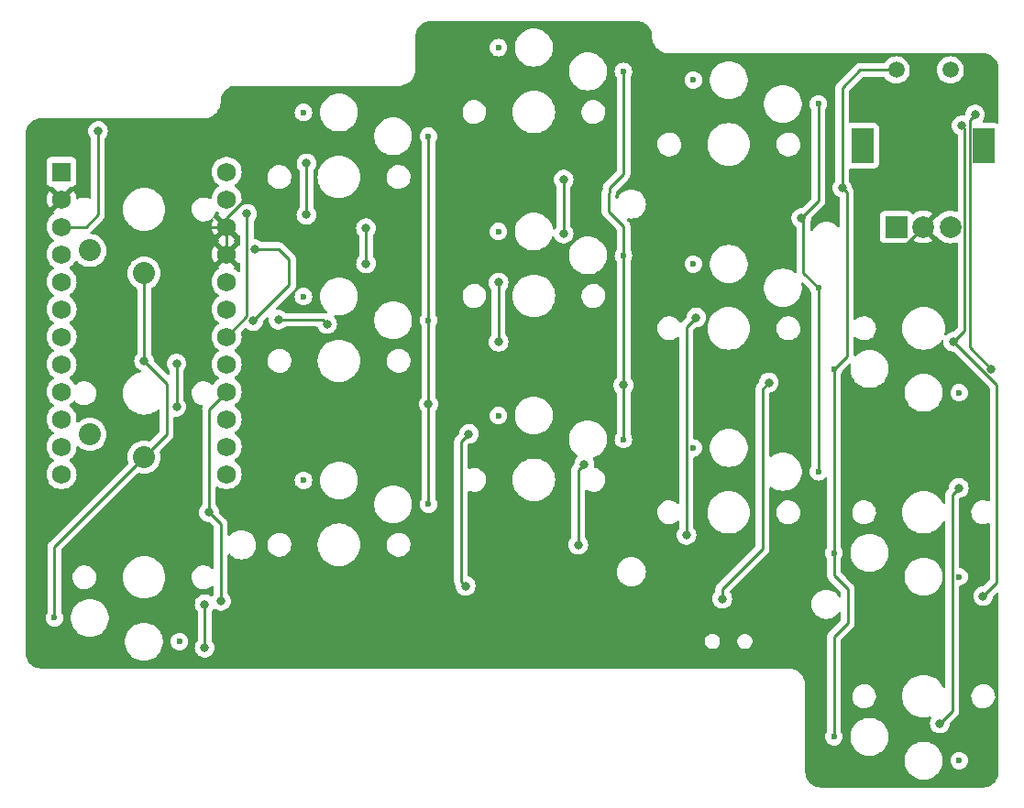
<source format=gbr>
%TF.GenerationSoftware,KiCad,Pcbnew,(7.0.0-0)*%
%TF.CreationDate,2023-02-22T17:52:08+08:00*%
%TF.ProjectId,right,72696768-742e-46b6-9963-61645f706362,v1.0.0*%
%TF.SameCoordinates,Original*%
%TF.FileFunction,Copper,L1,Top*%
%TF.FilePolarity,Positive*%
%FSLAX46Y46*%
G04 Gerber Fmt 4.6, Leading zero omitted, Abs format (unit mm)*
G04 Created by KiCad (PCBNEW (7.0.0-0)) date 2023-02-22 17:52:08*
%MOMM*%
%LPD*%
G01*
G04 APERTURE LIST*
%TA.AperFunction,ComponentPad*%
%ADD10C,0.600000*%
%TD*%
%TA.AperFunction,ComponentPad*%
%ADD11C,2.032000*%
%TD*%
%TA.AperFunction,ComponentPad*%
%ADD12R,2.000000X2.000000*%
%TD*%
%TA.AperFunction,ComponentPad*%
%ADD13C,2.000000*%
%TD*%
%TA.AperFunction,ComponentPad*%
%ADD14C,1.500000*%
%TD*%
%TA.AperFunction,ComponentPad*%
%ADD15R,2.000000X3.200000*%
%TD*%
%TA.AperFunction,ComponentPad*%
%ADD16R,1.752600X1.752600*%
%TD*%
%TA.AperFunction,ComponentPad*%
%ADD17C,1.752600*%
%TD*%
%TA.AperFunction,ViaPad*%
%ADD18C,0.800000*%
%TD*%
%TA.AperFunction,Conductor*%
%ADD19C,0.250000*%
%TD*%
G04 APERTURE END LIST*
D10*
%TO.P,S1,3*%
%TO.N,C0R0D*%
X75275000Y17050000D03*
%TO.P,S1,4*%
%TO.N,C0*%
X63725000Y19250000D03*
%TD*%
%TO.P,S2,3*%
%TO.N,C0R1D*%
X75275000Y50000D03*
%TO.P,S2,4*%
%TO.N,C0*%
X63725000Y2250000D03*
%TD*%
%TO.P,S3,3*%
%TO.N,C0R2D*%
X75275000Y-16950000D03*
%TO.P,S3,4*%
%TO.N,C0*%
X63725000Y-14750000D03*
%TD*%
%TO.P,S4,3*%
%TO.N,C1R0D*%
X50725000Y45950000D03*
%TO.P,S4,4*%
%TO.N,C1*%
X62275000Y43750000D03*
%TD*%
%TO.P,S5,3*%
%TO.N,C1R1D*%
X50725000Y28950000D03*
%TO.P,S5,4*%
%TO.N,C1*%
X62275000Y26750000D03*
%TD*%
%TO.P,S6,3*%
%TO.N,C1R2D*%
X50725000Y11950000D03*
%TO.P,S6,4*%
%TO.N,C1*%
X62275000Y9750000D03*
%TD*%
%TO.P,S7,3*%
%TO.N,C2R0D*%
X32725000Y48950000D03*
%TO.P,S7,4*%
%TO.N,C2*%
X44275000Y46750000D03*
%TD*%
%TO.P,S8,3*%
%TO.N,C2R1D*%
X32725000Y31950000D03*
%TO.P,S8,4*%
%TO.N,C2*%
X44275000Y29750000D03*
%TD*%
%TO.P,S9,3*%
%TO.N,C2R2D*%
X32725000Y14950000D03*
%TO.P,S9,4*%
%TO.N,C2*%
X44275000Y12750000D03*
%TD*%
%TO.P,S10,3*%
%TO.N,C3R0D*%
X14725000Y42950000D03*
%TO.P,S10,4*%
%TO.N,C3*%
X26275000Y40750000D03*
%TD*%
%TO.P,S11,3*%
%TO.N,C3R1D*%
X14725000Y25950000D03*
%TO.P,S11,4*%
%TO.N,C3*%
X26275000Y23750000D03*
%TD*%
%TO.P,S12,3*%
%TO.N,C3R2D*%
X14725000Y8950000D03*
%TO.P,S12,4*%
%TO.N,C3*%
X26275000Y6750000D03*
%TD*%
D11*
%TO.P,S13,1*%
%TO.N,C4R0D*%
X-5000000Y30200000D03*
%TO.P,S13,2*%
%TO.N,C4*%
X0Y28100000D03*
%TD*%
%TO.P,S14,1*%
%TO.N,C4R1D*%
X-5000000Y13200000D03*
%TO.P,S14,2*%
%TO.N,C4*%
X0Y11100000D03*
%TD*%
D10*
%TO.P,S15,3*%
%TO.N,C4R2D*%
X3275000Y-5950000D03*
%TO.P,S15,4*%
%TO.N,C4*%
X-8275000Y-3750000D03*
%TD*%
D12*
%TO.P,ROT1,A*%
%TO.N,P2*%
X69459999Y32379999D03*
D13*
%TO.P,ROT1,C*%
%TO.N,GND*%
X71960000Y32380000D03*
%TO.P,ROT1,B*%
%TO.N,P3*%
X74460000Y32380000D03*
D14*
%TO.P,ROT1,1*%
%TO.N,C0*%
X69460000Y46880000D03*
%TO.P,ROT1,2*%
%TO.N,C0R3D*%
X74460000Y46880000D03*
D15*
%TO.P,ROT1,*%
%TO.N,*%
X66359999Y39879999D03*
X77559999Y39879999D03*
%TD*%
D16*
%TO.P,MCU1,1*%
%TO.N,RAW*%
X-7619999Y37469999D03*
D17*
%TO.P,MCU1,2*%
%TO.N,GND*%
X-7620000Y34930000D03*
%TO.P,MCU1,3*%
%TO.N,RST*%
X-7620000Y32390000D03*
%TO.P,MCU1,4*%
%TO.N,VCC*%
X-7620000Y29850000D03*
%TO.P,MCU1,5*%
%TO.N,C0*%
X-7620000Y27310000D03*
%TO.P,MCU1,6*%
%TO.N,C1*%
X-7620000Y24770000D03*
%TO.P,MCU1,7*%
%TO.N,C2*%
X-7620000Y22230000D03*
%TO.P,MCU1,8*%
%TO.N,C3*%
X-7620000Y19690000D03*
%TO.P,MCU1,9*%
%TO.N,C4*%
X-7620000Y17150000D03*
%TO.P,MCU1,10*%
%TO.N,C5*%
X-7620000Y14610000D03*
%TO.P,MCU1,11*%
%TO.N,C6*%
X-7620000Y12070000D03*
%TO.P,MCU1,12*%
%TO.N,P10*%
X-7620000Y9530000D03*
%TO.P,MCU1,13*%
%TO.N,P1*%
X7620000Y37470000D03*
%TO.P,MCU1,14*%
%TO.N,P0*%
X7620000Y34930000D03*
%TO.P,MCU1,15*%
%TO.N,GND*%
X7620000Y32390000D03*
%TO.P,MCU1,16*%
X7620000Y29850000D03*
%TO.P,MCU1,17*%
%TO.N,P2*%
X7620000Y27310000D03*
%TO.P,MCU1,18*%
%TO.N,P3*%
X7620000Y24770000D03*
%TO.P,MCU1,19*%
%TO.N,R0*%
X7620000Y22230000D03*
%TO.P,MCU1,20*%
%TO.N,R1*%
X7620000Y19690000D03*
%TO.P,MCU1,21*%
%TO.N,R2*%
X7620000Y17150000D03*
%TO.P,MCU1,22*%
%TO.N,R3*%
X7620000Y14610000D03*
%TO.P,MCU1,23*%
%TO.N,P8*%
X7620000Y12070000D03*
%TO.P,MCU1,24*%
%TO.N,P9*%
X7620000Y9530000D03*
%TD*%
D18*
%TO.N,C4R2D*%
X5600000Y-2500000D03*
X5600000Y-6500000D03*
%TO.N,C0*%
X64475000Y36000000D03*
%TO.N,R0*%
X75500000Y41750000D03*
X15000000Y38250000D03*
X15000000Y33500000D03*
X77500000Y-1750000D03*
X9500000Y33591300D03*
X74750000Y21750000D03*
%TO.N,R1*%
X3000000Y15750000D03*
X32750000Y27250000D03*
X32750000Y21750000D03*
X3000000Y19750000D03*
X51000000Y24000000D03*
X50100000Y3900000D03*
%TO.N,R2*%
X75250000Y8250000D03*
X40649175Y10449175D03*
X7100000Y-2200000D03*
X6000000Y6000000D03*
X73500000Y-13500000D03*
X40100000Y3000000D03*
%TO.N,C1*%
X10087957Y23686671D03*
X60700000Y33200000D03*
X10224500Y30326800D03*
%TO.N,C2*%
X44275000Y17750000D03*
%TO.N,C3*%
X26275000Y16000000D03*
%TO.N,C4*%
X0Y20000000D03*
%TO.N,P2*%
X20500000Y32250000D03*
X38750000Y31750000D03*
X38750000Y36750000D03*
X20500000Y29000000D03*
%TO.N,P3*%
X16900000Y23400000D03*
X12400000Y23800000D03*
%TO.N,GND*%
X12025000Y44275000D03*
X69750000Y17750000D03*
X29250000Y47500000D03*
X29250000Y18750000D03*
X4200000Y34900000D03*
%TO.N,R3*%
X76750000Y42750000D03*
X78262299Y19262299D03*
%TO.N,BSLI*%
X57700000Y18000000D03*
X53400000Y-1999500D03*
%TO.N,RST*%
X-4250000Y41250000D03*
%TO.N,C5*%
X29700000Y-800000D03*
X30000000Y13250000D03*
%TD*%
D19*
%TO.N,C4R2D*%
X5600000Y-2500000D02*
X5600000Y-6500000D01*
%TO.N,C0*%
X64900000Y35575000D02*
X64900000Y20425000D01*
X65000000Y-1100000D02*
X65000000Y-4200000D01*
X64900000Y20425000D02*
X63725000Y19250000D01*
X63725000Y2250000D02*
X63725000Y175000D01*
X64475000Y45225000D02*
X64475000Y36000000D01*
X65000000Y-4200000D02*
X63725000Y-5475000D01*
X64475000Y36000000D02*
X64900000Y35575000D01*
X66130000Y46880000D02*
X64475000Y45225000D01*
X63725000Y175000D02*
X65000000Y-1100000D01*
X63725000Y-5475000D02*
X63725000Y-14750000D01*
X69460000Y46880000D02*
X66130000Y46880000D01*
X63725000Y19250000D02*
X63725000Y2250000D01*
%TO.N,R0*%
X15000000Y38250000D02*
X15000000Y33500000D01*
X74750000Y21750000D02*
X75785000Y22785000D01*
X9500000Y24110000D02*
X9500000Y33591300D01*
X75785000Y22785000D02*
X75785000Y41465000D01*
X78750000Y17750000D02*
X74750000Y21750000D01*
X75785000Y41465000D02*
X75500000Y41750000D01*
X7620000Y22230000D02*
X9500000Y24110000D01*
X77500000Y-1750000D02*
X78750000Y-500000D01*
X78750000Y-500000D02*
X78750000Y17750000D01*
%TO.N,R1*%
X32750000Y21750000D02*
X32750000Y27250000D01*
X50100000Y3900000D02*
X50100000Y23100000D01*
X3000000Y19750000D02*
X3000000Y15750000D01*
X50100000Y23100000D02*
X51000000Y24000000D01*
%TO.N,R2*%
X6000000Y6000000D02*
X7100000Y4900000D01*
X6000000Y6000000D02*
X6000000Y15530000D01*
X74650000Y7650000D02*
X74650000Y-12350000D01*
X75250000Y8250000D02*
X74650000Y7650000D01*
X40100000Y9900000D02*
X40649175Y10449175D01*
X7100000Y4900000D02*
X7100000Y-2200000D01*
X74650000Y-12350000D02*
X73500000Y-13500000D01*
X6000000Y15530000D02*
X7620000Y17150000D01*
X40100000Y3000000D02*
X40100000Y9900000D01*
%TO.N,C1*%
X60900000Y28125000D02*
X62275000Y26750000D01*
X62275000Y34775000D02*
X62275000Y43750000D01*
X60700000Y33200000D02*
X62275000Y34775000D01*
X60900000Y33000000D02*
X60900000Y28125000D01*
X62275000Y9750000D02*
X62275000Y26750000D01*
X13400000Y29400000D02*
X12473200Y30326800D01*
X10087957Y23686671D02*
X13400000Y26998714D01*
X60700000Y33200000D02*
X60900000Y33000000D01*
X12473200Y30326800D02*
X10224500Y30326800D01*
X13400000Y26998714D02*
X13400000Y29400000D01*
%TO.N,C2*%
X44275000Y12750000D02*
X44275000Y17750000D01*
X44275000Y17750000D02*
X44275000Y29750000D01*
X43000000Y35600000D02*
X43000000Y36000000D01*
X44275000Y32425000D02*
X42900000Y33800000D01*
X44275000Y29750000D02*
X44275000Y32425000D01*
X44275000Y37275000D02*
X44275000Y46750000D01*
X42900000Y33800000D02*
X42900000Y35500000D01*
X43000000Y36000000D02*
X44275000Y37275000D01*
X42900000Y35500000D02*
X43000000Y35600000D01*
%TO.N,C3*%
X26275000Y16000000D02*
X26275000Y6750000D01*
X26275000Y40750000D02*
X26275000Y23750000D01*
X26275000Y23750000D02*
X26275000Y16000000D01*
%TO.N,C4*%
X-8275000Y2825000D02*
X-8275000Y-3750000D01*
X2089500Y17910500D02*
X0Y20000000D01*
X0Y28100000D02*
X0Y20000000D01*
X0Y11100000D02*
X-8275000Y2825000D01*
X0Y11100000D02*
X2089500Y13189500D01*
X2089500Y13189500D02*
X2089500Y17910500D01*
%TO.N,P2*%
X38750000Y31750000D02*
X38750000Y36750000D01*
X20500000Y32250000D02*
X20500000Y29000000D01*
%TO.N,P3*%
X16500000Y23800000D02*
X16900000Y23400000D01*
X12400000Y23800000D02*
X16500000Y23800000D01*
%TO.N,GND*%
X69750000Y17750000D02*
X69750000Y30170000D01*
X7620000Y32390000D02*
X5376316Y32390000D01*
X7620000Y32390000D02*
X7620000Y29850000D01*
X29250000Y18750000D02*
X29250000Y47500000D01*
X12025000Y44275000D02*
X11250000Y43500000D01*
X4200000Y33566316D02*
X4200000Y34900000D01*
X11250000Y36861105D02*
X7620000Y33231105D01*
X69750000Y30170000D02*
X71960000Y32380000D01*
X7620000Y33231105D02*
X7620000Y32390000D01*
X11250000Y43500000D02*
X11250000Y36861105D01*
X5376316Y32390000D02*
X4200000Y33566316D01*
%TO.N,R3*%
X76235000Y42235000D02*
X76750000Y42750000D01*
X78262299Y19262299D02*
X76235000Y21289598D01*
X76235000Y21289598D02*
X76235000Y42235000D01*
%TO.N,BSLI*%
X53400000Y-1100000D02*
X57125000Y2625000D01*
X53400000Y-1999500D02*
X53400000Y-1100000D01*
X57125000Y2625000D02*
X57125000Y17425000D01*
X57125000Y17425000D02*
X57700000Y18000000D01*
%TO.N,RST*%
X-5376316Y32390000D02*
X-7620000Y32390000D01*
X-4250000Y41250000D02*
X-4250000Y33516316D01*
X-4250000Y33516316D02*
X-5376316Y32390000D01*
%TO.N,C5*%
X29274100Y-374100D02*
X29274100Y12524100D01*
X29274100Y12524100D02*
X30000000Y13250000D01*
X29700000Y-800000D02*
X29274100Y-374100D01*
%TD*%
%TA.AperFunction,Conductor*%
%TO.N,GND*%
G36*
X45514854Y51424118D02*
G01*
X45721549Y51407850D01*
X45740767Y51404806D01*
X45937618Y51357546D01*
X45956123Y51351533D01*
X46143152Y51274064D01*
X46160490Y51265230D01*
X46333099Y51159455D01*
X46348841Y51148018D01*
X46502782Y51016540D01*
X46516540Y51002782D01*
X46648018Y50848841D01*
X46659455Y50833099D01*
X46765230Y50660490D01*
X46774064Y50643152D01*
X46851533Y50456123D01*
X46857546Y50437618D01*
X46904806Y50240767D01*
X46907850Y50221549D01*
X46924118Y50014854D01*
X46924500Y50005125D01*
X46924500Y49990000D01*
X46924500Y49878033D01*
X46925128Y49873664D01*
X46925129Y49873652D01*
X46955738Y49660764D01*
X46955739Y49660756D01*
X46956369Y49656379D01*
X46957614Y49652136D01*
X46957617Y49652126D01*
X47018208Y49445771D01*
X47018210Y49445763D01*
X47019458Y49441516D01*
X47021296Y49437489D01*
X47021300Y49437481D01*
X47110645Y49241844D01*
X47110650Y49241834D01*
X47112484Y49237819D01*
X47114869Y49234107D01*
X47114875Y49234097D01*
X47231160Y49053153D01*
X47231166Y49053143D01*
X47233551Y49049434D01*
X47236438Y49046101D01*
X47236445Y49046093D01*
X47377301Y48883538D01*
X47377308Y48883530D01*
X47380197Y48880197D01*
X47383530Y48877308D01*
X47383538Y48877301D01*
X47546093Y48736445D01*
X47546101Y48736438D01*
X47549434Y48733551D01*
X47553143Y48731166D01*
X47553153Y48731160D01*
X47734097Y48614875D01*
X47734107Y48614869D01*
X47737819Y48612484D01*
X47741834Y48610650D01*
X47741844Y48610645D01*
X47937481Y48521300D01*
X47937489Y48521296D01*
X47941516Y48519458D01*
X47945763Y48518210D01*
X47945771Y48518208D01*
X48152126Y48457617D01*
X48152136Y48457614D01*
X48156379Y48456369D01*
X48160756Y48455739D01*
X48160764Y48455738D01*
X48373652Y48425129D01*
X48373664Y48425128D01*
X48378033Y48424500D01*
X48462520Y48424500D01*
X48490000Y48424500D01*
X48514531Y48424500D01*
X77485469Y48424500D01*
X77505125Y48424500D01*
X77514854Y48424118D01*
X77721549Y48407850D01*
X77740767Y48404806D01*
X77937618Y48357546D01*
X77956123Y48351533D01*
X78143152Y48274064D01*
X78160490Y48265230D01*
X78333099Y48159455D01*
X78348841Y48148018D01*
X78502782Y48016540D01*
X78516540Y48002782D01*
X78648018Y47848841D01*
X78659455Y47833099D01*
X78765230Y47660490D01*
X78774064Y47643152D01*
X78851533Y47456123D01*
X78857546Y47437618D01*
X78904806Y47240767D01*
X78907850Y47221549D01*
X78924118Y47014854D01*
X78924500Y47005125D01*
X78924500Y42065361D01*
X78910375Y42007886D01*
X78871220Y41963505D01*
X78815953Y41942328D01*
X78757166Y41949180D01*
X78676470Y41979278D01*
X78676468Y41979278D01*
X78669201Y41981989D01*
X78608638Y41988500D01*
X78605328Y41988500D01*
X77565357Y41988500D01*
X77510222Y42001432D01*
X77466587Y42037530D01*
X77443553Y42089265D01*
X77445925Y42145847D01*
X77473208Y42195473D01*
X77489040Y42213056D01*
X77584527Y42378444D01*
X77643542Y42560072D01*
X77663504Y42750000D01*
X77643542Y42939928D01*
X77584527Y43121556D01*
X77489040Y43286944D01*
X77361253Y43428866D01*
X77206752Y43541118D01*
X77032288Y43618794D01*
X76845487Y43658500D01*
X76654513Y43658500D01*
X76551793Y43636666D01*
X76474072Y43620146D01*
X76474070Y43620145D01*
X76467712Y43618794D01*
X76461774Y43616150D01*
X76461773Y43616150D01*
X76371316Y43575876D01*
X76293248Y43541118D01*
X76287993Y43537300D01*
X76144000Y43432683D01*
X76143997Y43432680D01*
X76138747Y43428866D01*
X76010960Y43286944D01*
X76007712Y43281318D01*
X76007711Y43281317D01*
X75918721Y43127182D01*
X75915473Y43121556D01*
X75913466Y43115379D01*
X75913465Y43115377D01*
X75858465Y42946107D01*
X75858463Y42946100D01*
X75856458Y42939928D01*
X75855779Y42933467D01*
X75839208Y42775811D01*
X75828632Y42737154D01*
X75806279Y42703889D01*
X75783503Y42679635D01*
X75730192Y42646193D01*
X75667330Y42643229D01*
X75595487Y42658500D01*
X75404513Y42658500D01*
X75264325Y42628702D01*
X75224072Y42620146D01*
X75224070Y42620145D01*
X75217712Y42618794D01*
X75211774Y42616150D01*
X75211773Y42616150D01*
X75071939Y42553892D01*
X75043248Y42541118D01*
X75037993Y42537300D01*
X74894000Y42432683D01*
X74893997Y42432680D01*
X74888747Y42428866D01*
X74760960Y42286944D01*
X74757712Y42281318D01*
X74757711Y42281317D01*
X74670523Y42130303D01*
X74665473Y42121556D01*
X74663466Y42115379D01*
X74663465Y42115377D01*
X74608465Y41946107D01*
X74608463Y41946100D01*
X74606458Y41939928D01*
X74605779Y41933475D01*
X74605778Y41933467D01*
X74587844Y41762830D01*
X74586496Y41750000D01*
X74587175Y41743540D01*
X74605778Y41566532D01*
X74605780Y41566522D01*
X74606458Y41560072D01*
X74608463Y41553901D01*
X74608465Y41553892D01*
X74663465Y41384622D01*
X74663467Y41384616D01*
X74665473Y41378444D01*
X74668718Y41372822D01*
X74668721Y41372817D01*
X74757711Y41218682D01*
X74757714Y41218676D01*
X74760960Y41213056D01*
X74765306Y41208228D01*
X74765307Y41208228D01*
X74884400Y41075961D01*
X74884403Y41075957D01*
X74888747Y41071134D01*
X74893991Y41067323D01*
X74894000Y41067316D01*
X75037993Y40962699D01*
X75037999Y40962695D01*
X75043248Y40958882D01*
X75049176Y40956242D01*
X75049186Y40956237D01*
X75077936Y40943437D01*
X75116699Y40916295D01*
X75142471Y40876609D01*
X75151500Y40830158D01*
X75151500Y33911939D01*
X75136858Y33853486D01*
X75096391Y33808837D01*
X75039654Y33788536D01*
X74980048Y33797378D01*
X74978926Y33797842D01*
X74927594Y33819105D01*
X74696711Y33874535D01*
X74460000Y33893165D01*
X74223289Y33874535D01*
X73992406Y33819105D01*
X73987906Y33817241D01*
X73777539Y33730105D01*
X73777536Y33730103D01*
X73773037Y33728240D01*
X73657586Y33657491D01*
X73574738Y33606722D01*
X73574734Y33606719D01*
X73570584Y33604176D01*
X73566881Y33601014D01*
X73566879Y33601012D01*
X73444468Y33496463D01*
X73390031Y33449969D01*
X73386870Y33446268D01*
X73251746Y33288059D01*
X73215965Y33259263D01*
X73192094Y33251745D01*
X73173653Y33240100D01*
X72325095Y32391542D01*
X72318431Y32380000D01*
X72325095Y32368457D01*
X73173653Y31519898D01*
X73192093Y31508254D01*
X73215969Y31500734D01*
X73251747Y31471939D01*
X73386870Y31313731D01*
X73386876Y31313724D01*
X73390031Y31310031D01*
X73393724Y31306876D01*
X73393731Y31306870D01*
X73566879Y31158987D01*
X73566889Y31158979D01*
X73570584Y31155824D01*
X73574725Y31153286D01*
X73574738Y31153277D01*
X73760085Y31039697D01*
X73773037Y31031760D01*
X73777526Y31029900D01*
X73777539Y31029894D01*
X73987906Y30942758D01*
X73987916Y30942754D01*
X73992406Y30940895D01*
X73997130Y30939760D01*
X73997139Y30939758D01*
X74218555Y30886601D01*
X74218561Y30886599D01*
X74223289Y30885465D01*
X74228139Y30885083D01*
X74228141Y30885083D01*
X74455146Y30867217D01*
X74460000Y30866835D01*
X74464854Y30867217D01*
X74691858Y30885083D01*
X74696711Y30885465D01*
X74701440Y30886600D01*
X74701444Y30886601D01*
X74922860Y30939758D01*
X74922865Y30939759D01*
X74927594Y30940895D01*
X74932087Y30942756D01*
X74932093Y30942758D01*
X74980048Y30962622D01*
X75039654Y30971464D01*
X75096391Y30951163D01*
X75136858Y30906514D01*
X75151500Y30848061D01*
X75151500Y23098766D01*
X75142061Y23051313D01*
X75115181Y23011085D01*
X74798914Y22694819D01*
X74758686Y22667939D01*
X74711233Y22658500D01*
X74654513Y22658500D01*
X74510874Y22627968D01*
X74474072Y22620146D01*
X74474070Y22620145D01*
X74467712Y22618794D01*
X74461774Y22616150D01*
X74461773Y22616150D01*
X74304144Y22545969D01*
X74293248Y22541118D01*
X74287993Y22537300D01*
X74144000Y22432683D01*
X74143997Y22432680D01*
X74138747Y22428866D01*
X74119054Y22406995D01*
X74065113Y22372000D01*
X74000894Y22368726D01*
X73943671Y22398054D01*
X73908829Y22452098D01*
X73905739Y22516325D01*
X73932236Y22638129D01*
X73949967Y22719637D01*
X73970019Y23000000D01*
X73949967Y23280363D01*
X73890219Y23555018D01*
X73791992Y23818375D01*
X73657285Y24065073D01*
X73488841Y24290088D01*
X73290088Y24488841D01*
X73065073Y24657285D01*
X72818375Y24791992D01*
X72555018Y24890219D01*
X72280363Y24949967D01*
X72070175Y24965000D01*
X71929825Y24965000D01*
X71719637Y24949967D01*
X71444982Y24890219D01*
X71181625Y24791992D01*
X71177736Y24789868D01*
X71177735Y24789868D01*
X71131978Y24764883D01*
X70934927Y24657285D01*
X70709912Y24488841D01*
X70511159Y24290088D01*
X70342715Y24065073D01*
X70340589Y24061179D01*
X70340588Y24061178D01*
X70210131Y23822264D01*
X70210128Y23822257D01*
X70208008Y23818375D01*
X70206462Y23814232D01*
X70206460Y23814226D01*
X70114978Y23568953D01*
X70109781Y23555018D01*
X70108840Y23550692D01*
X70050975Y23284696D01*
X70050973Y23284687D01*
X70050033Y23280363D01*
X70049717Y23275949D01*
X70049716Y23275940D01*
X70037754Y23108677D01*
X70029981Y23000000D01*
X70030297Y22995582D01*
X70049716Y22724059D01*
X70049717Y22724048D01*
X70050033Y22719637D01*
X70050973Y22715314D01*
X70050975Y22715303D01*
X70104072Y22471227D01*
X70109781Y22444982D01*
X70111323Y22440845D01*
X70111326Y22440838D01*
X70206460Y22185773D01*
X70206464Y22185762D01*
X70208008Y22181625D01*
X70210125Y22177747D01*
X70210131Y22177735D01*
X70340588Y21938821D01*
X70340592Y21938813D01*
X70342715Y21934927D01*
X70345372Y21931377D01*
X70345375Y21931373D01*
X70508500Y21713463D01*
X70508505Y21713456D01*
X70511159Y21709912D01*
X70514289Y21706781D01*
X70514296Y21706774D01*
X70706774Y21514296D01*
X70706781Y21514289D01*
X70709912Y21511159D01*
X70713456Y21508505D01*
X70713463Y21508500D01*
X70931373Y21345375D01*
X70931377Y21345372D01*
X70934927Y21342715D01*
X70938813Y21340592D01*
X70938821Y21340588D01*
X71177735Y21210131D01*
X71177747Y21210125D01*
X71181625Y21208008D01*
X71185762Y21206464D01*
X71185773Y21206460D01*
X71440838Y21111326D01*
X71440845Y21111323D01*
X71444982Y21109781D01*
X71449305Y21108840D01*
X71449307Y21108840D01*
X71715303Y21050975D01*
X71715314Y21050973D01*
X71719637Y21050033D01*
X71724048Y21049717D01*
X71724059Y21049716D01*
X71927614Y21035158D01*
X71927617Y21035157D01*
X71929825Y21035000D01*
X72067960Y21035000D01*
X72070175Y21035000D01*
X72072383Y21035157D01*
X72072385Y21035158D01*
X72275940Y21049716D01*
X72275949Y21049717D01*
X72280363Y21050033D01*
X72284687Y21050973D01*
X72284696Y21050975D01*
X72550692Y21108840D01*
X72555018Y21109781D01*
X72559157Y21111325D01*
X72559161Y21111326D01*
X72814226Y21206460D01*
X72814232Y21206462D01*
X72818375Y21208008D01*
X72822257Y21210128D01*
X72822264Y21210131D01*
X73061178Y21340588D01*
X73061179Y21340589D01*
X73065073Y21342715D01*
X73290088Y21511159D01*
X73488841Y21709912D01*
X73618763Y21883468D01*
X73668892Y21923006D01*
X73732047Y21932363D01*
X73791486Y21909059D01*
X73831453Y21859271D01*
X73841351Y21796198D01*
X73839032Y21774128D01*
X73836496Y21750000D01*
X73837175Y21743540D01*
X73855778Y21566532D01*
X73855780Y21566522D01*
X73856458Y21560072D01*
X73858463Y21553901D01*
X73858465Y21553892D01*
X73913465Y21384622D01*
X73913467Y21384616D01*
X73915473Y21378444D01*
X73918718Y21372822D01*
X73918721Y21372817D01*
X74007711Y21218682D01*
X74007714Y21218676D01*
X74010960Y21213056D01*
X74015306Y21208228D01*
X74015307Y21208228D01*
X74134400Y21075961D01*
X74134403Y21075957D01*
X74138747Y21071134D01*
X74143991Y21067323D01*
X74144000Y21067316D01*
X74287993Y20962699D01*
X74287999Y20962695D01*
X74293248Y20958882D01*
X74299174Y20956243D01*
X74299182Y20956239D01*
X74461773Y20883849D01*
X74461782Y20883845D01*
X74467712Y20881206D01*
X74474061Y20879856D01*
X74474072Y20879853D01*
X74648150Y20842852D01*
X74648154Y20842851D01*
X74654513Y20841500D01*
X74711234Y20841500D01*
X74758687Y20832061D01*
X74798915Y20805181D01*
X78080181Y17523915D01*
X78107061Y17483687D01*
X78116500Y17436234D01*
X78116500Y7122783D01*
X78102032Y7064655D01*
X78062003Y7020092D01*
X78005754Y6999493D01*
X77946413Y7007666D01*
X77811712Y7061593D01*
X77605171Y7101400D01*
X77447532Y7101400D01*
X77290611Y7086416D01*
X77088789Y7027156D01*
X76901830Y6930771D01*
X76736490Y6800747D01*
X76732621Y6796282D01*
X76609470Y6654158D01*
X76598745Y6641781D01*
X76493574Y6459619D01*
X76491641Y6454035D01*
X76491639Y6454030D01*
X76426709Y6266427D01*
X76426707Y6266421D01*
X76424778Y6260846D01*
X76423938Y6255007D01*
X76423937Y6255001D01*
X76395682Y6058484D01*
X76395681Y6058478D01*
X76394843Y6052645D01*
X76395123Y6046760D01*
X76395123Y6046753D01*
X76403617Y5868460D01*
X76404852Y5842541D01*
X76406243Y5836803D01*
X76406244Y5836803D01*
X76450222Y5655521D01*
X76454442Y5638129D01*
X76456893Y5632760D01*
X76456897Y5632751D01*
X76539363Y5452175D01*
X76539367Y5452166D01*
X76541821Y5446795D01*
X76545247Y5441983D01*
X76545251Y5441977D01*
X76660400Y5280273D01*
X76660404Y5280267D01*
X76663831Y5275456D01*
X76668104Y5271381D01*
X76668109Y5271376D01*
X76785149Y5159779D01*
X76816063Y5130303D01*
X76821026Y5127113D01*
X76821028Y5127112D01*
X76988043Y5019778D01*
X76988048Y5019775D01*
X76993014Y5016584D01*
X76998498Y5014388D01*
X76998501Y5014387D01*
X77182799Y4940604D01*
X77182803Y4940602D01*
X77188288Y4938407D01*
X77194088Y4937289D01*
X77194092Y4937288D01*
X77389031Y4899717D01*
X77389035Y4899716D01*
X77394829Y4898600D01*
X77549514Y4898600D01*
X77552468Y4898600D01*
X77555397Y4898879D01*
X77555403Y4898880D01*
X77703508Y4913022D01*
X77703512Y4913022D01*
X77709389Y4913584D01*
X77715058Y4915248D01*
X77715060Y4915249D01*
X77905545Y4971180D01*
X77905548Y4971181D01*
X77911211Y4972844D01*
X77935680Y4985459D01*
X77996926Y4999164D01*
X78057038Y4981124D01*
X78100617Y4935961D01*
X78116500Y4875243D01*
X78116500Y-186234D01*
X78107061Y-233687D01*
X78080181Y-273915D01*
X77548914Y-805181D01*
X77508686Y-832061D01*
X77461233Y-841500D01*
X77404513Y-841500D01*
X77398154Y-842851D01*
X77398150Y-842852D01*
X77224072Y-879853D01*
X77224061Y-879856D01*
X77217712Y-881206D01*
X77211782Y-883845D01*
X77211773Y-883849D01*
X77049182Y-956239D01*
X77049174Y-956243D01*
X77043248Y-958882D01*
X77037999Y-962695D01*
X77037993Y-962699D01*
X76894000Y-1067316D01*
X76893991Y-1067323D01*
X76888747Y-1071134D01*
X76884403Y-1075957D01*
X76884400Y-1075961D01*
X76793261Y-1177182D01*
X76760960Y-1213056D01*
X76757714Y-1218676D01*
X76757711Y-1218682D01*
X76668721Y-1372817D01*
X76668718Y-1372822D01*
X76665473Y-1378444D01*
X76663467Y-1384616D01*
X76663465Y-1384622D01*
X76608465Y-1553892D01*
X76608463Y-1553901D01*
X76606458Y-1560072D01*
X76605780Y-1566522D01*
X76605778Y-1566532D01*
X76590416Y-1712699D01*
X76586496Y-1750000D01*
X76587175Y-1756460D01*
X76605778Y-1933467D01*
X76605779Y-1933475D01*
X76606458Y-1939928D01*
X76608463Y-1946100D01*
X76608465Y-1946107D01*
X76663465Y-2115377D01*
X76665473Y-2121556D01*
X76668720Y-2127180D01*
X76668721Y-2127182D01*
X76691556Y-2166734D01*
X76760960Y-2286944D01*
X76888747Y-2428866D01*
X76893997Y-2432680D01*
X76894000Y-2432683D01*
X77029070Y-2530817D01*
X77043248Y-2541118D01*
X77217712Y-2618794D01*
X77224070Y-2620145D01*
X77224072Y-2620146D01*
X77260874Y-2627968D01*
X77404513Y-2658500D01*
X77588984Y-2658500D01*
X77595487Y-2658500D01*
X77782288Y-2618794D01*
X77956752Y-2541118D01*
X78111253Y-2428866D01*
X78239040Y-2286944D01*
X78334527Y-2121556D01*
X78393542Y-1939928D01*
X78410981Y-1774000D01*
X78422381Y-1733580D01*
X78446616Y-1699288D01*
X78712820Y-1433084D01*
X78762182Y-1402836D01*
X78819898Y-1398294D01*
X78873386Y-1420449D01*
X78910985Y-1464472D01*
X78924500Y-1520767D01*
X78924500Y-18005125D01*
X78924118Y-18014854D01*
X78907850Y-18221549D01*
X78904806Y-18240767D01*
X78857546Y-18437618D01*
X78851533Y-18456123D01*
X78774064Y-18643152D01*
X78765230Y-18660490D01*
X78659455Y-18833099D01*
X78648018Y-18848841D01*
X78516540Y-19002782D01*
X78502782Y-19016540D01*
X78348841Y-19148018D01*
X78333099Y-19159455D01*
X78160490Y-19265230D01*
X78143152Y-19274064D01*
X77956123Y-19351533D01*
X77937618Y-19357546D01*
X77740767Y-19404806D01*
X77721549Y-19407850D01*
X77514854Y-19424118D01*
X77505125Y-19424500D01*
X62494875Y-19424500D01*
X62485146Y-19424118D01*
X62278450Y-19407850D01*
X62259232Y-19404806D01*
X62062381Y-19357546D01*
X62043876Y-19351533D01*
X61856847Y-19274064D01*
X61839509Y-19265230D01*
X61666900Y-19159455D01*
X61651158Y-19148018D01*
X61618122Y-19119803D01*
X61497217Y-19016540D01*
X61483459Y-19002782D01*
X61351981Y-18848841D01*
X61340548Y-18833104D01*
X61234766Y-18660485D01*
X61225938Y-18643158D01*
X61148464Y-18456119D01*
X61142453Y-18437618D01*
X61133514Y-18400386D01*
X61095192Y-18240762D01*
X61092149Y-18221549D01*
X61075882Y-18014854D01*
X61075500Y-18005125D01*
X61075500Y-17081182D01*
X70249500Y-17081182D01*
X70250189Y-17085754D01*
X70250190Y-17085765D01*
X70287912Y-17336028D01*
X70287913Y-17336035D01*
X70288604Y-17340615D01*
X70289969Y-17345043D01*
X70289971Y-17345048D01*
X70364569Y-17586891D01*
X70364573Y-17586901D01*
X70365937Y-17591323D01*
X70367946Y-17595496D01*
X70367949Y-17595502D01*
X70437977Y-17740916D01*
X70479772Y-17827704D01*
X70627567Y-18044479D01*
X70806019Y-18236805D01*
X71011143Y-18400386D01*
X71238357Y-18531568D01*
X71482584Y-18627420D01*
X71738370Y-18685802D01*
X71934506Y-18700500D01*
X72063177Y-18700500D01*
X72065494Y-18700500D01*
X72261630Y-18685802D01*
X72517416Y-18627420D01*
X72761643Y-18531568D01*
X72988857Y-18400386D01*
X73193981Y-18236805D01*
X73372433Y-18044479D01*
X73520228Y-17827704D01*
X73634063Y-17591323D01*
X73711396Y-17340615D01*
X73750500Y-17081182D01*
X73750500Y-16950000D01*
X74461384Y-16950000D01*
X74462164Y-16956923D01*
X74481002Y-17124123D01*
X74481003Y-17124130D01*
X74481783Y-17131047D01*
X74541957Y-17303015D01*
X74638889Y-17457281D01*
X74767719Y-17586111D01*
X74921985Y-17683043D01*
X75093953Y-17743217D01*
X75275000Y-17763616D01*
X75456047Y-17743217D01*
X75628015Y-17683043D01*
X75782281Y-17586111D01*
X75911111Y-17457281D01*
X76008043Y-17303015D01*
X76068217Y-17131047D01*
X76088616Y-16950000D01*
X76068217Y-16768953D01*
X76008043Y-16596985D01*
X75911111Y-16442719D01*
X75782281Y-16313889D01*
X75628015Y-16216957D01*
X75621449Y-16214659D01*
X75621446Y-16214658D01*
X75462621Y-16159083D01*
X75462618Y-16159082D01*
X75456047Y-16156783D01*
X75449130Y-16156003D01*
X75449123Y-16156002D01*
X75281923Y-16137164D01*
X75275000Y-16136384D01*
X75268077Y-16137164D01*
X75100876Y-16156002D01*
X75100867Y-16156003D01*
X75093953Y-16156783D01*
X75087383Y-16159081D01*
X75087378Y-16159083D01*
X74928553Y-16214658D01*
X74928547Y-16214660D01*
X74921985Y-16216957D01*
X74916097Y-16220656D01*
X74916092Y-16220659D01*
X74773619Y-16310181D01*
X74773614Y-16310184D01*
X74767719Y-16313889D01*
X74762794Y-16318813D01*
X74762790Y-16318817D01*
X74643817Y-16437790D01*
X74643813Y-16437794D01*
X74638889Y-16442719D01*
X74635184Y-16448614D01*
X74635181Y-16448619D01*
X74545659Y-16591092D01*
X74545656Y-16591097D01*
X74541957Y-16596985D01*
X74539660Y-16603547D01*
X74539658Y-16603553D01*
X74484083Y-16762378D01*
X74484081Y-16762383D01*
X74481783Y-16768953D01*
X74481003Y-16775867D01*
X74481002Y-16775876D01*
X74475642Y-16823453D01*
X74461384Y-16950000D01*
X73750500Y-16950000D01*
X73750500Y-16818818D01*
X73711396Y-16559385D01*
X73667333Y-16416537D01*
X73635430Y-16313108D01*
X73635428Y-16313105D01*
X73634063Y-16308677D01*
X73520228Y-16072296D01*
X73372433Y-15855521D01*
X73193981Y-15663195D01*
X72988857Y-15499614D01*
X72808530Y-15395502D01*
X72765664Y-15370753D01*
X72765658Y-15370750D01*
X72761643Y-15368432D01*
X72757324Y-15366737D01*
X72757318Y-15366734D01*
X72521738Y-15274276D01*
X72521734Y-15274275D01*
X72517416Y-15272580D01*
X72512893Y-15271547D01*
X72512891Y-15271547D01*
X72266149Y-15215229D01*
X72266143Y-15215228D01*
X72261630Y-15214198D01*
X72257008Y-15213851D01*
X72257004Y-15213851D01*
X72067808Y-15199673D01*
X72067797Y-15199672D01*
X72065494Y-15199500D01*
X71934506Y-15199500D01*
X71932203Y-15199672D01*
X71932191Y-15199673D01*
X71742995Y-15213851D01*
X71742989Y-15213851D01*
X71738370Y-15214198D01*
X71733858Y-15215227D01*
X71733850Y-15215229D01*
X71487108Y-15271547D01*
X71487102Y-15271548D01*
X71482584Y-15272580D01*
X71478268Y-15274273D01*
X71478261Y-15274276D01*
X71242681Y-15366734D01*
X71242670Y-15366739D01*
X71238357Y-15368432D01*
X71234346Y-15370747D01*
X71234335Y-15370753D01*
X71015161Y-15497294D01*
X71011143Y-15499614D01*
X71007519Y-15502503D01*
X71007516Y-15502506D01*
X70809646Y-15660302D01*
X70809641Y-15660306D01*
X70806019Y-15663195D01*
X70802865Y-15666593D01*
X70802863Y-15666596D01*
X70630719Y-15852123D01*
X70630713Y-15852129D01*
X70627567Y-15855521D01*
X70624957Y-15859348D01*
X70624957Y-15859349D01*
X70501998Y-16039697D01*
X70479772Y-16072296D01*
X70477759Y-16076474D01*
X70477756Y-16076481D01*
X70367949Y-16304497D01*
X70367944Y-16304508D01*
X70365937Y-16308677D01*
X70364574Y-16313093D01*
X70364569Y-16313108D01*
X70289971Y-16554951D01*
X70289968Y-16554959D01*
X70288604Y-16559385D01*
X70287914Y-16563961D01*
X70287912Y-16563971D01*
X70250190Y-16814234D01*
X70250189Y-16814246D01*
X70249500Y-16818818D01*
X70249500Y-17081182D01*
X61075500Y-17081182D01*
X61075500Y-9882459D01*
X61075500Y-9878033D01*
X61043631Y-9656379D01*
X60980542Y-9441516D01*
X60887516Y-9237819D01*
X60766449Y-9049434D01*
X60619803Y-8880197D01*
X60450566Y-8733551D01*
X60312359Y-8644731D01*
X60265902Y-8614875D01*
X60265898Y-8614873D01*
X60262181Y-8612484D01*
X60258159Y-8610647D01*
X60258155Y-8610645D01*
X60062518Y-8521300D01*
X60062514Y-8521298D01*
X60058484Y-8519458D01*
X60054232Y-8518209D01*
X60054228Y-8518208D01*
X59847873Y-8457617D01*
X59847866Y-8457615D01*
X59843621Y-8456369D01*
X59839240Y-8455739D01*
X59839235Y-8455738D01*
X59626347Y-8425129D01*
X59626336Y-8425128D01*
X59621967Y-8424500D01*
X59617541Y-8424500D01*
X-9505125Y-8424500D01*
X-9514854Y-8424118D01*
X-9721549Y-8407850D01*
X-9740767Y-8404806D01*
X-9937618Y-8357546D01*
X-9956123Y-8351533D01*
X-10143152Y-8274064D01*
X-10160490Y-8265230D01*
X-10333099Y-8159455D01*
X-10348841Y-8148018D01*
X-10502782Y-8016540D01*
X-10516540Y-8002782D01*
X-10648018Y-7848841D01*
X-10659455Y-7833099D01*
X-10765230Y-7660490D01*
X-10774064Y-7643152D01*
X-10851533Y-7456123D01*
X-10857546Y-7437618D01*
X-10904806Y-7240767D01*
X-10907850Y-7221549D01*
X-10924118Y-7014854D01*
X-10924500Y-7005125D01*
X-10924500Y-6081182D01*
X-1750500Y-6081182D01*
X-1711396Y-6340615D01*
X-1634063Y-6591323D01*
X-1520228Y-6827704D01*
X-1372433Y-7044479D01*
X-1193981Y-7236805D01*
X-988857Y-7400386D01*
X-761643Y-7531568D01*
X-517416Y-7627420D01*
X-261630Y-7685802D01*
X-65494Y-7700500D01*
X63177Y-7700500D01*
X65494Y-7700500D01*
X261630Y-7685802D01*
X517416Y-7627420D01*
X761643Y-7531568D01*
X988857Y-7400386D01*
X1193981Y-7236805D01*
X1372433Y-7044479D01*
X1520228Y-6827704D01*
X1634063Y-6591323D01*
X1711396Y-6340615D01*
X1750500Y-6081182D01*
X1750500Y-5950000D01*
X2461384Y-5950000D01*
X2462164Y-5956923D01*
X2481002Y-6124123D01*
X2481003Y-6124130D01*
X2481783Y-6131047D01*
X2484082Y-6137618D01*
X2484083Y-6137621D01*
X2501314Y-6186866D01*
X2541957Y-6303015D01*
X2638889Y-6457281D01*
X2767719Y-6586111D01*
X2921985Y-6683043D01*
X3093953Y-6743217D01*
X3275000Y-6763616D01*
X3456047Y-6743217D01*
X3628015Y-6683043D01*
X3782281Y-6586111D01*
X3911111Y-6457281D01*
X4008043Y-6303015D01*
X4068217Y-6131047D01*
X4088616Y-5950000D01*
X4068217Y-5768953D01*
X4008043Y-5596985D01*
X3911111Y-5442719D01*
X3782281Y-5313889D01*
X3776380Y-5310181D01*
X3633907Y-5220659D01*
X3633905Y-5220658D01*
X3628015Y-5216957D01*
X3621449Y-5214659D01*
X3621446Y-5214658D01*
X3462621Y-5159083D01*
X3462618Y-5159082D01*
X3456047Y-5156783D01*
X3449130Y-5156003D01*
X3449123Y-5156002D01*
X3281923Y-5137164D01*
X3275000Y-5136384D01*
X3268077Y-5137164D01*
X3100876Y-5156002D01*
X3100867Y-5156003D01*
X3093953Y-5156783D01*
X3087383Y-5159081D01*
X3087378Y-5159083D01*
X2928553Y-5214658D01*
X2928547Y-5214660D01*
X2921985Y-5216957D01*
X2916097Y-5220656D01*
X2916092Y-5220659D01*
X2773619Y-5310181D01*
X2773614Y-5310184D01*
X2767719Y-5313889D01*
X2762794Y-5318813D01*
X2762790Y-5318817D01*
X2643817Y-5437790D01*
X2643813Y-5437794D01*
X2638889Y-5442719D01*
X2635184Y-5448614D01*
X2635181Y-5448619D01*
X2545659Y-5591092D01*
X2545656Y-5591097D01*
X2541957Y-5596985D01*
X2539660Y-5603547D01*
X2539658Y-5603553D01*
X2484083Y-5762378D01*
X2484081Y-5762383D01*
X2481783Y-5768953D01*
X2481003Y-5775867D01*
X2481002Y-5775876D01*
X2469134Y-5881215D01*
X2461384Y-5950000D01*
X1750500Y-5950000D01*
X1750500Y-5818818D01*
X1711396Y-5559385D01*
X1643913Y-5340611D01*
X1635430Y-5313108D01*
X1635428Y-5313105D01*
X1634063Y-5308677D01*
X1520228Y-5072296D01*
X1372433Y-4855521D01*
X1193981Y-4663195D01*
X988857Y-4499614D01*
X863954Y-4427501D01*
X765664Y-4370753D01*
X765658Y-4370750D01*
X761643Y-4368432D01*
X757324Y-4366737D01*
X757318Y-4366734D01*
X521738Y-4274276D01*
X521734Y-4274275D01*
X517416Y-4272580D01*
X512893Y-4271547D01*
X512891Y-4271547D01*
X266149Y-4215229D01*
X266143Y-4215228D01*
X261630Y-4214198D01*
X257008Y-4213851D01*
X257004Y-4213851D01*
X67808Y-4199673D01*
X67797Y-4199672D01*
X65494Y-4199500D01*
X-65494Y-4199500D01*
X-67797Y-4199672D01*
X-67808Y-4199673D01*
X-257004Y-4213851D01*
X-257008Y-4213851D01*
X-261630Y-4214198D01*
X-266143Y-4215228D01*
X-266149Y-4215229D01*
X-512891Y-4271547D01*
X-512893Y-4271547D01*
X-517416Y-4272580D01*
X-521734Y-4274275D01*
X-521738Y-4274276D01*
X-757318Y-4366734D01*
X-757324Y-4366737D01*
X-761643Y-4368432D01*
X-765658Y-4370750D01*
X-765664Y-4370753D01*
X-863954Y-4427501D01*
X-988857Y-4499614D01*
X-1193981Y-4663195D01*
X-1372433Y-4855521D01*
X-1520228Y-5072296D01*
X-1634063Y-5308677D01*
X-1635428Y-5313105D01*
X-1635430Y-5313108D01*
X-1643913Y-5340611D01*
X-1711396Y-5559385D01*
X-1750500Y-5818818D01*
X-1750500Y-6081182D01*
X-10924500Y-6081182D01*
X-10924500Y-3750000D01*
X-9088616Y-3750000D01*
X-9068217Y-3931047D01*
X-9008043Y-4103015D01*
X-8911111Y-4257281D01*
X-8782281Y-4386111D01*
X-8628015Y-4483043D01*
X-8456047Y-4543217D01*
X-8275000Y-4563616D01*
X-8220159Y-4557437D01*
X-8100876Y-4543997D01*
X-8093953Y-4543217D01*
X-7921985Y-4483043D01*
X-7767719Y-4386111D01*
X-7638889Y-4257281D01*
X-7620343Y-4227766D01*
X-7545659Y-4108907D01*
X-7545658Y-4108905D01*
X-7541957Y-4103015D01*
X-7496782Y-3973914D01*
X-7484083Y-3937621D01*
X-7484082Y-3937618D01*
X-7481783Y-3931047D01*
X-7481003Y-3924130D01*
X-7481002Y-3924123D01*
X-7476164Y-3881182D01*
X-6750500Y-3881182D01*
X-6711396Y-4140615D01*
X-6634063Y-4391323D01*
X-6520228Y-4627704D01*
X-6372433Y-4844479D01*
X-6193981Y-5036805D01*
X-5988857Y-5200386D01*
X-5761643Y-5331568D01*
X-5517416Y-5427420D01*
X-5261630Y-5485802D01*
X-5065494Y-5500500D01*
X-4936823Y-5500500D01*
X-4934506Y-5500500D01*
X-4738370Y-5485802D01*
X-4482584Y-5427420D01*
X-4238357Y-5331568D01*
X-4011143Y-5200386D01*
X-3806019Y-5036805D01*
X-3627567Y-4844479D01*
X-3479772Y-4627704D01*
X-3477756Y-4623518D01*
X-3367949Y-4395502D01*
X-3367946Y-4395496D01*
X-3365937Y-4391323D01*
X-3364573Y-4386901D01*
X-3364569Y-4386891D01*
X-3289971Y-4145048D01*
X-3289969Y-4145043D01*
X-3288604Y-4140615D01*
X-3287913Y-4136035D01*
X-3287912Y-4136028D01*
X-3250190Y-3885765D01*
X-3250189Y-3885754D01*
X-3249500Y-3881182D01*
X-3249500Y-3618818D01*
X-3250189Y-3614246D01*
X-3250190Y-3614234D01*
X-3287912Y-3363971D01*
X-3287914Y-3363961D01*
X-3288604Y-3359385D01*
X-3289968Y-3354959D01*
X-3289971Y-3354951D01*
X-3364569Y-3113108D01*
X-3364574Y-3113093D01*
X-3365937Y-3108677D01*
X-3367944Y-3104508D01*
X-3367949Y-3104497D01*
X-3477756Y-2876481D01*
X-3477759Y-2876474D01*
X-3479772Y-2872296D01*
X-3482501Y-2868294D01*
X-3624957Y-2659349D01*
X-3624957Y-2659348D01*
X-3627567Y-2655521D01*
X-3630713Y-2652129D01*
X-3630719Y-2652123D01*
X-3802863Y-2466596D01*
X-3802865Y-2466593D01*
X-3806019Y-2463195D01*
X-3809641Y-2460306D01*
X-3809646Y-2460302D01*
X-4007516Y-2302506D01*
X-4007519Y-2302503D01*
X-4011143Y-2299614D01*
X-4042834Y-2281317D01*
X-4234335Y-2170753D01*
X-4234346Y-2170747D01*
X-4238357Y-2168432D01*
X-4242670Y-2166739D01*
X-4242681Y-2166734D01*
X-4478261Y-2074276D01*
X-4478268Y-2074273D01*
X-4482584Y-2072580D01*
X-4487102Y-2071548D01*
X-4487108Y-2071547D01*
X-4733850Y-2015229D01*
X-4733858Y-2015227D01*
X-4738370Y-2014198D01*
X-4742989Y-2013851D01*
X-4742995Y-2013851D01*
X-4932191Y-1999673D01*
X-4932203Y-1999672D01*
X-4934506Y-1999500D01*
X-5065494Y-1999500D01*
X-5067797Y-1999672D01*
X-5067808Y-1999673D01*
X-5257004Y-2013851D01*
X-5257008Y-2013851D01*
X-5261630Y-2014198D01*
X-5266143Y-2015228D01*
X-5266149Y-2015229D01*
X-5512891Y-2071547D01*
X-5512893Y-2071547D01*
X-5517416Y-2072580D01*
X-5521734Y-2074275D01*
X-5521738Y-2074276D01*
X-5757318Y-2166734D01*
X-5757324Y-2166737D01*
X-5761643Y-2168432D01*
X-5765658Y-2170750D01*
X-5765664Y-2170753D01*
X-5894216Y-2244973D01*
X-5988857Y-2299614D01*
X-6193981Y-2463195D01*
X-6372433Y-2655521D01*
X-6520228Y-2872296D01*
X-6634063Y-3108677D01*
X-6711396Y-3359385D01*
X-6750500Y-3618818D01*
X-6750500Y-3881182D01*
X-7476164Y-3881182D01*
X-7462164Y-3756923D01*
X-7461384Y-3750000D01*
X-7475642Y-3623453D01*
X-7481002Y-3575876D01*
X-7481003Y-3575867D01*
X-7481783Y-3568953D01*
X-7484081Y-3562383D01*
X-7484083Y-3562378D01*
X-7539658Y-3403553D01*
X-7539660Y-3403547D01*
X-7541957Y-3396985D01*
X-7545656Y-3391097D01*
X-7545659Y-3391092D01*
X-7622494Y-3268811D01*
X-7641500Y-3202839D01*
X-7641500Y52645D01*
X-6605157Y52645D01*
X-6595148Y-157459D01*
X-6545558Y-361871D01*
X-6458179Y-553205D01*
X-6336169Y-724544D01*
X-6183937Y-869697D01*
X-6006986Y-983416D01*
X-5811712Y-1061593D01*
X-5605171Y-1101400D01*
X-5450486Y-1101400D01*
X-5447532Y-1101400D01*
X-5290611Y-1086416D01*
X-5088789Y-1027156D01*
X-4901830Y-930771D01*
X-4736490Y-800747D01*
X-4730245Y-793540D01*
X-4602611Y-646243D01*
X-4602609Y-646240D01*
X-4598745Y-641781D01*
X-4506195Y-481480D01*
X-4496530Y-464739D01*
X-4496529Y-464738D01*
X-4493574Y-459619D01*
X-4491641Y-454035D01*
X-4491639Y-454030D01*
X-4426709Y-266427D01*
X-4426707Y-266421D01*
X-4424778Y-260846D01*
X-4423938Y-255007D01*
X-4423937Y-255001D01*
X-4395682Y-58484D01*
X-4395681Y-58478D01*
X-4394843Y-52645D01*
X-4395123Y-46760D01*
X-4395123Y-46753D01*
X-4397350Y0D01*
X-1970019Y0D01*
X-1949967Y-280363D01*
X-1890219Y-555018D01*
X-1791992Y-818375D01*
X-1657285Y-1065073D01*
X-1488841Y-1290088D01*
X-1290088Y-1488841D01*
X-1065073Y-1657285D01*
X-818375Y-1791992D01*
X-555018Y-1890219D01*
X-280363Y-1949967D01*
X-70175Y-1965000D01*
X67960Y-1965000D01*
X70175Y-1965000D01*
X280363Y-1949967D01*
X555018Y-1890219D01*
X818375Y-1791992D01*
X1065073Y-1657285D01*
X1290088Y-1488841D01*
X1488841Y-1290088D01*
X1657285Y-1065073D01*
X1791992Y-818375D01*
X1890219Y-555018D01*
X1949967Y-280363D01*
X1970019Y0D01*
X1966254Y52645D01*
X4394843Y52645D01*
X4395123Y46760D01*
X4395123Y46753D01*
X4403907Y-137621D01*
X4404852Y-157459D01*
X4410871Y-182268D01*
X4448172Y-336028D01*
X4454442Y-361871D01*
X4456895Y-367242D01*
X4456897Y-367248D01*
X4539363Y-547824D01*
X4539365Y-547828D01*
X4541821Y-553205D01*
X4545250Y-558020D01*
X4545251Y-558022D01*
X4648572Y-703116D01*
X4663831Y-724544D01*
X4816063Y-869697D01*
X4993014Y-983416D01*
X5188288Y-1061593D01*
X5394829Y-1101400D01*
X5549514Y-1101400D01*
X5552468Y-1101400D01*
X5709389Y-1086416D01*
X5911211Y-1027156D01*
X6098170Y-930771D01*
X6263510Y-800747D01*
X6264402Y-801882D01*
X6306439Y-777347D01*
X6363649Y-773805D01*
X6416339Y-796370D01*
X6453252Y-840221D01*
X6466500Y-895988D01*
X6466500Y-1498243D01*
X6458264Y-1542681D01*
X6434650Y-1581215D01*
X6395436Y-1624767D01*
X6360960Y-1663056D01*
X6357714Y-1668677D01*
X6357709Y-1668685D01*
X6321280Y-1731781D01*
X6272107Y-1779266D01*
X6205243Y-1793478D01*
X6141008Y-1770098D01*
X6062006Y-1712699D01*
X6062004Y-1712697D01*
X6056752Y-1708882D01*
X6050821Y-1706241D01*
X6050817Y-1706239D01*
X5888226Y-1633849D01*
X5888219Y-1633846D01*
X5882288Y-1631206D01*
X5875935Y-1629855D01*
X5875927Y-1629853D01*
X5701849Y-1592852D01*
X5701846Y-1592851D01*
X5695487Y-1591500D01*
X5504513Y-1591500D01*
X5498154Y-1592851D01*
X5498150Y-1592852D01*
X5324072Y-1629853D01*
X5324061Y-1629856D01*
X5317712Y-1631206D01*
X5311782Y-1633845D01*
X5311773Y-1633849D01*
X5149182Y-1706239D01*
X5149174Y-1706243D01*
X5143248Y-1708882D01*
X5137999Y-1712695D01*
X5137993Y-1712699D01*
X4994000Y-1817316D01*
X4993991Y-1817323D01*
X4988747Y-1821134D01*
X4984403Y-1825957D01*
X4984400Y-1825961D01*
X4876221Y-1946107D01*
X4860960Y-1963056D01*
X4857714Y-1968676D01*
X4857711Y-1968682D01*
X4768721Y-2122817D01*
X4768718Y-2122822D01*
X4765473Y-2128444D01*
X4763467Y-2134616D01*
X4763465Y-2134622D01*
X4708465Y-2303892D01*
X4708463Y-2303901D01*
X4706458Y-2310072D01*
X4705780Y-2316522D01*
X4705778Y-2316532D01*
X4693972Y-2428866D01*
X4686496Y-2500000D01*
X4687175Y-2506460D01*
X4705778Y-2683467D01*
X4705779Y-2683475D01*
X4706458Y-2689928D01*
X4708463Y-2696100D01*
X4708465Y-2696107D01*
X4763465Y-2865377D01*
X4765473Y-2871556D01*
X4768720Y-2877180D01*
X4768721Y-2877182D01*
X4836027Y-2993760D01*
X4860960Y-3036944D01*
X4921785Y-3104497D01*
X4934650Y-3118785D01*
X4958264Y-3157319D01*
X4966500Y-3201757D01*
X4966500Y-5798243D01*
X4958264Y-5842681D01*
X4934650Y-5881214D01*
X4860960Y-5963056D01*
X4857714Y-5968676D01*
X4857711Y-5968682D01*
X4768721Y-6122817D01*
X4768718Y-6122822D01*
X4765473Y-6128444D01*
X4763467Y-6134616D01*
X4763465Y-6134622D01*
X4708465Y-6303892D01*
X4708463Y-6303901D01*
X4706458Y-6310072D01*
X4705780Y-6316522D01*
X4705778Y-6316532D01*
X4691606Y-6451380D01*
X4686496Y-6500000D01*
X4687175Y-6506460D01*
X4705778Y-6683467D01*
X4705779Y-6683475D01*
X4706458Y-6689928D01*
X4708463Y-6696100D01*
X4708465Y-6696107D01*
X4763465Y-6865377D01*
X4765473Y-6871556D01*
X4860960Y-7036944D01*
X4988747Y-7178866D01*
X4993997Y-7182680D01*
X4994000Y-7182683D01*
X5060884Y-7231277D01*
X5143248Y-7291118D01*
X5317712Y-7368794D01*
X5324070Y-7370145D01*
X5324072Y-7370146D01*
X5360874Y-7377968D01*
X5504513Y-7408500D01*
X5688984Y-7408500D01*
X5695487Y-7408500D01*
X5882288Y-7368794D01*
X6056752Y-7291118D01*
X6211253Y-7178866D01*
X6339040Y-7036944D01*
X6434527Y-6871556D01*
X6493542Y-6689928D01*
X6513504Y-6500000D01*
X6493542Y-6310072D01*
X6434527Y-6128444D01*
X6369062Y-6015056D01*
X51799500Y-6015056D01*
X51801293Y-6022332D01*
X51801294Y-6022337D01*
X51828970Y-6134622D01*
X51840210Y-6180225D01*
X51843693Y-6186862D01*
X51843695Y-6186866D01*
X51901208Y-6296446D01*
X51919266Y-6330852D01*
X51924239Y-6336466D01*
X51924241Y-6336468D01*
X51962252Y-6379374D01*
X52032071Y-6458183D01*
X52172070Y-6554818D01*
X52179088Y-6557479D01*
X52179087Y-6557479D01*
X52264358Y-6589818D01*
X52331128Y-6615140D01*
X52457628Y-6630500D01*
X52538623Y-6630500D01*
X52542372Y-6630500D01*
X52668872Y-6615140D01*
X52827930Y-6554818D01*
X52967929Y-6458183D01*
X53080734Y-6330852D01*
X53159790Y-6180225D01*
X53200500Y-6015056D01*
X54799500Y-6015056D01*
X54801293Y-6022332D01*
X54801294Y-6022337D01*
X54828970Y-6134622D01*
X54840210Y-6180225D01*
X54843693Y-6186862D01*
X54843695Y-6186866D01*
X54901208Y-6296446D01*
X54919266Y-6330852D01*
X54924239Y-6336466D01*
X54924241Y-6336468D01*
X54962252Y-6379374D01*
X55032071Y-6458183D01*
X55172070Y-6554818D01*
X55179088Y-6557479D01*
X55179087Y-6557479D01*
X55264358Y-6589818D01*
X55331128Y-6615140D01*
X55457628Y-6630500D01*
X55538623Y-6630500D01*
X55542372Y-6630500D01*
X55668872Y-6615140D01*
X55827930Y-6554818D01*
X55967929Y-6458183D01*
X56080734Y-6330852D01*
X56159790Y-6180225D01*
X56200500Y-6015056D01*
X56200500Y-5844944D01*
X56159790Y-5679775D01*
X56080734Y-5529148D01*
X56064414Y-5510727D01*
X56014994Y-5454943D01*
X55967929Y-5401817D01*
X55961760Y-5397558D01*
X55961758Y-5397557D01*
X55834106Y-5309445D01*
X55834105Y-5309444D01*
X55827930Y-5305182D01*
X55820915Y-5302521D01*
X55820912Y-5302520D01*
X55675888Y-5247520D01*
X55675882Y-5247518D01*
X55668872Y-5244860D01*
X55661427Y-5243956D01*
X55661423Y-5243955D01*
X55546092Y-5229951D01*
X55546080Y-5229950D01*
X55542372Y-5229500D01*
X55457628Y-5229500D01*
X55453920Y-5229950D01*
X55453907Y-5229951D01*
X55338576Y-5243955D01*
X55338570Y-5243956D01*
X55331128Y-5244860D01*
X55324119Y-5247517D01*
X55324111Y-5247520D01*
X55179087Y-5302520D01*
X55179081Y-5302523D01*
X55172070Y-5305182D01*
X55165897Y-5309442D01*
X55165893Y-5309445D01*
X55038241Y-5397557D01*
X55038235Y-5397562D01*
X55032071Y-5401817D01*
X55027099Y-5407428D01*
X55027098Y-5407430D01*
X54924241Y-5523531D01*
X54924236Y-5523537D01*
X54919266Y-5529148D01*
X54915780Y-5535788D01*
X54915779Y-5535791D01*
X54843695Y-5673133D01*
X54843692Y-5673140D01*
X54840210Y-5679775D01*
X54838416Y-5687050D01*
X54838415Y-5687055D01*
X54801294Y-5837662D01*
X54801293Y-5837668D01*
X54799500Y-5844944D01*
X54799500Y-6015056D01*
X53200500Y-6015056D01*
X53200500Y-5844944D01*
X53159790Y-5679775D01*
X53080734Y-5529148D01*
X53064414Y-5510727D01*
X53014994Y-5454943D01*
X52967929Y-5401817D01*
X52961760Y-5397558D01*
X52961758Y-5397557D01*
X52834106Y-5309445D01*
X52834105Y-5309444D01*
X52827930Y-5305182D01*
X52820915Y-5302521D01*
X52820912Y-5302520D01*
X52675888Y-5247520D01*
X52675882Y-5247518D01*
X52668872Y-5244860D01*
X52661427Y-5243956D01*
X52661423Y-5243955D01*
X52546092Y-5229951D01*
X52546080Y-5229950D01*
X52542372Y-5229500D01*
X52457628Y-5229500D01*
X52453920Y-5229950D01*
X52453907Y-5229951D01*
X52338576Y-5243955D01*
X52338570Y-5243956D01*
X52331128Y-5244860D01*
X52324119Y-5247517D01*
X52324111Y-5247520D01*
X52179087Y-5302520D01*
X52179081Y-5302523D01*
X52172070Y-5305182D01*
X52165897Y-5309442D01*
X52165893Y-5309445D01*
X52038241Y-5397557D01*
X52038235Y-5397562D01*
X52032071Y-5401817D01*
X52027099Y-5407428D01*
X52027098Y-5407430D01*
X51924241Y-5523531D01*
X51924236Y-5523537D01*
X51919266Y-5529148D01*
X51915780Y-5535788D01*
X51915779Y-5535791D01*
X51843695Y-5673133D01*
X51843692Y-5673140D01*
X51840210Y-5679775D01*
X51838416Y-5687050D01*
X51838415Y-5687055D01*
X51801294Y-5837662D01*
X51801293Y-5837668D01*
X51799500Y-5844944D01*
X51799500Y-6015056D01*
X6369062Y-6015056D01*
X6339040Y-5963056D01*
X6265349Y-5881214D01*
X6241736Y-5842681D01*
X6233500Y-5798243D01*
X6233500Y-3201757D01*
X6241736Y-3157319D01*
X6265350Y-3118785D01*
X6339040Y-3036944D01*
X6378719Y-2968217D01*
X6427890Y-2920734D01*
X6494755Y-2906521D01*
X6558989Y-2929900D01*
X6643248Y-2991118D01*
X6817712Y-3068794D01*
X6824070Y-3070145D01*
X6824072Y-3070146D01*
X6860874Y-3077968D01*
X7004513Y-3108500D01*
X7188984Y-3108500D01*
X7195487Y-3108500D01*
X7382288Y-3068794D01*
X7556752Y-2991118D01*
X7711253Y-2878866D01*
X7839040Y-2736944D01*
X7934527Y-2571556D01*
X7993542Y-2389928D01*
X8013504Y-2200000D01*
X7996303Y-2036337D01*
X7994221Y-2016532D01*
X7994220Y-2016531D01*
X7993542Y-2010072D01*
X7990107Y-1999500D01*
X52486496Y-1999500D01*
X52487175Y-2005960D01*
X52505778Y-2182967D01*
X52505779Y-2182975D01*
X52506458Y-2189428D01*
X52508463Y-2195600D01*
X52508465Y-2195607D01*
X52545658Y-2310072D01*
X52565473Y-2371056D01*
X52568720Y-2376680D01*
X52568721Y-2376682D01*
X52643648Y-2506460D01*
X52660960Y-2536444D01*
X52788747Y-2678366D01*
X52793997Y-2682180D01*
X52794000Y-2682183D01*
X52867258Y-2735408D01*
X52943248Y-2790618D01*
X52949181Y-2793259D01*
X52949182Y-2793260D01*
X53037716Y-2832678D01*
X53117712Y-2868294D01*
X53124070Y-2869645D01*
X53124072Y-2869646D01*
X53160874Y-2877468D01*
X53304513Y-2908000D01*
X53488984Y-2908000D01*
X53495487Y-2908000D01*
X53682288Y-2868294D01*
X53856752Y-2790618D01*
X54011253Y-2678366D01*
X54139040Y-2536444D01*
X54234527Y-2371056D01*
X54293542Y-2189428D01*
X54313504Y-1999500D01*
X54294757Y-1821134D01*
X54294221Y-1816032D01*
X54294220Y-1816031D01*
X54293542Y-1809572D01*
X54234527Y-1627944D01*
X54139040Y-1462556D01*
X54134693Y-1457728D01*
X54134689Y-1457722D01*
X54120320Y-1441764D01*
X54091649Y-1386686D01*
X54093275Y-1324614D01*
X54124788Y-1271114D01*
X57517198Y2121294D01*
X57525551Y2128896D01*
X57532018Y2133000D01*
X57578658Y2182668D01*
X57581369Y2185465D01*
X57598380Y2202476D01*
X57601135Y2205231D01*
X57603660Y2208486D01*
X57611254Y2217379D01*
X57635386Y2243077D01*
X57641586Y2249679D01*
X57651421Y2267570D01*
X57662101Y2283827D01*
X57669833Y2293796D01*
X57669833Y2293797D01*
X57674614Y2299960D01*
X57692208Y2340619D01*
X57697349Y2351112D01*
X57714935Y2383101D01*
X57718695Y2389940D01*
X57723773Y2409718D01*
X57730074Y2428120D01*
X57735083Y2439696D01*
X57738181Y2446855D01*
X57745112Y2490621D01*
X57747477Y2502041D01*
X57758500Y2544970D01*
X57758500Y2565385D01*
X57760027Y2584783D01*
X57760072Y2585071D01*
X57763220Y2604943D01*
X57759050Y2649058D01*
X57758500Y2660727D01*
X57758500Y6052645D01*
X58394843Y6052645D01*
X58395123Y6046760D01*
X58395123Y6046753D01*
X58403617Y5868460D01*
X58404852Y5842541D01*
X58406243Y5836803D01*
X58406244Y5836803D01*
X58450222Y5655521D01*
X58454442Y5638129D01*
X58456893Y5632760D01*
X58456897Y5632751D01*
X58539363Y5452175D01*
X58539367Y5452166D01*
X58541821Y5446795D01*
X58545247Y5441983D01*
X58545251Y5441977D01*
X58660400Y5280273D01*
X58660404Y5280267D01*
X58663831Y5275456D01*
X58668104Y5271381D01*
X58668109Y5271376D01*
X58785149Y5159779D01*
X58816063Y5130303D01*
X58821026Y5127113D01*
X58821028Y5127112D01*
X58988043Y5019778D01*
X58988048Y5019775D01*
X58993014Y5016584D01*
X58998498Y5014388D01*
X58998501Y5014387D01*
X59182799Y4940604D01*
X59182803Y4940602D01*
X59188288Y4938407D01*
X59194088Y4937289D01*
X59194092Y4937288D01*
X59389031Y4899717D01*
X59389035Y4899716D01*
X59394829Y4898600D01*
X59549514Y4898600D01*
X59552468Y4898600D01*
X59555397Y4898879D01*
X59555403Y4898880D01*
X59703508Y4913022D01*
X59703512Y4913022D01*
X59709389Y4913584D01*
X59715058Y4915248D01*
X59715060Y4915249D01*
X59905545Y4971180D01*
X59905548Y4971181D01*
X59911211Y4972844D01*
X59927272Y4981124D01*
X60092920Y5066522D01*
X60092923Y5066524D01*
X60098170Y5069229D01*
X60205448Y5153593D01*
X60258864Y5195599D01*
X60258866Y5195601D01*
X60263510Y5199253D01*
X60348463Y5297294D01*
X60397388Y5353756D01*
X60397388Y5353757D01*
X60401255Y5358219D01*
X60506426Y5540381D01*
X60575222Y5739154D01*
X60605157Y5947355D01*
X60595148Y6157459D01*
X60545558Y6361871D01*
X60458179Y6553205D01*
X60336169Y6724544D01*
X60183937Y6869697D01*
X60006986Y6983416D01*
X59811712Y7061593D01*
X59605171Y7101400D01*
X59447532Y7101400D01*
X59290611Y7086416D01*
X59088789Y7027156D01*
X58901830Y6930771D01*
X58736490Y6800747D01*
X58732621Y6796282D01*
X58609470Y6654158D01*
X58598745Y6641781D01*
X58493574Y6459619D01*
X58491641Y6454035D01*
X58491639Y6454030D01*
X58426709Y6266427D01*
X58426707Y6266421D01*
X58424778Y6260846D01*
X58423938Y6255007D01*
X58423937Y6255001D01*
X58395682Y6058484D01*
X58395681Y6058478D01*
X58394843Y6052645D01*
X57758500Y6052645D01*
X57758500Y8243601D01*
X57777506Y8309573D01*
X57828698Y8355321D01*
X57896383Y8366821D01*
X57959812Y8340548D01*
X58007509Y8302511D01*
X58007517Y8302504D01*
X58011143Y8299614D01*
X58015159Y8297295D01*
X58015161Y8297294D01*
X58234335Y8170753D01*
X58234346Y8170747D01*
X58238357Y8168432D01*
X58242670Y8166739D01*
X58242681Y8166734D01*
X58478261Y8074276D01*
X58478268Y8074273D01*
X58482584Y8072580D01*
X58487102Y8071548D01*
X58487108Y8071547D01*
X58733850Y8015229D01*
X58733858Y8015227D01*
X58738370Y8014198D01*
X58742989Y8013851D01*
X58742995Y8013851D01*
X58932191Y7999673D01*
X58932203Y7999672D01*
X58934506Y7999500D01*
X59063177Y7999500D01*
X59065494Y7999500D01*
X59067797Y7999672D01*
X59067808Y7999673D01*
X59257004Y8013851D01*
X59257008Y8013851D01*
X59261630Y8014198D01*
X59266143Y8015228D01*
X59266149Y8015229D01*
X59512891Y8071547D01*
X59512893Y8071547D01*
X59517416Y8072580D01*
X59521734Y8074275D01*
X59521738Y8074276D01*
X59757318Y8166734D01*
X59757324Y8166737D01*
X59761643Y8168432D01*
X59765658Y8170750D01*
X59765664Y8170753D01*
X59915898Y8257491D01*
X59988857Y8299614D01*
X60193981Y8463195D01*
X60372433Y8655521D01*
X60520228Y8872296D01*
X60634063Y9108677D01*
X60638828Y9124123D01*
X60687021Y9280363D01*
X60711396Y9359385D01*
X60750500Y9618818D01*
X60750500Y9881182D01*
X60711396Y10140615D01*
X60634063Y10391323D01*
X60520228Y10627704D01*
X60372433Y10844479D01*
X60193981Y11036805D01*
X59988857Y11200386D01*
X59761643Y11331568D01*
X59517416Y11427420D01*
X59261630Y11485802D01*
X59065494Y11500500D01*
X58934506Y11500500D01*
X58738370Y11485802D01*
X58482584Y11427420D01*
X58238357Y11331568D01*
X58011143Y11200386D01*
X58007509Y11197488D01*
X57959812Y11159452D01*
X57896383Y11133179D01*
X57828698Y11144679D01*
X57777506Y11190427D01*
X57758500Y11256399D01*
X57758500Y16983225D01*
X57771049Y17037583D01*
X57806158Y17080938D01*
X57856719Y17104515D01*
X57975926Y17129853D01*
X57975932Y17129855D01*
X57982288Y17131206D01*
X57988219Y17133846D01*
X57988226Y17133849D01*
X58150817Y17206239D01*
X58150821Y17206241D01*
X58156752Y17208882D01*
X58162497Y17213056D01*
X58305999Y17317316D01*
X58306003Y17317319D01*
X58311253Y17321134D01*
X58439040Y17463056D01*
X58534527Y17628444D01*
X58593542Y17810072D01*
X58613504Y18000000D01*
X58593542Y18189928D01*
X58534527Y18371556D01*
X58439040Y18536944D01*
X58311253Y18678866D01*
X58156752Y18791118D01*
X57982288Y18868794D01*
X57795487Y18908500D01*
X57604513Y18908500D01*
X57460874Y18877968D01*
X57424072Y18870146D01*
X57424070Y18870145D01*
X57417712Y18868794D01*
X57411774Y18866150D01*
X57411773Y18866150D01*
X57345230Y18836523D01*
X57243248Y18791118D01*
X57237993Y18787300D01*
X57094000Y18682683D01*
X57093997Y18682680D01*
X57088747Y18678866D01*
X56960960Y18536944D01*
X56957712Y18531318D01*
X56957711Y18531317D01*
X56931376Y18485703D01*
X56865473Y18371556D01*
X56863466Y18365379D01*
X56863465Y18365377D01*
X56808465Y18196107D01*
X56808463Y18196100D01*
X56806458Y18189928D01*
X56805779Y18183467D01*
X56789018Y18024002D01*
X56777617Y17983580D01*
X56753378Y17949283D01*
X56732794Y17928699D01*
X56724444Y17921101D01*
X56717982Y17917000D01*
X56712642Y17911313D01*
X56671340Y17867331D01*
X56668629Y17864534D01*
X56648865Y17844770D01*
X56646474Y17841689D01*
X56646473Y17841687D01*
X56646317Y17841486D01*
X56638746Y17832624D01*
X56613754Y17806009D01*
X56613749Y17806003D01*
X56608414Y17800321D01*
X56604658Y17793488D01*
X56604653Y17793482D01*
X56598576Y17782429D01*
X56587899Y17766174D01*
X56583078Y17759958D01*
X56575386Y17750041D01*
X56572287Y17742879D01*
X56557789Y17709376D01*
X56552649Y17698884D01*
X56535908Y17668432D01*
X56531305Y17660060D01*
X56529365Y17652504D01*
X56526228Y17640286D01*
X56519926Y17621881D01*
X56514918Y17610309D01*
X56514915Y17610301D01*
X56511819Y17603145D01*
X56510598Y17595440D01*
X56510598Y17595438D01*
X56504887Y17559381D01*
X56502521Y17547955D01*
X56491500Y17505030D01*
X56491500Y17497228D01*
X56491500Y17484615D01*
X56489973Y17465217D01*
X56486780Y17445057D01*
X56487514Y17437291D01*
X56487514Y17437288D01*
X56490950Y17400942D01*
X56491500Y17389273D01*
X56491500Y2938766D01*
X56482061Y2891313D01*
X56455181Y2851085D01*
X53007793Y-596300D01*
X52999444Y-603898D01*
X52992982Y-608000D01*
X52987641Y-613686D01*
X52987639Y-613689D01*
X52946339Y-657668D01*
X52943634Y-660460D01*
X52923865Y-680230D01*
X52921481Y-683302D01*
X52921478Y-683306D01*
X52921322Y-683508D01*
X52913752Y-692370D01*
X52890097Y-717562D01*
X52883414Y-724679D01*
X52879659Y-731507D01*
X52879658Y-731510D01*
X52873579Y-742567D01*
X52862903Y-758819D01*
X52855168Y-768791D01*
X52855160Y-768802D01*
X52850386Y-774959D01*
X52847291Y-782110D01*
X52847288Y-782116D01*
X52832786Y-815628D01*
X52827648Y-826115D01*
X52810065Y-858098D01*
X52810061Y-858106D01*
X52806305Y-864940D01*
X52804366Y-872491D01*
X52804363Y-872499D01*
X52801225Y-884722D01*
X52794926Y-903119D01*
X52786819Y-921855D01*
X52785599Y-929553D01*
X52785598Y-929559D01*
X52779888Y-965611D01*
X52777520Y-977045D01*
X52768438Y-1012417D01*
X52768436Y-1012426D01*
X52766500Y-1019970D01*
X52766500Y-1027766D01*
X52766500Y-1040385D01*
X52764972Y-1059783D01*
X52761780Y-1079943D01*
X52762514Y-1087708D01*
X52762514Y-1087711D01*
X52765950Y-1124058D01*
X52766500Y-1135727D01*
X52766500Y-1297743D01*
X52758264Y-1342181D01*
X52734650Y-1380715D01*
X52665313Y-1457722D01*
X52660960Y-1462556D01*
X52657714Y-1468176D01*
X52657711Y-1468182D01*
X52568721Y-1622317D01*
X52568718Y-1622322D01*
X52565473Y-1627944D01*
X52563467Y-1634116D01*
X52563465Y-1634122D01*
X52508465Y-1803392D01*
X52508463Y-1803401D01*
X52506458Y-1809572D01*
X52505780Y-1816022D01*
X52505778Y-1816032D01*
X52493436Y-1933467D01*
X52486496Y-1999500D01*
X7990107Y-1999500D01*
X7934527Y-1828444D01*
X7839040Y-1663056D01*
X7765349Y-1581214D01*
X7741736Y-1542681D01*
X7733500Y-1498243D01*
X7733500Y2060946D01*
X7749047Y2121061D01*
X7791788Y2166103D01*
X7851006Y2184776D01*
X7911853Y2172399D01*
X7953996Y2136408D01*
X7954919Y2137182D01*
X7958400Y2133033D01*
X7961505Y2128599D01*
X7965328Y2124775D01*
X7965334Y2124769D01*
X8124769Y1965334D01*
X8124775Y1965328D01*
X8128599Y1961505D01*
X8133029Y1958402D01*
X8133034Y1958399D01*
X8317731Y1829073D01*
X8317738Y1829068D01*
X8322171Y1825965D01*
X8327077Y1823677D01*
X8327081Y1823675D01*
X8531427Y1728386D01*
X8531432Y1728383D01*
X8536337Y1726097D01*
X8541557Y1724698D01*
X8541569Y1724694D01*
X8759365Y1666337D01*
X8759371Y1666335D01*
X8764592Y1664937D01*
X8769977Y1664465D01*
X8769982Y1664465D01*
X8938335Y1649736D01*
X8938338Y1649735D01*
X8941034Y1649500D01*
X9056258Y1649500D01*
X9058966Y1649500D01*
X9061662Y1649735D01*
X9061664Y1649736D01*
X9230017Y1664465D01*
X9230020Y1664465D01*
X9235408Y1664937D01*
X9240630Y1666336D01*
X9240634Y1666337D01*
X9458430Y1724694D01*
X9458438Y1724697D01*
X9463663Y1726097D01*
X9468714Y1728452D01*
X9672918Y1823675D01*
X9677829Y1825965D01*
X9690823Y1835063D01*
X9828368Y1931373D01*
X9871401Y1961505D01*
X10038495Y2128599D01*
X10072901Y2177735D01*
X10170933Y2317740D01*
X10174035Y2322170D01*
X10182638Y2340618D01*
X10219265Y2419166D01*
X10273903Y2536337D01*
X10278307Y2552771D01*
X10290220Y2597233D01*
X10335063Y2764592D01*
X10355659Y3000000D01*
X10351053Y3052645D01*
X11394843Y3052645D01*
X11395123Y3046760D01*
X11395123Y3046753D01*
X11403312Y2874858D01*
X11404852Y2842541D01*
X11406243Y2836803D01*
X11406244Y2836803D01*
X11451790Y2649058D01*
X11454442Y2638129D01*
X11456893Y2632760D01*
X11456897Y2632751D01*
X11539363Y2452175D01*
X11539367Y2452166D01*
X11541821Y2446795D01*
X11545247Y2441983D01*
X11545251Y2441977D01*
X11660400Y2280273D01*
X11660404Y2280267D01*
X11663831Y2275456D01*
X11668104Y2271381D01*
X11668109Y2271376D01*
X11809660Y2136408D01*
X11816063Y2130303D01*
X11821026Y2127113D01*
X11821028Y2127112D01*
X11988043Y2019778D01*
X11988048Y2019775D01*
X11993014Y2016584D01*
X11998498Y2014388D01*
X11998501Y2014387D01*
X12182799Y1940604D01*
X12182803Y1940602D01*
X12188288Y1938407D01*
X12194088Y1937289D01*
X12194092Y1937288D01*
X12389031Y1899717D01*
X12389035Y1899716D01*
X12394829Y1898600D01*
X12549514Y1898600D01*
X12552468Y1898600D01*
X12555397Y1898879D01*
X12555403Y1898880D01*
X12703508Y1913022D01*
X12703512Y1913022D01*
X12709389Y1913584D01*
X12715058Y1915248D01*
X12715060Y1915249D01*
X12905545Y1971180D01*
X12905548Y1971181D01*
X12911211Y1972844D01*
X12916460Y1975550D01*
X13092920Y2066522D01*
X13092923Y2066524D01*
X13098170Y2069229D01*
X13229362Y2172399D01*
X13258864Y2195599D01*
X13258866Y2195601D01*
X13263510Y2199253D01*
X13401255Y2358219D01*
X13506426Y2540381D01*
X13575222Y2739154D01*
X13605157Y2947355D01*
X13602649Y3000000D01*
X16029981Y3000000D01*
X16030297Y2995582D01*
X16049716Y2724059D01*
X16049717Y2724048D01*
X16050033Y2719637D01*
X16050973Y2715314D01*
X16050975Y2715303D01*
X16108216Y2452175D01*
X16109781Y2444982D01*
X16111323Y2440845D01*
X16111326Y2440838D01*
X16206460Y2185773D01*
X16206464Y2185762D01*
X16208008Y2181625D01*
X16210125Y2177747D01*
X16210131Y2177735D01*
X16340588Y1938821D01*
X16340592Y1938813D01*
X16342715Y1934927D01*
X16345372Y1931377D01*
X16345375Y1931373D01*
X16508500Y1713463D01*
X16508505Y1713456D01*
X16511159Y1709912D01*
X16514289Y1706781D01*
X16514296Y1706774D01*
X16706774Y1514296D01*
X16706781Y1514289D01*
X16709912Y1511159D01*
X16713456Y1508505D01*
X16713463Y1508500D01*
X16931373Y1345375D01*
X16931377Y1345372D01*
X16934927Y1342715D01*
X16938813Y1340592D01*
X16938821Y1340588D01*
X17177735Y1210131D01*
X17177747Y1210125D01*
X17181625Y1208008D01*
X17185762Y1206464D01*
X17185773Y1206460D01*
X17440838Y1111326D01*
X17440845Y1111323D01*
X17444982Y1109781D01*
X17449305Y1108840D01*
X17449307Y1108840D01*
X17715303Y1050975D01*
X17715314Y1050973D01*
X17719637Y1050033D01*
X17724048Y1049717D01*
X17724059Y1049716D01*
X17927614Y1035158D01*
X17927617Y1035157D01*
X17929825Y1035000D01*
X18067960Y1035000D01*
X18070175Y1035000D01*
X18072383Y1035157D01*
X18072385Y1035158D01*
X18275940Y1049716D01*
X18275949Y1049717D01*
X18280363Y1050033D01*
X18284687Y1050973D01*
X18284696Y1050975D01*
X18550692Y1108840D01*
X18555018Y1109781D01*
X18559157Y1111325D01*
X18559161Y1111326D01*
X18814226Y1206460D01*
X18814232Y1206462D01*
X18818375Y1208008D01*
X18822257Y1210128D01*
X18822264Y1210131D01*
X19061178Y1340588D01*
X19061179Y1340589D01*
X19065073Y1342715D01*
X19290088Y1511159D01*
X19488841Y1709912D01*
X19657285Y1934927D01*
X19791992Y2181625D01*
X19890219Y2444982D01*
X19949967Y2719637D01*
X19970019Y3000000D01*
X19966254Y3052645D01*
X22394843Y3052645D01*
X22395123Y3046760D01*
X22395123Y3046753D01*
X22403312Y2874858D01*
X22404852Y2842541D01*
X22406243Y2836803D01*
X22406244Y2836803D01*
X22451790Y2649058D01*
X22454442Y2638129D01*
X22456893Y2632760D01*
X22456897Y2632751D01*
X22539363Y2452175D01*
X22539367Y2452166D01*
X22541821Y2446795D01*
X22545247Y2441983D01*
X22545251Y2441977D01*
X22660400Y2280273D01*
X22660404Y2280267D01*
X22663831Y2275456D01*
X22668104Y2271381D01*
X22668109Y2271376D01*
X22809660Y2136408D01*
X22816063Y2130303D01*
X22821026Y2127113D01*
X22821028Y2127112D01*
X22988043Y2019778D01*
X22988048Y2019775D01*
X22993014Y2016584D01*
X22998498Y2014388D01*
X22998501Y2014387D01*
X23182799Y1940604D01*
X23182803Y1940602D01*
X23188288Y1938407D01*
X23194088Y1937289D01*
X23194092Y1937288D01*
X23389031Y1899717D01*
X23389035Y1899716D01*
X23394829Y1898600D01*
X23549514Y1898600D01*
X23552468Y1898600D01*
X23555397Y1898879D01*
X23555403Y1898880D01*
X23703508Y1913022D01*
X23703512Y1913022D01*
X23709389Y1913584D01*
X23715058Y1915248D01*
X23715060Y1915249D01*
X23905545Y1971180D01*
X23905548Y1971181D01*
X23911211Y1972844D01*
X23916460Y1975550D01*
X24092920Y2066522D01*
X24092923Y2066524D01*
X24098170Y2069229D01*
X24229362Y2172399D01*
X24258864Y2195599D01*
X24258866Y2195601D01*
X24263510Y2199253D01*
X24401255Y2358219D01*
X24506426Y2540381D01*
X24575222Y2739154D01*
X24605157Y2947355D01*
X24595148Y3157459D01*
X24545558Y3361871D01*
X24458179Y3553205D01*
X24336169Y3724544D01*
X24183937Y3869697D01*
X24006986Y3983416D01*
X23811712Y4061593D01*
X23605171Y4101400D01*
X23447532Y4101400D01*
X23290611Y4086416D01*
X23088789Y4027156D01*
X22901830Y3930771D01*
X22736490Y3800747D01*
X22732621Y3796282D01*
X22609470Y3654158D01*
X22598745Y3641781D01*
X22493574Y3459619D01*
X22491641Y3454035D01*
X22491639Y3454030D01*
X22426709Y3266427D01*
X22426707Y3266421D01*
X22424778Y3260846D01*
X22423938Y3255007D01*
X22423937Y3255001D01*
X22395682Y3058484D01*
X22395681Y3058478D01*
X22394843Y3052645D01*
X19966254Y3052645D01*
X19949967Y3280363D01*
X19890219Y3555018D01*
X19791992Y3818375D01*
X19657285Y4065073D01*
X19488841Y4290088D01*
X19290088Y4488841D01*
X19065073Y4657285D01*
X18818375Y4791992D01*
X18555018Y4890219D01*
X18280363Y4949967D01*
X18070175Y4965000D01*
X17929825Y4965000D01*
X17719637Y4949967D01*
X17444982Y4890219D01*
X17181625Y4791992D01*
X16934927Y4657285D01*
X16709912Y4488841D01*
X16511159Y4290088D01*
X16342715Y4065073D01*
X16340589Y4061179D01*
X16340588Y4061178D01*
X16210131Y3822264D01*
X16210128Y3822257D01*
X16208008Y3818375D01*
X16206462Y3814232D01*
X16206460Y3814226D01*
X16155587Y3677830D01*
X16109781Y3555018D01*
X16108840Y3550692D01*
X16050975Y3284696D01*
X16050973Y3284687D01*
X16050033Y3280363D01*
X16049717Y3275949D01*
X16049716Y3275940D01*
X16034164Y3058484D01*
X16029981Y3000000D01*
X13602649Y3000000D01*
X13595148Y3157459D01*
X13545558Y3361871D01*
X13458179Y3553205D01*
X13336169Y3724544D01*
X13183937Y3869697D01*
X13006986Y3983416D01*
X12811712Y4061593D01*
X12605171Y4101400D01*
X12447532Y4101400D01*
X12290611Y4086416D01*
X12088789Y4027156D01*
X11901830Y3930771D01*
X11736490Y3800747D01*
X11732621Y3796282D01*
X11609470Y3654158D01*
X11598745Y3641781D01*
X11493574Y3459619D01*
X11491641Y3454035D01*
X11491639Y3454030D01*
X11426709Y3266427D01*
X11426707Y3266421D01*
X11424778Y3260846D01*
X11423938Y3255007D01*
X11423937Y3255001D01*
X11395682Y3058484D01*
X11395681Y3058478D01*
X11394843Y3052645D01*
X10351053Y3052645D01*
X10335063Y3235408D01*
X10273903Y3463663D01*
X10174035Y3677829D01*
X10038495Y3871401D01*
X9871401Y4038495D01*
X9677829Y4174035D01*
X9463663Y4273903D01*
X9235408Y4335063D01*
X9058966Y4350500D01*
X8941034Y4350500D01*
X8764592Y4335063D01*
X8608449Y4293225D01*
X8548575Y4277182D01*
X8536337Y4273903D01*
X8322171Y4174035D01*
X8128599Y4038495D01*
X7961505Y3871401D01*
X7958399Y3866966D01*
X7954917Y3862816D01*
X7953994Y3863590D01*
X7911853Y3827602D01*
X7851006Y3815225D01*
X7791788Y3833898D01*
X7749047Y3878940D01*
X7733500Y3939055D01*
X7733500Y4821153D01*
X7734031Y4832437D01*
X7735702Y4839909D01*
X7733560Y4908031D01*
X7733500Y4911926D01*
X7733500Y4935961D01*
X7733500Y4939856D01*
X7732984Y4943938D01*
X7732065Y4955603D01*
X7731770Y4965000D01*
X7730674Y4999889D01*
X7724977Y5019496D01*
X7721033Y5038539D01*
X7718474Y5058797D01*
X7702162Y5099992D01*
X7698379Y5111044D01*
X7688194Y5146103D01*
X7688193Y5146103D01*
X7686018Y5153593D01*
X7675625Y5171165D01*
X7667066Y5188637D01*
X7659552Y5207617D01*
X7633498Y5243475D01*
X7627091Y5253231D01*
X7604542Y5291362D01*
X7590110Y5305793D01*
X7577472Y5320588D01*
X7565472Y5337107D01*
X7531318Y5365360D01*
X7522699Y5373203D01*
X6946618Y5949285D01*
X6922381Y5983580D01*
X6910981Y6024002D01*
X6901923Y6110181D01*
X6893542Y6189928D01*
X6834527Y6371556D01*
X6739040Y6536944D01*
X6665349Y6618785D01*
X6665329Y6618818D01*
X21249500Y6618818D01*
X21250189Y6614246D01*
X21250190Y6614234D01*
X21287912Y6363971D01*
X21287914Y6363961D01*
X21288604Y6359385D01*
X21289968Y6354959D01*
X21289971Y6354951D01*
X21364569Y6113108D01*
X21364574Y6113093D01*
X21365937Y6108677D01*
X21367944Y6104508D01*
X21367949Y6104497D01*
X21477756Y5876481D01*
X21477759Y5876474D01*
X21479772Y5872296D01*
X21482385Y5868463D01*
X21482387Y5868460D01*
X21580838Y5724059D01*
X21627567Y5655521D01*
X21630713Y5652129D01*
X21630719Y5652123D01*
X21802863Y5466596D01*
X21806019Y5463195D01*
X21809641Y5460306D01*
X21809646Y5460302D01*
X22007516Y5302506D01*
X22007519Y5302503D01*
X22011143Y5299614D01*
X22015159Y5297295D01*
X22015161Y5297294D01*
X22234335Y5170753D01*
X22234346Y5170747D01*
X22238357Y5168432D01*
X22242670Y5166739D01*
X22242681Y5166734D01*
X22478261Y5074276D01*
X22478268Y5074273D01*
X22482584Y5072580D01*
X22487102Y5071548D01*
X22487108Y5071547D01*
X22733850Y5015229D01*
X22733858Y5015227D01*
X22738370Y5014198D01*
X22742989Y5013851D01*
X22742995Y5013851D01*
X22932191Y4999673D01*
X22932203Y4999672D01*
X22934506Y4999500D01*
X23063177Y4999500D01*
X23065494Y4999500D01*
X23067797Y4999672D01*
X23067808Y4999673D01*
X23257004Y5013851D01*
X23257008Y5013851D01*
X23261630Y5014198D01*
X23266143Y5015228D01*
X23266149Y5015229D01*
X23512891Y5071547D01*
X23512893Y5071547D01*
X23517416Y5072580D01*
X23521734Y5074275D01*
X23521738Y5074276D01*
X23757318Y5166734D01*
X23757324Y5166737D01*
X23761643Y5168432D01*
X23765658Y5170750D01*
X23765664Y5170753D01*
X23955357Y5280273D01*
X23988857Y5299614D01*
X24193981Y5463195D01*
X24372433Y5655521D01*
X24520228Y5872296D01*
X24634063Y6108677D01*
X24711396Y6359385D01*
X24750500Y6618818D01*
X24750500Y6881182D01*
X24711396Y7140615D01*
X24634063Y7391323D01*
X24520228Y7627704D01*
X24372433Y7844479D01*
X24193981Y8036805D01*
X23988857Y8200386D01*
X23761643Y8331568D01*
X23517416Y8427420D01*
X23261630Y8485802D01*
X23065494Y8500500D01*
X22934506Y8500500D01*
X22738370Y8485802D01*
X22482584Y8427420D01*
X22238357Y8331568D01*
X22011143Y8200386D01*
X21806019Y8036805D01*
X21627567Y7844479D01*
X21479772Y7627704D01*
X21477756Y7623519D01*
X21477756Y7623518D01*
X21397199Y7456239D01*
X21365937Y7391323D01*
X21364573Y7386901D01*
X21364569Y7386891D01*
X21289971Y7145048D01*
X21288604Y7140615D01*
X21287913Y7136035D01*
X21287912Y7136028D01*
X21250190Y6885765D01*
X21250189Y6885754D01*
X21249500Y6881182D01*
X21249500Y6618818D01*
X6665329Y6618818D01*
X6641736Y6657319D01*
X6633500Y6701757D01*
X6633500Y8289358D01*
X6652312Y8355020D01*
X6703040Y8400759D01*
X6770292Y8412696D01*
X6833660Y8387211D01*
X6859990Y8366719D01*
X6864494Y8364281D01*
X6864501Y8364277D01*
X7057319Y8259929D01*
X7057329Y8259924D01*
X7061826Y8257491D01*
X7066662Y8255830D01*
X7066673Y8255826D01*
X7274033Y8184640D01*
X7274037Y8184638D01*
X7278887Y8182974D01*
X7283933Y8182131D01*
X7283945Y8182129D01*
X7500189Y8146044D01*
X7500199Y8146043D01*
X7505252Y8145200D01*
X7729615Y8145200D01*
X7734748Y8145200D01*
X7739801Y8146043D01*
X7739810Y8146044D01*
X7956054Y8182129D01*
X7956063Y8182131D01*
X7961113Y8182974D01*
X7969266Y8185773D01*
X8173326Y8255826D01*
X8173333Y8255829D01*
X8178174Y8257491D01*
X8182674Y8259926D01*
X8182680Y8259929D01*
X8375498Y8364277D01*
X8375500Y8364278D01*
X8380010Y8366719D01*
X8561114Y8507678D01*
X8564585Y8511448D01*
X8713077Y8672753D01*
X8713079Y8672756D01*
X8716547Y8676523D01*
X8776935Y8768953D01*
X8839267Y8864360D01*
X8839267Y8864361D01*
X8842069Y8868649D01*
X8877753Y8950000D01*
X13911384Y8950000D01*
X13912164Y8943077D01*
X13931002Y8775876D01*
X13931003Y8775867D01*
X13931783Y8768953D01*
X13934081Y8762383D01*
X13934083Y8762378D01*
X13989658Y8603553D01*
X13989660Y8603547D01*
X13991957Y8596985D01*
X13995656Y8591097D01*
X13995659Y8591092D01*
X14085181Y8448619D01*
X14085184Y8448614D01*
X14088889Y8442719D01*
X14093813Y8437794D01*
X14093817Y8437790D01*
X14212790Y8318817D01*
X14212794Y8318813D01*
X14217719Y8313889D01*
X14223614Y8310184D01*
X14223619Y8310181D01*
X14366092Y8220659D01*
X14366097Y8220656D01*
X14371985Y8216957D01*
X14378547Y8214660D01*
X14378553Y8214658D01*
X14537378Y8159083D01*
X14537383Y8159081D01*
X14543953Y8156783D01*
X14550867Y8156003D01*
X14550876Y8156002D01*
X14718077Y8137164D01*
X14725000Y8136384D01*
X14731923Y8137164D01*
X14899123Y8156002D01*
X14899130Y8156003D01*
X14906047Y8156783D01*
X14912618Y8159082D01*
X14912621Y8159083D01*
X15071446Y8214658D01*
X15071449Y8214659D01*
X15078015Y8216957D01*
X15104471Y8233580D01*
X15226380Y8310181D01*
X15232281Y8313889D01*
X15361111Y8442719D01*
X15458043Y8596985D01*
X15518217Y8768953D01*
X15523835Y8818818D01*
X16249500Y8818818D01*
X16250189Y8814246D01*
X16250190Y8814234D01*
X16287912Y8563971D01*
X16287914Y8563961D01*
X16288604Y8559385D01*
X16289968Y8554959D01*
X16289971Y8554951D01*
X16364569Y8313108D01*
X16364574Y8313093D01*
X16365937Y8308677D01*
X16367944Y8304508D01*
X16367949Y8304497D01*
X16477756Y8076481D01*
X16477759Y8076474D01*
X16479772Y8072296D01*
X16482385Y8068463D01*
X16482387Y8068460D01*
X16607726Y7884622D01*
X16627567Y7855521D01*
X16630713Y7852129D01*
X16630719Y7852123D01*
X16780946Y7690217D01*
X16806019Y7663195D01*
X16809641Y7660306D01*
X16809646Y7660302D01*
X17007516Y7502506D01*
X17007519Y7502503D01*
X17011143Y7499614D01*
X17015159Y7497295D01*
X17015161Y7497294D01*
X17234335Y7370753D01*
X17234346Y7370747D01*
X17238357Y7368432D01*
X17242670Y7366739D01*
X17242681Y7366734D01*
X17478261Y7274276D01*
X17478268Y7274273D01*
X17482584Y7272580D01*
X17487102Y7271548D01*
X17487108Y7271547D01*
X17733850Y7215229D01*
X17733858Y7215227D01*
X17738370Y7214198D01*
X17742989Y7213851D01*
X17742995Y7213851D01*
X17932191Y7199673D01*
X17932203Y7199672D01*
X17934506Y7199500D01*
X18063177Y7199500D01*
X18065494Y7199500D01*
X18067797Y7199672D01*
X18067808Y7199673D01*
X18257004Y7213851D01*
X18257008Y7213851D01*
X18261630Y7214198D01*
X18266143Y7215228D01*
X18266149Y7215229D01*
X18512891Y7271547D01*
X18512893Y7271547D01*
X18517416Y7272580D01*
X18521734Y7274275D01*
X18521738Y7274276D01*
X18757318Y7366734D01*
X18757324Y7366737D01*
X18761643Y7368432D01*
X18765658Y7370750D01*
X18765664Y7370753D01*
X18964762Y7485703D01*
X18988857Y7499614D01*
X19193981Y7663195D01*
X19372433Y7855521D01*
X19520228Y8072296D01*
X19634063Y8308677D01*
X19641648Y8333265D01*
X19671009Y8428452D01*
X19711396Y8559385D01*
X19750500Y8818818D01*
X19750500Y9081182D01*
X19711396Y9340615D01*
X19634063Y9591323D01*
X19520228Y9827704D01*
X19372433Y10044479D01*
X19193981Y10236805D01*
X18988857Y10400386D01*
X18761643Y10531568D01*
X18517416Y10627420D01*
X18261630Y10685802D01*
X18065494Y10700500D01*
X17934506Y10700500D01*
X17738370Y10685802D01*
X17482584Y10627420D01*
X17238357Y10531568D01*
X17011143Y10400386D01*
X16806019Y10236805D01*
X16627567Y10044479D01*
X16479772Y9827704D01*
X16477756Y9823519D01*
X16477756Y9823518D01*
X16376507Y9613271D01*
X16365937Y9591323D01*
X16364573Y9586901D01*
X16364569Y9586891D01*
X16293026Y9354951D01*
X16288604Y9340615D01*
X16287913Y9336035D01*
X16287912Y9336028D01*
X16250190Y9085765D01*
X16250189Y9085754D01*
X16249500Y9081182D01*
X16249500Y8818818D01*
X15523835Y8818818D01*
X15538616Y8950000D01*
X15518217Y9131047D01*
X15458043Y9303015D01*
X15361111Y9457281D01*
X15232281Y9586111D01*
X15078015Y9683043D01*
X14906047Y9743217D01*
X14725000Y9763616D01*
X14718077Y9762836D01*
X14665598Y9756923D01*
X14543953Y9743217D01*
X14371985Y9683043D01*
X14217719Y9586111D01*
X14088889Y9457281D01*
X14085181Y9451380D01*
X14024591Y9354951D01*
X13991957Y9303015D01*
X13989659Y9296449D01*
X13989658Y9296446D01*
X13938961Y9151561D01*
X13931783Y9131047D01*
X13931003Y9124130D01*
X13931002Y9124123D01*
X13916520Y8995582D01*
X13911384Y8950000D01*
X8877753Y8950000D01*
X8934257Y9078815D01*
X8990594Y9301288D01*
X9009546Y9530000D01*
X8990594Y9758712D01*
X8934257Y9981185D01*
X8842069Y10191351D01*
X8716547Y10383477D01*
X8561114Y10552322D01*
X8380010Y10693281D01*
X8375492Y10695725D01*
X8374779Y10696192D01*
X8333547Y10740983D01*
X8318602Y10800000D01*
X8333547Y10859017D01*
X8374779Y10903808D01*
X8375493Y10904274D01*
X8380010Y10906719D01*
X8434364Y10949024D01*
X8498098Y10998631D01*
X8561114Y11047678D01*
X8564585Y11051448D01*
X8713077Y11212753D01*
X8713079Y11212756D01*
X8716547Y11216523D01*
X8770139Y11298551D01*
X8839267Y11404360D01*
X8839267Y11404361D01*
X8842069Y11408649D01*
X8934257Y11618815D01*
X8990594Y11841288D01*
X9009546Y12070000D01*
X9009003Y12076547D01*
X8991018Y12293592D01*
X8990594Y12298712D01*
X8934257Y12521185D01*
X8842069Y12731351D01*
X8716547Y12923477D01*
X8561114Y13092322D01*
X8380010Y13233281D01*
X8375492Y13235725D01*
X8374779Y13236192D01*
X8333547Y13280983D01*
X8318602Y13340000D01*
X8333547Y13399017D01*
X8374779Y13443808D01*
X8375493Y13444274D01*
X8380010Y13446719D01*
X8391696Y13455814D01*
X8459170Y13508331D01*
X8561114Y13587678D01*
X8592301Y13621556D01*
X8713077Y13752753D01*
X8713079Y13752756D01*
X8716547Y13756523D01*
X8774012Y13844479D01*
X8839267Y13944360D01*
X8839267Y13944361D01*
X8842069Y13948649D01*
X8934257Y14158815D01*
X8990594Y14381288D01*
X9009546Y14610000D01*
X8990594Y14838712D01*
X8934257Y15061185D01*
X8842069Y15271351D01*
X8716547Y15463477D01*
X8561114Y15632322D01*
X8380010Y15773281D01*
X8375487Y15775728D01*
X8374784Y15776188D01*
X8333550Y15820977D01*
X8318602Y15879993D01*
X8333544Y15939010D01*
X8374774Y15983803D01*
X8375508Y15984282D01*
X8380010Y15986719D01*
X8384059Y15989870D01*
X8397074Y16000000D01*
X25361496Y16000000D01*
X25362175Y15993540D01*
X25380778Y15816532D01*
X25380780Y15816522D01*
X25381458Y15810072D01*
X25383463Y15803901D01*
X25383465Y15803892D01*
X25438465Y15634622D01*
X25438467Y15634616D01*
X25440473Y15628444D01*
X25443718Y15622822D01*
X25443721Y15622817D01*
X25532711Y15468682D01*
X25532714Y15468676D01*
X25535960Y15463056D01*
X25540306Y15458228D01*
X25540307Y15458228D01*
X25609650Y15381215D01*
X25633264Y15342681D01*
X25641500Y15298243D01*
X25641500Y7297161D01*
X25622494Y7231189D01*
X25562700Y7136028D01*
X25541957Y7103015D01*
X25539659Y7096449D01*
X25539658Y7096446D01*
X25484083Y6937621D01*
X25481783Y6931047D01*
X25481003Y6924130D01*
X25481002Y6924123D01*
X25465916Y6790221D01*
X25461384Y6750000D01*
X25462164Y6743077D01*
X25481002Y6575876D01*
X25481003Y6575867D01*
X25481783Y6568953D01*
X25484081Y6562383D01*
X25484083Y6562378D01*
X25539658Y6403553D01*
X25539660Y6403547D01*
X25541957Y6396985D01*
X25545656Y6391097D01*
X25545659Y6391092D01*
X25635181Y6248619D01*
X25635184Y6248614D01*
X25638889Y6242719D01*
X25643813Y6237794D01*
X25643817Y6237790D01*
X25762790Y6118817D01*
X25762794Y6118813D01*
X25767719Y6113889D01*
X25773614Y6110184D01*
X25773619Y6110181D01*
X25916092Y6020659D01*
X25916097Y6020656D01*
X25921985Y6016957D01*
X25928547Y6014660D01*
X25928553Y6014658D01*
X26087378Y5959083D01*
X26087383Y5959081D01*
X26093953Y5956783D01*
X26100867Y5956003D01*
X26100876Y5956002D01*
X26268077Y5937164D01*
X26275000Y5936384D01*
X26281923Y5937164D01*
X26449123Y5956002D01*
X26449130Y5956003D01*
X26456047Y5956783D01*
X26462618Y5959082D01*
X26462621Y5959083D01*
X26621446Y6014658D01*
X26621449Y6014659D01*
X26628015Y6016957D01*
X26782281Y6113889D01*
X26911111Y6242719D01*
X27008043Y6396985D01*
X27068217Y6568953D01*
X27088616Y6750000D01*
X27068217Y6931047D01*
X27008043Y7103015D01*
X26937534Y7215229D01*
X26927506Y7231189D01*
X26908500Y7297161D01*
X26908500Y12544157D01*
X28635880Y12544157D01*
X28636614Y12536391D01*
X28636614Y12536388D01*
X28640050Y12500042D01*
X28640600Y12488373D01*
X28640600Y-295254D01*
X28640068Y-306537D01*
X28638398Y-314009D01*
X28638643Y-321805D01*
X28638643Y-321807D01*
X28640539Y-382117D01*
X28640600Y-386013D01*
X28640600Y-413956D01*
X28641088Y-417821D01*
X28641089Y-417832D01*
X28641119Y-418070D01*
X28642034Y-429696D01*
X28643181Y-466196D01*
X28643182Y-466203D01*
X28643427Y-473989D01*
X28645600Y-481470D01*
X28645602Y-481480D01*
X28649122Y-493595D01*
X28653067Y-512642D01*
X28655626Y-532897D01*
X28658495Y-540145D01*
X28658498Y-540154D01*
X28671938Y-574101D01*
X28675721Y-585148D01*
X28677078Y-589818D01*
X28688082Y-627693D01*
X28692053Y-634408D01*
X28692054Y-634410D01*
X28698475Y-645268D01*
X28707030Y-662731D01*
X28709594Y-669205D01*
X28714548Y-681717D01*
X28719130Y-688024D01*
X28719131Y-688025D01*
X28740591Y-717562D01*
X28747005Y-727327D01*
X28769558Y-765462D01*
X28767566Y-766639D01*
X28788449Y-818589D01*
X28800113Y-929559D01*
X28806458Y-989928D01*
X28808463Y-996100D01*
X28808465Y-996107D01*
X28863169Y-1164465D01*
X28865473Y-1171556D01*
X28868720Y-1177180D01*
X28868721Y-1177182D01*
X28956415Y-1329073D01*
X28960960Y-1336944D01*
X29088747Y-1478866D01*
X29093997Y-1482680D01*
X29094000Y-1482683D01*
X29163620Y-1533265D01*
X29243248Y-1591118D01*
X29249181Y-1593759D01*
X29249182Y-1593760D01*
X29385885Y-1654624D01*
X29417712Y-1668794D01*
X29424070Y-1670145D01*
X29424072Y-1670146D01*
X29460874Y-1677968D01*
X29604513Y-1708500D01*
X29788984Y-1708500D01*
X29795487Y-1708500D01*
X29982288Y-1668794D01*
X30156752Y-1591118D01*
X30311253Y-1478866D01*
X30439040Y-1336944D01*
X30534527Y-1171556D01*
X30593542Y-989928D01*
X30613504Y-800000D01*
X30598571Y-657920D01*
X30594221Y-616532D01*
X30594220Y-616531D01*
X30593542Y-610072D01*
X30534527Y-428444D01*
X30439040Y-263056D01*
X30311253Y-121134D01*
X30306003Y-117319D01*
X30305999Y-117316D01*
X30162006Y-12699D01*
X30162004Y-12697D01*
X30156752Y-8882D01*
X30150821Y-6241D01*
X30150817Y-6239D01*
X29982288Y68794D01*
X29983017Y70432D01*
X29948622Y90294D01*
X29918319Y132007D01*
X29907600Y182439D01*
X29907600Y500000D01*
X43644341Y500000D01*
X43644813Y494605D01*
X43655955Y367248D01*
X43664937Y264592D01*
X43666335Y259371D01*
X43666337Y259365D01*
X43724694Y41569D01*
X43724698Y41557D01*
X43726097Y36337D01*
X43728383Y31432D01*
X43728386Y31427D01*
X43791800Y-104563D01*
X43825965Y-177829D01*
X43961505Y-371401D01*
X44128599Y-538495D01*
X44322171Y-674035D01*
X44536337Y-773903D01*
X44764592Y-835063D01*
X44941034Y-850500D01*
X45056258Y-850500D01*
X45058966Y-850500D01*
X45235408Y-835063D01*
X45463663Y-773903D01*
X45677829Y-674035D01*
X45871401Y-538495D01*
X46038495Y-371401D01*
X46174035Y-177830D01*
X46273903Y36337D01*
X46335063Y264592D01*
X46355659Y500000D01*
X46335063Y735408D01*
X46273903Y963663D01*
X46174035Y1177829D01*
X46038495Y1371401D01*
X45871401Y1538495D01*
X45677829Y1674035D01*
X45463663Y1773903D01*
X45235408Y1835063D01*
X45058966Y1850500D01*
X44941034Y1850500D01*
X44764592Y1835063D01*
X44536337Y1773903D01*
X44322171Y1674035D01*
X44128599Y1538495D01*
X43961505Y1371401D01*
X43958402Y1366970D01*
X43958399Y1366966D01*
X43829066Y1182259D01*
X43825965Y1177830D01*
X43823681Y1172933D01*
X43823678Y1172927D01*
X43728386Y968572D01*
X43726097Y963663D01*
X43724697Y958438D01*
X43724694Y958430D01*
X43673578Y767657D01*
X43664937Y735408D01*
X43664465Y730020D01*
X43664465Y730017D01*
X43648996Y553205D01*
X43644341Y500000D01*
X29907600Y500000D01*
X29907600Y3000000D01*
X39186496Y3000000D01*
X39187175Y2993540D01*
X39205778Y2816532D01*
X39205780Y2816522D01*
X39206458Y2810072D01*
X39208463Y2803901D01*
X39208465Y2803892D01*
X39263465Y2634622D01*
X39263467Y2634616D01*
X39265473Y2628444D01*
X39268718Y2622822D01*
X39268721Y2622817D01*
X39357711Y2468682D01*
X39357714Y2468676D01*
X39360960Y2463056D01*
X39365306Y2458228D01*
X39365307Y2458228D01*
X39484400Y2325961D01*
X39484403Y2325957D01*
X39488747Y2321134D01*
X39493991Y2317323D01*
X39494000Y2317316D01*
X39637993Y2212699D01*
X39637999Y2212695D01*
X39643248Y2208882D01*
X39649174Y2206243D01*
X39649182Y2206239D01*
X39811773Y2133849D01*
X39811782Y2133845D01*
X39817712Y2131206D01*
X39824061Y2129856D01*
X39824072Y2129853D01*
X39998150Y2092852D01*
X39998154Y2092851D01*
X40004513Y2091500D01*
X40188984Y2091500D01*
X40195487Y2091500D01*
X40201846Y2092851D01*
X40201849Y2092852D01*
X40375927Y2129853D01*
X40375935Y2129855D01*
X40382288Y2131206D01*
X40388219Y2133846D01*
X40388226Y2133849D01*
X40550817Y2206239D01*
X40550821Y2206241D01*
X40556752Y2208882D01*
X40562006Y2212699D01*
X40705999Y2317316D01*
X40706003Y2317319D01*
X40711253Y2321134D01*
X40839040Y2463056D01*
X40934527Y2628444D01*
X40993542Y2810072D01*
X40996403Y2837288D01*
X41012825Y2993540D01*
X41013504Y3000000D01*
X40993542Y3189928D01*
X40934527Y3371556D01*
X40839040Y3536944D01*
X40765349Y3618785D01*
X40741736Y3657319D01*
X40733500Y3701757D01*
X40733500Y6052645D01*
X47394843Y6052645D01*
X47395123Y6046760D01*
X47395123Y6046753D01*
X47403617Y5868460D01*
X47404852Y5842541D01*
X47406243Y5836803D01*
X47406244Y5836803D01*
X47450222Y5655521D01*
X47454442Y5638129D01*
X47456893Y5632760D01*
X47456897Y5632751D01*
X47539363Y5452175D01*
X47539367Y5452166D01*
X47541821Y5446795D01*
X47545247Y5441983D01*
X47545251Y5441977D01*
X47660400Y5280273D01*
X47660404Y5280267D01*
X47663831Y5275456D01*
X47668104Y5271381D01*
X47668109Y5271376D01*
X47785149Y5159779D01*
X47816063Y5130303D01*
X47821026Y5127113D01*
X47821028Y5127112D01*
X47988043Y5019778D01*
X47988048Y5019775D01*
X47993014Y5016584D01*
X47998498Y5014388D01*
X47998501Y5014387D01*
X48182799Y4940604D01*
X48182803Y4940602D01*
X48188288Y4938407D01*
X48194088Y4937289D01*
X48194092Y4937288D01*
X48389031Y4899717D01*
X48389035Y4899716D01*
X48394829Y4898600D01*
X48549514Y4898600D01*
X48552468Y4898600D01*
X48555397Y4898879D01*
X48555403Y4898880D01*
X48703508Y4913022D01*
X48703512Y4913022D01*
X48709389Y4913584D01*
X48715058Y4915248D01*
X48715060Y4915249D01*
X48905545Y4971180D01*
X48905548Y4971181D01*
X48911211Y4972844D01*
X48927272Y4981124D01*
X49092920Y5066522D01*
X49092923Y5066524D01*
X49098170Y5069229D01*
X49263510Y5199253D01*
X49264402Y5198117D01*
X49306439Y5222653D01*
X49363649Y5226195D01*
X49416339Y5203630D01*
X49453252Y5159779D01*
X49466500Y5104012D01*
X49466500Y4601757D01*
X49458264Y4557319D01*
X49434650Y4518785D01*
X49360960Y4436944D01*
X49357712Y4431318D01*
X49357711Y4431317D01*
X49276172Y4290088D01*
X49265473Y4271556D01*
X49263466Y4265379D01*
X49263465Y4265377D01*
X49208465Y4096107D01*
X49208463Y4096100D01*
X49206458Y4089928D01*
X49205779Y4083475D01*
X49205778Y4083467D01*
X49187844Y3912830D01*
X49186496Y3900000D01*
X49187175Y3893540D01*
X49205778Y3716532D01*
X49205780Y3716522D01*
X49206458Y3710072D01*
X49208463Y3703901D01*
X49208465Y3703892D01*
X49263465Y3534622D01*
X49263467Y3534616D01*
X49265473Y3528444D01*
X49268718Y3522822D01*
X49268721Y3522817D01*
X49357711Y3368682D01*
X49357714Y3368676D01*
X49360960Y3363056D01*
X49365306Y3358228D01*
X49365307Y3358228D01*
X49484400Y3225961D01*
X49484403Y3225957D01*
X49488747Y3221134D01*
X49493991Y3217323D01*
X49494000Y3217316D01*
X49637993Y3112699D01*
X49637999Y3112695D01*
X49643248Y3108882D01*
X49649174Y3106243D01*
X49649182Y3106239D01*
X49811773Y3033849D01*
X49811782Y3033845D01*
X49817712Y3031206D01*
X49824061Y3029856D01*
X49824072Y3029853D01*
X49998150Y2992852D01*
X49998154Y2992851D01*
X50004513Y2991500D01*
X50188984Y2991500D01*
X50195487Y2991500D01*
X50201846Y2992851D01*
X50201849Y2992852D01*
X50375927Y3029853D01*
X50375935Y3029855D01*
X50382288Y3031206D01*
X50388219Y3033846D01*
X50388226Y3033849D01*
X50550817Y3106239D01*
X50550821Y3106241D01*
X50556752Y3108882D01*
X50576897Y3123518D01*
X50705999Y3217316D01*
X50706003Y3217319D01*
X50711253Y3221134D01*
X50839040Y3363056D01*
X50934527Y3528444D01*
X50993542Y3710072D01*
X51013504Y3900000D01*
X50993542Y4089928D01*
X50934527Y4271556D01*
X50839040Y4436944D01*
X50765349Y4518785D01*
X50741736Y4557319D01*
X50733500Y4601757D01*
X50733500Y6000000D01*
X52029981Y6000000D01*
X52030297Y5995582D01*
X52049716Y5724059D01*
X52049717Y5724048D01*
X52050033Y5719637D01*
X52050973Y5715314D01*
X52050975Y5715303D01*
X52087812Y5545969D01*
X52109781Y5444982D01*
X52111323Y5440845D01*
X52111326Y5440838D01*
X52206460Y5185773D01*
X52206464Y5185762D01*
X52208008Y5181625D01*
X52210125Y5177747D01*
X52210131Y5177735D01*
X52340588Y4938821D01*
X52340592Y4938813D01*
X52342715Y4934927D01*
X52345372Y4931377D01*
X52345375Y4931373D01*
X52508500Y4713463D01*
X52508505Y4713456D01*
X52511159Y4709912D01*
X52514289Y4706781D01*
X52514296Y4706774D01*
X52706774Y4514296D01*
X52706781Y4514289D01*
X52709912Y4511159D01*
X52713456Y4508505D01*
X52713463Y4508500D01*
X52931373Y4345375D01*
X52931377Y4345372D01*
X52934927Y4342715D01*
X52938813Y4340592D01*
X52938821Y4340588D01*
X53177735Y4210131D01*
X53177747Y4210125D01*
X53181625Y4208008D01*
X53185762Y4206464D01*
X53185773Y4206460D01*
X53440838Y4111326D01*
X53440845Y4111323D01*
X53444982Y4109781D01*
X53449305Y4108840D01*
X53449307Y4108840D01*
X53715303Y4050975D01*
X53715314Y4050973D01*
X53719637Y4050033D01*
X53724048Y4049717D01*
X53724059Y4049716D01*
X53927614Y4035158D01*
X53927617Y4035157D01*
X53929825Y4035000D01*
X54067960Y4035000D01*
X54070175Y4035000D01*
X54072383Y4035157D01*
X54072385Y4035158D01*
X54275940Y4049716D01*
X54275949Y4049717D01*
X54280363Y4050033D01*
X54284687Y4050973D01*
X54284696Y4050975D01*
X54550692Y4108840D01*
X54555018Y4109781D01*
X54559157Y4111325D01*
X54559161Y4111326D01*
X54814226Y4206460D01*
X54814232Y4206462D01*
X54818375Y4208008D01*
X54822257Y4210128D01*
X54822264Y4210131D01*
X55061178Y4340588D01*
X55061179Y4340589D01*
X55065073Y4342715D01*
X55290088Y4511159D01*
X55488841Y4709912D01*
X55657285Y4934927D01*
X55785352Y5169464D01*
X55789868Y5177735D01*
X55789868Y5177736D01*
X55791992Y5181625D01*
X55890219Y5444982D01*
X55949967Y5719637D01*
X55970019Y6000000D01*
X55949967Y6280363D01*
X55890219Y6555018D01*
X55791992Y6818375D01*
X55657285Y7065073D01*
X55488841Y7290088D01*
X55290088Y7488841D01*
X55065073Y7657285D01*
X54818375Y7791992D01*
X54555018Y7890219D01*
X54280363Y7949967D01*
X54070175Y7965000D01*
X53929825Y7965000D01*
X53719637Y7949967D01*
X53444982Y7890219D01*
X53181625Y7791992D01*
X52934927Y7657285D01*
X52709912Y7488841D01*
X52511159Y7290088D01*
X52342715Y7065073D01*
X52340589Y7061179D01*
X52340588Y7061178D01*
X52210131Y6822264D01*
X52210128Y6822257D01*
X52208008Y6818375D01*
X52206462Y6814232D01*
X52206460Y6814226D01*
X52114978Y6568953D01*
X52109781Y6555018D01*
X52108840Y6550692D01*
X52050975Y6284696D01*
X52050973Y6284687D01*
X52050033Y6280363D01*
X52049717Y6275949D01*
X52049716Y6275940D01*
X52037861Y6110181D01*
X52029981Y6000000D01*
X50733500Y6000000D01*
X50733500Y11026529D01*
X50747870Y11084470D01*
X50787648Y11128983D01*
X50843617Y11149749D01*
X50899124Y11156002D01*
X50899132Y11156003D01*
X50906047Y11156783D01*
X50912613Y11159080D01*
X50912619Y11159082D01*
X51071446Y11214658D01*
X51071449Y11214659D01*
X51078015Y11216957D01*
X51140787Y11256399D01*
X51226380Y11310181D01*
X51232281Y11313889D01*
X51361111Y11442719D01*
X51458043Y11596985D01*
X51518217Y11768953D01*
X51523835Y11818818D01*
X52249500Y11818818D01*
X52250189Y11814246D01*
X52250190Y11814234D01*
X52287912Y11563971D01*
X52287914Y11563961D01*
X52288604Y11559385D01*
X52289968Y11554959D01*
X52289971Y11554951D01*
X52364569Y11313108D01*
X52364574Y11313093D01*
X52365937Y11308677D01*
X52367944Y11304508D01*
X52367949Y11304497D01*
X52477756Y11076481D01*
X52477759Y11076474D01*
X52479772Y11072296D01*
X52482385Y11068463D01*
X52482387Y11068460D01*
X52590510Y10909874D01*
X52627567Y10855521D01*
X52630713Y10852129D01*
X52630719Y10852123D01*
X52786000Y10684770D01*
X52806019Y10663195D01*
X52809641Y10660306D01*
X52809646Y10660302D01*
X53007516Y10502506D01*
X53007519Y10502503D01*
X53011143Y10499614D01*
X53015159Y10497295D01*
X53015161Y10497294D01*
X53234335Y10370753D01*
X53234346Y10370747D01*
X53238357Y10368432D01*
X53242670Y10366739D01*
X53242681Y10366734D01*
X53478261Y10274276D01*
X53478268Y10274273D01*
X53482584Y10272580D01*
X53487102Y10271548D01*
X53487108Y10271547D01*
X53733850Y10215229D01*
X53733858Y10215227D01*
X53738370Y10214198D01*
X53742989Y10213851D01*
X53742995Y10213851D01*
X53932191Y10199673D01*
X53932203Y10199672D01*
X53934506Y10199500D01*
X54063177Y10199500D01*
X54065494Y10199500D01*
X54067797Y10199672D01*
X54067808Y10199673D01*
X54257004Y10213851D01*
X54257008Y10213851D01*
X54261630Y10214198D01*
X54266143Y10215228D01*
X54266149Y10215229D01*
X54512891Y10271547D01*
X54512893Y10271547D01*
X54517416Y10272580D01*
X54521734Y10274275D01*
X54521738Y10274276D01*
X54757318Y10366734D01*
X54757324Y10366737D01*
X54761643Y10368432D01*
X54765658Y10370750D01*
X54765664Y10370753D01*
X54912683Y10455635D01*
X54988857Y10499614D01*
X55193981Y10663195D01*
X55372433Y10855521D01*
X55520228Y11072296D01*
X55634063Y11308677D01*
X55641648Y11333265D01*
X55710028Y11554951D01*
X55711396Y11559385D01*
X55750500Y11818818D01*
X55750500Y12081182D01*
X55711396Y12340615D01*
X55634063Y12591323D01*
X55520228Y12827704D01*
X55372433Y13044479D01*
X55193981Y13236805D01*
X54988857Y13400386D01*
X54761643Y13531568D01*
X54517416Y13627420D01*
X54261630Y13685802D01*
X54065494Y13700500D01*
X53934506Y13700500D01*
X53738370Y13685802D01*
X53482584Y13627420D01*
X53238357Y13531568D01*
X53011143Y13400386D01*
X52806019Y13236805D01*
X52627567Y13044479D01*
X52479772Y12827704D01*
X52477756Y12823519D01*
X52477756Y12823518D01*
X52372105Y12604130D01*
X52365937Y12591323D01*
X52364573Y12586901D01*
X52364569Y12586891D01*
X52293026Y12354951D01*
X52288604Y12340615D01*
X52287913Y12336035D01*
X52287912Y12336028D01*
X52250190Y12085765D01*
X52250189Y12085754D01*
X52249500Y12081182D01*
X52249500Y11818818D01*
X51523835Y11818818D01*
X51538616Y11950000D01*
X51518217Y12131047D01*
X51458043Y12303015D01*
X51361111Y12457281D01*
X51232281Y12586111D01*
X51078015Y12683043D01*
X50906047Y12743217D01*
X50843616Y12750251D01*
X50787648Y12771017D01*
X50747870Y12815530D01*
X50733500Y12873471D01*
X50733500Y22786234D01*
X50742939Y22833687D01*
X50769819Y22873915D01*
X50895904Y23000000D01*
X52029981Y23000000D01*
X52030297Y22995582D01*
X52049716Y22724059D01*
X52049717Y22724048D01*
X52050033Y22719637D01*
X52050973Y22715314D01*
X52050975Y22715303D01*
X52104072Y22471227D01*
X52109781Y22444982D01*
X52111323Y22440845D01*
X52111326Y22440838D01*
X52206460Y22185773D01*
X52206464Y22185762D01*
X52208008Y22181625D01*
X52210125Y22177747D01*
X52210131Y22177735D01*
X52340588Y21938821D01*
X52340592Y21938813D01*
X52342715Y21934927D01*
X52345372Y21931377D01*
X52345375Y21931373D01*
X52508500Y21713463D01*
X52508505Y21713456D01*
X52511159Y21709912D01*
X52514289Y21706781D01*
X52514296Y21706774D01*
X52706774Y21514296D01*
X52706781Y21514289D01*
X52709912Y21511159D01*
X52713456Y21508505D01*
X52713463Y21508500D01*
X52931373Y21345375D01*
X52931377Y21345372D01*
X52934927Y21342715D01*
X52938813Y21340592D01*
X52938821Y21340588D01*
X53177735Y21210131D01*
X53177747Y21210125D01*
X53181625Y21208008D01*
X53185762Y21206464D01*
X53185773Y21206460D01*
X53440838Y21111326D01*
X53440845Y21111323D01*
X53444982Y21109781D01*
X53449305Y21108840D01*
X53449307Y21108840D01*
X53715303Y21050975D01*
X53715314Y21050973D01*
X53719637Y21050033D01*
X53724048Y21049717D01*
X53724059Y21049716D01*
X53927614Y21035158D01*
X53927617Y21035157D01*
X53929825Y21035000D01*
X54067960Y21035000D01*
X54070175Y21035000D01*
X54072383Y21035157D01*
X54072385Y21035158D01*
X54275940Y21049716D01*
X54275949Y21049717D01*
X54280363Y21050033D01*
X54284687Y21050973D01*
X54284696Y21050975D01*
X54550692Y21108840D01*
X54555018Y21109781D01*
X54559157Y21111325D01*
X54559161Y21111326D01*
X54814226Y21206460D01*
X54814232Y21206462D01*
X54818375Y21208008D01*
X54822257Y21210128D01*
X54822264Y21210131D01*
X55061178Y21340588D01*
X55061179Y21340589D01*
X55065073Y21342715D01*
X55290088Y21511159D01*
X55488841Y21709912D01*
X55657285Y21934927D01*
X55784788Y22168432D01*
X55789868Y22177735D01*
X55789868Y22177736D01*
X55791992Y22181625D01*
X55890219Y22444982D01*
X55949967Y22719637D01*
X55970019Y23000000D01*
X55966254Y23052645D01*
X58394843Y23052645D01*
X58395123Y23046760D01*
X58395123Y23046753D01*
X58403607Y22868682D01*
X58404852Y22842541D01*
X58406243Y22836803D01*
X58406244Y22836803D01*
X58450222Y22655521D01*
X58454442Y22638129D01*
X58456893Y22632760D01*
X58456897Y22632751D01*
X58539363Y22452175D01*
X58539367Y22452166D01*
X58541821Y22446795D01*
X58545247Y22441983D01*
X58545251Y22441977D01*
X58660400Y22280273D01*
X58660404Y22280267D01*
X58663831Y22275456D01*
X58668104Y22271381D01*
X58668109Y22271376D01*
X58785149Y22159779D01*
X58816063Y22130303D01*
X58821026Y22127113D01*
X58821028Y22127112D01*
X58988043Y22019778D01*
X58988048Y22019775D01*
X58993014Y22016584D01*
X58998498Y22014388D01*
X58998501Y22014387D01*
X59182799Y21940604D01*
X59182803Y21940602D01*
X59188288Y21938407D01*
X59194088Y21937289D01*
X59194092Y21937288D01*
X59389031Y21899717D01*
X59389035Y21899716D01*
X59394829Y21898600D01*
X59549514Y21898600D01*
X59552468Y21898600D01*
X59555397Y21898879D01*
X59555403Y21898880D01*
X59703508Y21913022D01*
X59703512Y21913022D01*
X59709389Y21913584D01*
X59715058Y21915248D01*
X59715060Y21915249D01*
X59905545Y21971180D01*
X59905548Y21971181D01*
X59911211Y21972844D01*
X59962916Y21999500D01*
X60092920Y22066522D01*
X60092923Y22066524D01*
X60098170Y22069229D01*
X60193723Y22144372D01*
X60258864Y22195599D01*
X60258866Y22195601D01*
X60263510Y22199253D01*
X60348463Y22297294D01*
X60397388Y22353756D01*
X60397388Y22353757D01*
X60401255Y22358219D01*
X60506426Y22540381D01*
X60575222Y22739154D01*
X60605157Y22947355D01*
X60595148Y23157459D01*
X60545558Y23361871D01*
X60458179Y23553205D01*
X60336169Y23724544D01*
X60183937Y23869697D01*
X60006986Y23983416D01*
X59811712Y24061593D01*
X59605171Y24101400D01*
X59447532Y24101400D01*
X59290611Y24086416D01*
X59088789Y24027156D01*
X58901830Y23930771D01*
X58736490Y23800747D01*
X58732621Y23796282D01*
X58651442Y23702596D01*
X58598745Y23641781D01*
X58547606Y23553205D01*
X58498807Y23468682D01*
X58493574Y23459619D01*
X58491641Y23454035D01*
X58491639Y23454030D01*
X58426709Y23266427D01*
X58426707Y23266421D01*
X58424778Y23260846D01*
X58423938Y23255007D01*
X58423937Y23255001D01*
X58395682Y23058484D01*
X58395681Y23058478D01*
X58394843Y23052645D01*
X55966254Y23052645D01*
X55949967Y23280363D01*
X55890219Y23555018D01*
X55791992Y23818375D01*
X55657285Y24065073D01*
X55488841Y24290088D01*
X55290088Y24488841D01*
X55065073Y24657285D01*
X54818375Y24791992D01*
X54555018Y24890219D01*
X54280363Y24949967D01*
X54070175Y24965000D01*
X53929825Y24965000D01*
X53719637Y24949967D01*
X53444982Y24890219D01*
X53181625Y24791992D01*
X53177736Y24789868D01*
X53177735Y24789868D01*
X53131978Y24764883D01*
X52934927Y24657285D01*
X52709912Y24488841D01*
X52511159Y24290088D01*
X52342715Y24065073D01*
X52340589Y24061179D01*
X52340588Y24061178D01*
X52210131Y23822264D01*
X52210128Y23822257D01*
X52208008Y23818375D01*
X52206462Y23814232D01*
X52206460Y23814226D01*
X52114978Y23568953D01*
X52109781Y23555018D01*
X52108840Y23550692D01*
X52050975Y23284696D01*
X52050973Y23284687D01*
X52050033Y23280363D01*
X52049717Y23275949D01*
X52049716Y23275940D01*
X52037754Y23108677D01*
X52029981Y23000000D01*
X50895904Y23000000D01*
X50951085Y23055181D01*
X50991313Y23082061D01*
X51038766Y23091500D01*
X51088984Y23091500D01*
X51095487Y23091500D01*
X51101846Y23092851D01*
X51101849Y23092852D01*
X51275927Y23129853D01*
X51275935Y23129855D01*
X51282288Y23131206D01*
X51288219Y23133846D01*
X51288226Y23133849D01*
X51450817Y23206239D01*
X51450821Y23206241D01*
X51456752Y23208882D01*
X51462006Y23212699D01*
X51605999Y23317316D01*
X51606003Y23317319D01*
X51611253Y23321134D01*
X51739040Y23463056D01*
X51834527Y23628444D01*
X51893542Y23810072D01*
X51913504Y24000000D01*
X51893542Y24189928D01*
X51834527Y24371556D01*
X51739040Y24536944D01*
X51611253Y24678866D01*
X51456752Y24791118D01*
X51282288Y24868794D01*
X51095487Y24908500D01*
X50904513Y24908500D01*
X50760874Y24877968D01*
X50724072Y24870146D01*
X50724070Y24870145D01*
X50717712Y24868794D01*
X50711774Y24866150D01*
X50711773Y24866150D01*
X50549182Y24793760D01*
X50543248Y24791118D01*
X50537993Y24787300D01*
X50394000Y24682683D01*
X50393997Y24682680D01*
X50388747Y24678866D01*
X50260960Y24536944D01*
X50257712Y24531318D01*
X50257711Y24531317D01*
X50176084Y24389935D01*
X50165473Y24371556D01*
X50163466Y24365379D01*
X50163465Y24365377D01*
X50108465Y24196107D01*
X50108463Y24196100D01*
X50106458Y24189928D01*
X50105779Y24183467D01*
X50089018Y24024002D01*
X50077617Y23983580D01*
X50053378Y23949283D01*
X49707790Y23603695D01*
X49699448Y23596103D01*
X49692982Y23592000D01*
X49647336Y23543391D01*
X49602319Y23512876D01*
X49548571Y23504560D01*
X49496434Y23520044D01*
X49455942Y23556346D01*
X49336169Y23724544D01*
X49183937Y23869697D01*
X49006986Y23983416D01*
X48811712Y24061593D01*
X48605171Y24101400D01*
X48447532Y24101400D01*
X48290611Y24086416D01*
X48088789Y24027156D01*
X47901830Y23930771D01*
X47736490Y23800747D01*
X47732621Y23796282D01*
X47651442Y23702596D01*
X47598745Y23641781D01*
X47547606Y23553205D01*
X47498807Y23468682D01*
X47493574Y23459619D01*
X47491641Y23454035D01*
X47491639Y23454030D01*
X47426709Y23266427D01*
X47426707Y23266421D01*
X47424778Y23260846D01*
X47423938Y23255007D01*
X47423937Y23255001D01*
X47395682Y23058484D01*
X47395681Y23058478D01*
X47394843Y23052645D01*
X47395123Y23046760D01*
X47395123Y23046753D01*
X47403607Y22868682D01*
X47404852Y22842541D01*
X47406243Y22836803D01*
X47406244Y22836803D01*
X47450222Y22655521D01*
X47454442Y22638129D01*
X47456893Y22632760D01*
X47456897Y22632751D01*
X47539363Y22452175D01*
X47539367Y22452166D01*
X47541821Y22446795D01*
X47545247Y22441983D01*
X47545251Y22441977D01*
X47660400Y22280273D01*
X47660404Y22280267D01*
X47663831Y22275456D01*
X47668104Y22271381D01*
X47668109Y22271376D01*
X47785149Y22159779D01*
X47816063Y22130303D01*
X47821026Y22127113D01*
X47821028Y22127112D01*
X47988043Y22019778D01*
X47988048Y22019775D01*
X47993014Y22016584D01*
X47998498Y22014388D01*
X47998501Y22014387D01*
X48182799Y21940604D01*
X48182803Y21940602D01*
X48188288Y21938407D01*
X48194088Y21937289D01*
X48194092Y21937288D01*
X48389031Y21899717D01*
X48389035Y21899716D01*
X48394829Y21898600D01*
X48549514Y21898600D01*
X48552468Y21898600D01*
X48555397Y21898879D01*
X48555403Y21898880D01*
X48703508Y21913022D01*
X48703512Y21913022D01*
X48709389Y21913584D01*
X48715058Y21915248D01*
X48715060Y21915249D01*
X48905545Y21971180D01*
X48905548Y21971181D01*
X48911211Y21972844D01*
X48962916Y21999500D01*
X49092920Y22066522D01*
X49092923Y22066524D01*
X49098170Y22069229D01*
X49263510Y22199253D01*
X49264402Y22198117D01*
X49306439Y22222653D01*
X49363649Y22226195D01*
X49416339Y22203630D01*
X49453252Y22159779D01*
X49466500Y22104012D01*
X49466500Y6889841D01*
X49453251Y6834073D01*
X49416337Y6790221D01*
X49363645Y6767657D01*
X49306434Y6771202D01*
X49256930Y6800098D01*
X49183937Y6869697D01*
X49006986Y6983416D01*
X48811712Y7061593D01*
X48605171Y7101400D01*
X48447532Y7101400D01*
X48290611Y7086416D01*
X48088789Y7027156D01*
X47901830Y6930771D01*
X47736490Y6800747D01*
X47732621Y6796282D01*
X47609470Y6654158D01*
X47598745Y6641781D01*
X47493574Y6459619D01*
X47491641Y6454035D01*
X47491639Y6454030D01*
X47426709Y6266427D01*
X47426707Y6266421D01*
X47424778Y6260846D01*
X47423938Y6255007D01*
X47423937Y6255001D01*
X47395682Y6058484D01*
X47395681Y6058478D01*
X47394843Y6052645D01*
X40733500Y6052645D01*
X40733500Y7956274D01*
X40750858Y8019547D01*
X40798073Y8065106D01*
X40861926Y8080195D01*
X40924539Y8060590D01*
X40988043Y8019778D01*
X40988048Y8019775D01*
X40993014Y8016584D01*
X40998498Y8014388D01*
X40998501Y8014387D01*
X41182799Y7940604D01*
X41182803Y7940602D01*
X41188288Y7938407D01*
X41194088Y7937289D01*
X41194092Y7937288D01*
X41389031Y7899717D01*
X41389035Y7899716D01*
X41394829Y7898600D01*
X41549514Y7898600D01*
X41552468Y7898600D01*
X41555397Y7898879D01*
X41555403Y7898880D01*
X41703508Y7913022D01*
X41703512Y7913022D01*
X41709389Y7913584D01*
X41715058Y7915248D01*
X41715060Y7915249D01*
X41905545Y7971180D01*
X41905548Y7971181D01*
X41911211Y7972844D01*
X41962916Y7999500D01*
X42092920Y8066522D01*
X42092923Y8066524D01*
X42098170Y8069229D01*
X42209505Y8156783D01*
X42258864Y8195599D01*
X42258866Y8195601D01*
X42263510Y8199253D01*
X42316086Y8259929D01*
X42397388Y8353756D01*
X42397388Y8353757D01*
X42401255Y8358219D01*
X42506426Y8540381D01*
X42575222Y8739154D01*
X42605157Y8947355D01*
X42595148Y9157459D01*
X42545558Y9361871D01*
X42458179Y9553205D01*
X42336169Y9724544D01*
X42183937Y9869697D01*
X42006986Y9983416D01*
X41811712Y10061593D01*
X41635974Y10095463D01*
X41574443Y10126938D01*
X41539318Y10186463D01*
X41541220Y10246315D01*
X41539358Y10246711D01*
X41540709Y10253068D01*
X41542717Y10259247D01*
X41545959Y10290088D01*
X41562000Y10442715D01*
X41562679Y10449175D01*
X41542717Y10639103D01*
X41483702Y10820731D01*
X41442939Y10891333D01*
X41426675Y10944062D01*
X41434899Y10998631D01*
X41465985Y11044227D01*
X41513571Y11071702D01*
X41517416Y11072580D01*
X41521736Y11074275D01*
X41521744Y11074278D01*
X41757318Y11166734D01*
X41757324Y11166737D01*
X41761643Y11168432D01*
X41765658Y11170750D01*
X41765664Y11170753D01*
X41914006Y11256399D01*
X41988857Y11299614D01*
X42193981Y11463195D01*
X42372433Y11655521D01*
X42520228Y11872296D01*
X42634063Y12108677D01*
X42638291Y12122382D01*
X42681263Y12261696D01*
X42711396Y12359385D01*
X42750500Y12618818D01*
X42750500Y12881182D01*
X42711396Y13140615D01*
X42634063Y13391323D01*
X42520228Y13627704D01*
X42372433Y13844479D01*
X42193981Y14036805D01*
X41988857Y14200386D01*
X41761643Y14331568D01*
X41517416Y14427420D01*
X41261630Y14485802D01*
X41065494Y14500500D01*
X40934506Y14500500D01*
X40738370Y14485802D01*
X40482584Y14427420D01*
X40238357Y14331568D01*
X40011143Y14200386D01*
X39806019Y14036805D01*
X39627567Y13844479D01*
X39479772Y13627704D01*
X39477756Y13623519D01*
X39477756Y13623518D01*
X39370302Y13400386D01*
X39365937Y13391323D01*
X39364573Y13386901D01*
X39364569Y13386891D01*
X39289971Y13145048D01*
X39288604Y13140615D01*
X39287913Y13136035D01*
X39287912Y13136028D01*
X39250190Y12885765D01*
X39250189Y12885754D01*
X39249500Y12881182D01*
X39249500Y12618818D01*
X39250189Y12614246D01*
X39250190Y12614234D01*
X39287912Y12363971D01*
X39287914Y12363961D01*
X39288604Y12359385D01*
X39289968Y12354959D01*
X39289971Y12354951D01*
X39364569Y12113108D01*
X39364574Y12113093D01*
X39365937Y12108677D01*
X39367944Y12104508D01*
X39367949Y12104497D01*
X39477756Y11876481D01*
X39477759Y11876474D01*
X39479772Y11872296D01*
X39482385Y11868463D01*
X39482387Y11868460D01*
X39536055Y11789744D01*
X39627567Y11655521D01*
X39630713Y11652129D01*
X39630719Y11652123D01*
X39786000Y11484770D01*
X39806019Y11463195D01*
X39809641Y11460306D01*
X39809646Y11460302D01*
X40011143Y11299614D01*
X40010295Y11298551D01*
X40050601Y11249515D01*
X40058896Y11180474D01*
X40028723Y11117824D01*
X39910135Y10986119D01*
X39906887Y10980493D01*
X39906886Y10980492D01*
X39862610Y10903803D01*
X39814648Y10820731D01*
X39812641Y10814554D01*
X39812640Y10814552D01*
X39757640Y10645282D01*
X39757638Y10645275D01*
X39755633Y10639103D01*
X39754954Y10632650D01*
X39754953Y10632642D01*
X39738298Y10474170D01*
X39724258Y10428534D01*
X39695838Y10393812D01*
X39692982Y10392000D01*
X39687642Y10386314D01*
X39687640Y10386312D01*
X39646340Y10342331D01*
X39643629Y10339534D01*
X39623865Y10319770D01*
X39621474Y10316689D01*
X39621473Y10316687D01*
X39621317Y10316486D01*
X39613746Y10307624D01*
X39588754Y10281009D01*
X39588749Y10281003D01*
X39583414Y10275321D01*
X39579658Y10268488D01*
X39579653Y10268482D01*
X39573576Y10257429D01*
X39562899Y10241174D01*
X39556872Y10233403D01*
X39550386Y10225041D01*
X39547287Y10217879D01*
X39532789Y10184376D01*
X39527649Y10173885D01*
X39506305Y10135060D01*
X39504365Y10127504D01*
X39501228Y10115286D01*
X39494926Y10096881D01*
X39489918Y10085309D01*
X39489915Y10085301D01*
X39486819Y10078145D01*
X39485598Y10070440D01*
X39485598Y10070438D01*
X39479887Y10034381D01*
X39477521Y10022955D01*
X39466500Y9980030D01*
X39466500Y9972228D01*
X39466500Y9959615D01*
X39464973Y9940217D01*
X39461780Y9920057D01*
X39462514Y9912291D01*
X39462514Y9912288D01*
X39465950Y9875942D01*
X39466500Y9864273D01*
X39466500Y3701757D01*
X39458264Y3657319D01*
X39434650Y3618785D01*
X39360960Y3536944D01*
X39357712Y3531318D01*
X39357711Y3531317D01*
X39352804Y3522817D01*
X39265473Y3371556D01*
X39263466Y3365379D01*
X39263465Y3365377D01*
X39208465Y3196107D01*
X39208463Y3196100D01*
X39206458Y3189928D01*
X39205779Y3183475D01*
X39205778Y3183467D01*
X39196889Y3098884D01*
X39186496Y3000000D01*
X29907600Y3000000D01*
X29907600Y7867569D01*
X29922068Y7925697D01*
X29962097Y7970260D01*
X30018346Y7990859D01*
X30077685Y7982686D01*
X30114672Y7967879D01*
X30182799Y7940604D01*
X30182803Y7940602D01*
X30188288Y7938407D01*
X30194088Y7937289D01*
X30194092Y7937288D01*
X30389031Y7899717D01*
X30389035Y7899716D01*
X30394829Y7898600D01*
X30549514Y7898600D01*
X30552468Y7898600D01*
X30555397Y7898879D01*
X30555403Y7898880D01*
X30703508Y7913022D01*
X30703512Y7913022D01*
X30709389Y7913584D01*
X30715058Y7915248D01*
X30715060Y7915249D01*
X30905545Y7971180D01*
X30905548Y7971181D01*
X30911211Y7972844D01*
X30962916Y7999500D01*
X31092920Y8066522D01*
X31092923Y8066524D01*
X31098170Y8069229D01*
X31209505Y8156783D01*
X31258864Y8195599D01*
X31258866Y8195601D01*
X31263510Y8199253D01*
X31316086Y8259929D01*
X31397388Y8353756D01*
X31397388Y8353757D01*
X31401255Y8358219D01*
X31506426Y8540381D01*
X31575222Y8739154D01*
X31605157Y8947355D01*
X31602649Y9000000D01*
X34029981Y9000000D01*
X34030297Y8995582D01*
X34049716Y8724059D01*
X34049717Y8724048D01*
X34050033Y8719637D01*
X34050973Y8715314D01*
X34050975Y8715303D01*
X34105079Y8466596D01*
X34109781Y8444982D01*
X34111323Y8440845D01*
X34111326Y8440838D01*
X34206460Y8185773D01*
X34206464Y8185762D01*
X34208008Y8181625D01*
X34210125Y8177747D01*
X34210131Y8177735D01*
X34340588Y7938821D01*
X34340592Y7938813D01*
X34342715Y7934927D01*
X34345372Y7931377D01*
X34345375Y7931373D01*
X34508500Y7713463D01*
X34508505Y7713456D01*
X34511159Y7709912D01*
X34514289Y7706781D01*
X34514296Y7706774D01*
X34706774Y7514296D01*
X34706781Y7514289D01*
X34709912Y7511159D01*
X34713456Y7508505D01*
X34713463Y7508500D01*
X34931373Y7345375D01*
X34931377Y7345372D01*
X34934927Y7342715D01*
X34938813Y7340592D01*
X34938821Y7340588D01*
X35177735Y7210131D01*
X35177747Y7210125D01*
X35181625Y7208008D01*
X35185762Y7206464D01*
X35185773Y7206460D01*
X35440838Y7111326D01*
X35440845Y7111323D01*
X35444982Y7109781D01*
X35449305Y7108840D01*
X35449307Y7108840D01*
X35715303Y7050975D01*
X35715314Y7050973D01*
X35719637Y7050033D01*
X35724048Y7049717D01*
X35724059Y7049716D01*
X35927614Y7035158D01*
X35927617Y7035157D01*
X35929825Y7035000D01*
X36067960Y7035000D01*
X36070175Y7035000D01*
X36072383Y7035157D01*
X36072385Y7035158D01*
X36275940Y7049716D01*
X36275949Y7049717D01*
X36280363Y7050033D01*
X36284687Y7050973D01*
X36284696Y7050975D01*
X36550692Y7108840D01*
X36555018Y7109781D01*
X36559157Y7111325D01*
X36559161Y7111326D01*
X36814226Y7206460D01*
X36814232Y7206462D01*
X36818375Y7208008D01*
X36822257Y7210128D01*
X36822264Y7210131D01*
X37061178Y7340588D01*
X37061179Y7340589D01*
X37065073Y7342715D01*
X37290088Y7511159D01*
X37488841Y7709912D01*
X37657285Y7934927D01*
X37770355Y8142000D01*
X37789868Y8177735D01*
X37789868Y8177736D01*
X37791992Y8181625D01*
X37890219Y8444982D01*
X37949967Y8719637D01*
X37970019Y9000000D01*
X37949967Y9280363D01*
X37890219Y9555018D01*
X37791992Y9818375D01*
X37657285Y10065073D01*
X37488841Y10290088D01*
X37290088Y10488841D01*
X37065073Y10657285D01*
X36818375Y10791992D01*
X36555018Y10890219D01*
X36280363Y10949967D01*
X36070175Y10965000D01*
X35929825Y10965000D01*
X35719637Y10949967D01*
X35444982Y10890219D01*
X35181625Y10791992D01*
X34934927Y10657285D01*
X34709912Y10488841D01*
X34511159Y10290088D01*
X34342715Y10065073D01*
X34340589Y10061179D01*
X34340588Y10061178D01*
X34210131Y9822264D01*
X34210128Y9822257D01*
X34208008Y9818375D01*
X34206462Y9814232D01*
X34206460Y9814226D01*
X34115662Y9570786D01*
X34109781Y9555018D01*
X34108840Y9550692D01*
X34050975Y9284696D01*
X34050973Y9284687D01*
X34050033Y9280363D01*
X34049717Y9275949D01*
X34049716Y9275940D01*
X34037861Y9110181D01*
X34029981Y9000000D01*
X31602649Y9000000D01*
X31595148Y9157459D01*
X31545558Y9361871D01*
X31458179Y9553205D01*
X31336169Y9724544D01*
X31183937Y9869697D01*
X31006986Y9983416D01*
X30811712Y10061593D01*
X30605171Y10101400D01*
X30447532Y10101400D01*
X30290611Y10086416D01*
X30088789Y10027156D01*
X30083530Y10024444D01*
X30078058Y10022254D01*
X30077182Y10024439D01*
X30027128Y10013262D01*
X29967036Y10031316D01*
X29923475Y10076477D01*
X29907600Y10137181D01*
X29907600Y12210334D01*
X29917039Y12257787D01*
X29943919Y12298015D01*
X29951085Y12305181D01*
X29991313Y12332061D01*
X30038766Y12341500D01*
X30088984Y12341500D01*
X30095487Y12341500D01*
X30101846Y12342851D01*
X30101849Y12342852D01*
X30275927Y12379853D01*
X30275935Y12379855D01*
X30282288Y12381206D01*
X30288219Y12383846D01*
X30288226Y12383849D01*
X30450817Y12456239D01*
X30450821Y12456241D01*
X30456752Y12458882D01*
X30497343Y12488373D01*
X30605999Y12567316D01*
X30606003Y12567319D01*
X30611253Y12571134D01*
X30739040Y12713056D01*
X30834527Y12878444D01*
X30893542Y13060072D01*
X30913504Y13250000D01*
X30893542Y13439928D01*
X30834527Y13621556D01*
X30739040Y13786944D01*
X30611253Y13928866D01*
X30456752Y14041118D01*
X30282288Y14118794D01*
X30095487Y14158500D01*
X29904513Y14158500D01*
X29760874Y14127968D01*
X29724072Y14120146D01*
X29724070Y14120145D01*
X29717712Y14118794D01*
X29711774Y14116150D01*
X29711773Y14116150D01*
X29622675Y14076481D01*
X29543248Y14041118D01*
X29537993Y14037300D01*
X29394000Y13932683D01*
X29393997Y13932680D01*
X29388747Y13928866D01*
X29260960Y13786944D01*
X29257712Y13781318D01*
X29257711Y13781317D01*
X29168721Y13627182D01*
X29165473Y13621556D01*
X29163466Y13615379D01*
X29163465Y13615377D01*
X29108465Y13446107D01*
X29108463Y13446100D01*
X29106458Y13439928D01*
X29105779Y13433467D01*
X29089018Y13274002D01*
X29077618Y13233581D01*
X29053378Y13199283D01*
X28881893Y13027797D01*
X28873546Y13020202D01*
X28867082Y13016100D01*
X28845033Y12992620D01*
X28820440Y12966431D01*
X28817729Y12963634D01*
X28797965Y12943870D01*
X28795574Y12940789D01*
X28795573Y12940787D01*
X28795417Y12940586D01*
X28787846Y12931724D01*
X28762854Y12905109D01*
X28762849Y12905103D01*
X28757514Y12899421D01*
X28753758Y12892588D01*
X28753753Y12892582D01*
X28747676Y12881529D01*
X28736999Y12865274D01*
X28731581Y12858288D01*
X28724486Y12849141D01*
X28721387Y12841979D01*
X28706889Y12808476D01*
X28701749Y12797984D01*
X28686924Y12771017D01*
X28680405Y12759160D01*
X28678465Y12751604D01*
X28675328Y12739386D01*
X28669026Y12720981D01*
X28664018Y12709409D01*
X28664015Y12709401D01*
X28660919Y12702245D01*
X28659698Y12694540D01*
X28659698Y12694538D01*
X28653987Y12658481D01*
X28651621Y12647055D01*
X28640600Y12604130D01*
X28640600Y12596328D01*
X28640600Y12583715D01*
X28639073Y12564317D01*
X28635880Y12544157D01*
X26908500Y12544157D01*
X26908500Y14950000D01*
X31911384Y14950000D01*
X31912164Y14943077D01*
X31931002Y14775876D01*
X31931003Y14775867D01*
X31931783Y14768953D01*
X31934081Y14762383D01*
X31934083Y14762378D01*
X31989658Y14603553D01*
X31989660Y14603547D01*
X31991957Y14596985D01*
X31995656Y14591097D01*
X31995659Y14591092D01*
X32085181Y14448619D01*
X32085184Y14448614D01*
X32088889Y14442719D01*
X32093813Y14437794D01*
X32093817Y14437790D01*
X32212790Y14318817D01*
X32212794Y14318813D01*
X32217719Y14313889D01*
X32223614Y14310184D01*
X32223619Y14310181D01*
X32366092Y14220659D01*
X32366097Y14220656D01*
X32371985Y14216957D01*
X32378547Y14214660D01*
X32378553Y14214658D01*
X32537378Y14159083D01*
X32537383Y14159081D01*
X32543953Y14156783D01*
X32550867Y14156003D01*
X32550876Y14156002D01*
X32718077Y14137164D01*
X32725000Y14136384D01*
X32731923Y14137164D01*
X32899123Y14156002D01*
X32899130Y14156003D01*
X32906047Y14156783D01*
X32912618Y14159082D01*
X32912621Y14159083D01*
X33071446Y14214658D01*
X33071449Y14214659D01*
X33078015Y14216957D01*
X33191818Y14288464D01*
X33226380Y14310181D01*
X33232281Y14313889D01*
X33361111Y14442719D01*
X33458043Y14596985D01*
X33518217Y14768953D01*
X33523835Y14818818D01*
X34249500Y14818818D01*
X34250189Y14814246D01*
X34250190Y14814234D01*
X34287912Y14563971D01*
X34287914Y14563961D01*
X34288604Y14559385D01*
X34289968Y14554959D01*
X34289971Y14554951D01*
X34364569Y14313108D01*
X34364574Y14313093D01*
X34365937Y14308677D01*
X34367944Y14304508D01*
X34367949Y14304497D01*
X34477756Y14076481D01*
X34477759Y14076474D01*
X34479772Y14072296D01*
X34482385Y14068463D01*
X34482387Y14068460D01*
X34604234Y13889744D01*
X34627567Y13855521D01*
X34630713Y13852129D01*
X34630719Y13852123D01*
X34797336Y13672553D01*
X34806019Y13663195D01*
X34809641Y13660306D01*
X34809646Y13660302D01*
X35007516Y13502506D01*
X35007519Y13502503D01*
X35011143Y13499614D01*
X35015159Y13497295D01*
X35015161Y13497294D01*
X35234335Y13370753D01*
X35234346Y13370747D01*
X35238357Y13368432D01*
X35242670Y13366739D01*
X35242681Y13366734D01*
X35478261Y13274276D01*
X35478268Y13274273D01*
X35482584Y13272580D01*
X35487102Y13271548D01*
X35487108Y13271547D01*
X35733850Y13215229D01*
X35733858Y13215227D01*
X35738370Y13214198D01*
X35742989Y13213851D01*
X35742995Y13213851D01*
X35932191Y13199673D01*
X35932203Y13199672D01*
X35934506Y13199500D01*
X36063177Y13199500D01*
X36065494Y13199500D01*
X36067797Y13199672D01*
X36067808Y13199673D01*
X36257004Y13213851D01*
X36257008Y13213851D01*
X36261630Y13214198D01*
X36266143Y13215228D01*
X36266149Y13215229D01*
X36512891Y13271547D01*
X36512893Y13271547D01*
X36517416Y13272580D01*
X36521734Y13274275D01*
X36521738Y13274276D01*
X36757318Y13366734D01*
X36757324Y13366737D01*
X36761643Y13368432D01*
X36765658Y13370750D01*
X36765664Y13370753D01*
X36902705Y13449874D01*
X36988857Y13499614D01*
X37193981Y13663195D01*
X37372433Y13855521D01*
X37520228Y14072296D01*
X37634063Y14308677D01*
X37636005Y14314971D01*
X37710028Y14554951D01*
X37711396Y14559385D01*
X37750500Y14818818D01*
X37750500Y15081182D01*
X37711396Y15340615D01*
X37634063Y15591323D01*
X37520228Y15827704D01*
X37372433Y16044479D01*
X37193981Y16236805D01*
X36988857Y16400386D01*
X36761643Y16531568D01*
X36517416Y16627420D01*
X36261630Y16685802D01*
X36065494Y16700500D01*
X35934506Y16700500D01*
X35738370Y16685802D01*
X35482584Y16627420D01*
X35238357Y16531568D01*
X35011143Y16400386D01*
X34806019Y16236805D01*
X34627567Y16044479D01*
X34479772Y15827704D01*
X34477756Y15823519D01*
X34477756Y15823518D01*
X34369930Y15599614D01*
X34365937Y15591323D01*
X34364573Y15586901D01*
X34364569Y15586891D01*
X34298145Y15371547D01*
X34288604Y15340615D01*
X34287913Y15336035D01*
X34287912Y15336028D01*
X34250190Y15085765D01*
X34250189Y15085754D01*
X34249500Y15081182D01*
X34249500Y14818818D01*
X33523835Y14818818D01*
X33538616Y14950000D01*
X33518217Y15131047D01*
X33458043Y15303015D01*
X33361111Y15457281D01*
X33232281Y15586111D01*
X33078015Y15683043D01*
X32906047Y15743217D01*
X32725000Y15763616D01*
X32543953Y15743217D01*
X32371985Y15683043D01*
X32217719Y15586111D01*
X32088889Y15457281D01*
X32085181Y15451380D01*
X31999632Y15315229D01*
X31991957Y15303015D01*
X31989659Y15296449D01*
X31989658Y15296446D01*
X31958171Y15206460D01*
X31931783Y15131047D01*
X31931003Y15124130D01*
X31931002Y15124123D01*
X31922619Y15049716D01*
X31911384Y14950000D01*
X26908500Y14950000D01*
X26908500Y15298243D01*
X26916736Y15342681D01*
X26940350Y15381215D01*
X26946134Y15387639D01*
X27014040Y15463056D01*
X27109527Y15628444D01*
X27168542Y15810072D01*
X27188504Y16000000D01*
X27168542Y16189928D01*
X27109527Y16371556D01*
X27014040Y16536944D01*
X26940349Y16618785D01*
X26916736Y16657319D01*
X26908500Y16701757D01*
X26908500Y21750000D01*
X31836496Y21750000D01*
X31837175Y21743540D01*
X31855778Y21566532D01*
X31855780Y21566522D01*
X31856458Y21560072D01*
X31858463Y21553901D01*
X31858465Y21553892D01*
X31913465Y21384622D01*
X31913467Y21384616D01*
X31915473Y21378444D01*
X31918718Y21372822D01*
X31918721Y21372817D01*
X32007711Y21218682D01*
X32007714Y21218676D01*
X32010960Y21213056D01*
X32015306Y21208228D01*
X32015307Y21208228D01*
X32134400Y21075961D01*
X32134403Y21075957D01*
X32138747Y21071134D01*
X32143991Y21067323D01*
X32144000Y21067316D01*
X32287993Y20962699D01*
X32287999Y20962695D01*
X32293248Y20958882D01*
X32299174Y20956243D01*
X32299182Y20956239D01*
X32461773Y20883849D01*
X32461782Y20883845D01*
X32467712Y20881206D01*
X32474061Y20879856D01*
X32474072Y20879853D01*
X32648150Y20842852D01*
X32648154Y20842851D01*
X32654513Y20841500D01*
X32838984Y20841500D01*
X32845487Y20841500D01*
X32851846Y20842851D01*
X32851849Y20842852D01*
X33025927Y20879853D01*
X33025935Y20879855D01*
X33032288Y20881206D01*
X33038219Y20883846D01*
X33038226Y20883849D01*
X33200817Y20956239D01*
X33200821Y20956241D01*
X33206752Y20958882D01*
X33212006Y20962699D01*
X33355999Y21067316D01*
X33356003Y21067319D01*
X33361253Y21071134D01*
X33489040Y21213056D01*
X33584527Y21378444D01*
X33643542Y21560072D01*
X33644444Y21568649D01*
X33662825Y21743540D01*
X33663504Y21750000D01*
X33643542Y21939928D01*
X33584527Y22121556D01*
X33489040Y22286944D01*
X33415349Y22368785D01*
X33391736Y22407319D01*
X33383500Y22451757D01*
X33383500Y26000000D01*
X34029981Y26000000D01*
X34030297Y25995582D01*
X34049716Y25724059D01*
X34049717Y25724048D01*
X34050033Y25719637D01*
X34050973Y25715314D01*
X34050975Y25715303D01*
X34105079Y25466596D01*
X34109781Y25444982D01*
X34111323Y25440845D01*
X34111326Y25440838D01*
X34206460Y25185773D01*
X34206464Y25185762D01*
X34208008Y25181625D01*
X34210125Y25177747D01*
X34210131Y25177735D01*
X34340588Y24938821D01*
X34340592Y24938813D01*
X34342715Y24934927D01*
X34345372Y24931377D01*
X34345375Y24931373D01*
X34508500Y24713463D01*
X34508505Y24713456D01*
X34511159Y24709912D01*
X34514289Y24706781D01*
X34514296Y24706774D01*
X34706774Y24514296D01*
X34706781Y24514289D01*
X34709912Y24511159D01*
X34713456Y24508505D01*
X34713463Y24508500D01*
X34931373Y24345375D01*
X34931377Y24345372D01*
X34934927Y24342715D01*
X34938813Y24340592D01*
X34938821Y24340588D01*
X35177735Y24210131D01*
X35177747Y24210125D01*
X35181625Y24208008D01*
X35185762Y24206464D01*
X35185773Y24206460D01*
X35440838Y24111326D01*
X35440845Y24111323D01*
X35444982Y24109781D01*
X35449305Y24108840D01*
X35449307Y24108840D01*
X35715303Y24050975D01*
X35715314Y24050973D01*
X35719637Y24050033D01*
X35724048Y24049717D01*
X35724059Y24049716D01*
X35927614Y24035158D01*
X35927617Y24035157D01*
X35929825Y24035000D01*
X36067960Y24035000D01*
X36070175Y24035000D01*
X36072383Y24035157D01*
X36072385Y24035158D01*
X36275940Y24049716D01*
X36275949Y24049717D01*
X36280363Y24050033D01*
X36284687Y24050973D01*
X36284696Y24050975D01*
X36550692Y24108840D01*
X36555018Y24109781D01*
X36559157Y24111325D01*
X36559161Y24111326D01*
X36814226Y24206460D01*
X36814232Y24206462D01*
X36818375Y24208008D01*
X36822257Y24210128D01*
X36822264Y24210131D01*
X37061178Y24340588D01*
X37061179Y24340589D01*
X37065073Y24342715D01*
X37290088Y24511159D01*
X37488841Y24709912D01*
X37657285Y24934927D01*
X37784788Y25168432D01*
X37789868Y25177735D01*
X37789868Y25177736D01*
X37791992Y25181625D01*
X37890219Y25444982D01*
X37949967Y25719637D01*
X37970019Y26000000D01*
X37966254Y26052645D01*
X40394843Y26052645D01*
X40395123Y26046760D01*
X40395123Y26046753D01*
X40403617Y25868460D01*
X40404852Y25842541D01*
X40406243Y25836803D01*
X40406244Y25836803D01*
X40450222Y25655521D01*
X40454442Y25638129D01*
X40456893Y25632760D01*
X40456897Y25632751D01*
X40539363Y25452175D01*
X40539367Y25452166D01*
X40541821Y25446795D01*
X40545247Y25441983D01*
X40545251Y25441977D01*
X40660400Y25280273D01*
X40660404Y25280267D01*
X40663831Y25275456D01*
X40668104Y25271381D01*
X40668109Y25271376D01*
X40808867Y25137164D01*
X40816063Y25130303D01*
X40821026Y25127113D01*
X40821028Y25127112D01*
X40988043Y25019778D01*
X40988048Y25019775D01*
X40993014Y25016584D01*
X40998498Y25014388D01*
X40998501Y25014387D01*
X41182799Y24940604D01*
X41182803Y24940602D01*
X41188288Y24938407D01*
X41194088Y24937289D01*
X41194092Y24937288D01*
X41389031Y24899717D01*
X41389035Y24899716D01*
X41394829Y24898600D01*
X41549514Y24898600D01*
X41552468Y24898600D01*
X41555397Y24898879D01*
X41555403Y24898880D01*
X41703508Y24913022D01*
X41703512Y24913022D01*
X41709389Y24913584D01*
X41715058Y24915248D01*
X41715060Y24915249D01*
X41905545Y24971180D01*
X41905548Y24971181D01*
X41911211Y24972844D01*
X41951456Y24993592D01*
X42092920Y25066522D01*
X42092923Y25066524D01*
X42098170Y25069229D01*
X42209505Y25156783D01*
X42258864Y25195599D01*
X42258866Y25195601D01*
X42263510Y25199253D01*
X42348463Y25297294D01*
X42397388Y25353756D01*
X42397388Y25353757D01*
X42401255Y25358219D01*
X42506426Y25540381D01*
X42575222Y25739154D01*
X42605157Y25947355D01*
X42595148Y26157459D01*
X42545558Y26361871D01*
X42458179Y26553205D01*
X42336169Y26724544D01*
X42183937Y26869697D01*
X42006986Y26983416D01*
X41811712Y27061593D01*
X41605171Y27101400D01*
X41447532Y27101400D01*
X41290611Y27086416D01*
X41088789Y27027156D01*
X40901830Y26930771D01*
X40736490Y26800747D01*
X40732621Y26796282D01*
X40626380Y26673673D01*
X40598745Y26641781D01*
X40493574Y26459619D01*
X40491641Y26454035D01*
X40491639Y26454030D01*
X40426709Y26266427D01*
X40426707Y26266421D01*
X40424778Y26260846D01*
X40423938Y26255007D01*
X40423937Y26255001D01*
X40395682Y26058484D01*
X40395681Y26058478D01*
X40394843Y26052645D01*
X37966254Y26052645D01*
X37949967Y26280363D01*
X37890219Y26555018D01*
X37791992Y26818375D01*
X37657285Y27065073D01*
X37488841Y27290088D01*
X37290088Y27488841D01*
X37065073Y27657285D01*
X36818375Y27791992D01*
X36555018Y27890219D01*
X36280363Y27949967D01*
X36070175Y27965000D01*
X35929825Y27965000D01*
X35719637Y27949967D01*
X35444982Y27890219D01*
X35181625Y27791992D01*
X34934927Y27657285D01*
X34709912Y27488841D01*
X34511159Y27290088D01*
X34342715Y27065073D01*
X34340589Y27061179D01*
X34340588Y27061178D01*
X34210131Y26822264D01*
X34210128Y26822257D01*
X34208008Y26818375D01*
X34206462Y26814232D01*
X34206460Y26814226D01*
X34173011Y26724544D01*
X34109781Y26555018D01*
X34108840Y26550692D01*
X34050975Y26284696D01*
X34050973Y26284687D01*
X34050033Y26280363D01*
X34049717Y26275949D01*
X34049716Y26275940D01*
X34036115Y26085765D01*
X34029981Y26000000D01*
X33383500Y26000000D01*
X33383500Y26548243D01*
X33391736Y26592681D01*
X33415350Y26631215D01*
X33420258Y26636666D01*
X33489040Y26713056D01*
X33584527Y26878444D01*
X33643542Y27060072D01*
X33663504Y27250000D01*
X33643542Y27439928D01*
X33584527Y27621556D01*
X33489040Y27786944D01*
X33361253Y27928866D01*
X33206752Y28041118D01*
X33032288Y28118794D01*
X32845487Y28158500D01*
X32654513Y28158500D01*
X32538540Y28133849D01*
X32474072Y28120146D01*
X32474070Y28120145D01*
X32467712Y28118794D01*
X32461774Y28116150D01*
X32461773Y28116150D01*
X32367722Y28074276D01*
X32293248Y28041118D01*
X32287993Y28037300D01*
X32144000Y27932683D01*
X32143997Y27932680D01*
X32138747Y27928866D01*
X32010960Y27786944D01*
X32007712Y27781318D01*
X32007711Y27781317D01*
X31918721Y27627182D01*
X31915473Y27621556D01*
X31913466Y27615379D01*
X31913465Y27615377D01*
X31858465Y27446107D01*
X31858463Y27446100D01*
X31856458Y27439928D01*
X31855779Y27433475D01*
X31855778Y27433467D01*
X31844480Y27325965D01*
X31836496Y27250000D01*
X31837175Y27243540D01*
X31855778Y27066532D01*
X31855780Y27066522D01*
X31856458Y27060072D01*
X31858463Y27053901D01*
X31858465Y27053892D01*
X31913465Y26884622D01*
X31913467Y26884616D01*
X31915473Y26878444D01*
X31918718Y26872822D01*
X31918721Y26872817D01*
X32007711Y26718682D01*
X32007714Y26718676D01*
X32010960Y26713056D01*
X32015306Y26708228D01*
X32015307Y26708228D01*
X32084650Y26631215D01*
X32108264Y26592681D01*
X32116500Y26548243D01*
X32116500Y22451757D01*
X32108264Y22407319D01*
X32084650Y22368785D01*
X32010960Y22286944D01*
X32007712Y22281318D01*
X32007711Y22281317D01*
X31920523Y22130303D01*
X31915473Y22121556D01*
X31913466Y22115379D01*
X31913465Y22115377D01*
X31858465Y21946107D01*
X31858463Y21946100D01*
X31856458Y21939928D01*
X31855779Y21933475D01*
X31855778Y21933467D01*
X31839032Y21774128D01*
X31836496Y21750000D01*
X26908500Y21750000D01*
X26908500Y23202839D01*
X26927506Y23268811D01*
X27001880Y23387177D01*
X27008043Y23396985D01*
X27068217Y23568953D01*
X27088616Y23750000D01*
X27068217Y23931047D01*
X27008043Y24103015D01*
X26937534Y24215229D01*
X26927506Y24231189D01*
X26908500Y24297161D01*
X26908500Y26052645D01*
X29394843Y26052645D01*
X29395123Y26046760D01*
X29395123Y26046753D01*
X29403617Y25868460D01*
X29404852Y25842541D01*
X29406243Y25836803D01*
X29406244Y25836803D01*
X29450222Y25655521D01*
X29454442Y25638129D01*
X29456893Y25632760D01*
X29456897Y25632751D01*
X29539363Y25452175D01*
X29539367Y25452166D01*
X29541821Y25446795D01*
X29545247Y25441983D01*
X29545251Y25441977D01*
X29660400Y25280273D01*
X29660404Y25280267D01*
X29663831Y25275456D01*
X29668104Y25271381D01*
X29668109Y25271376D01*
X29808867Y25137164D01*
X29816063Y25130303D01*
X29821026Y25127113D01*
X29821028Y25127112D01*
X29988043Y25019778D01*
X29988048Y25019775D01*
X29993014Y25016584D01*
X29998498Y25014388D01*
X29998501Y25014387D01*
X30182799Y24940604D01*
X30182803Y24940602D01*
X30188288Y24938407D01*
X30194088Y24937289D01*
X30194092Y24937288D01*
X30389031Y24899717D01*
X30389035Y24899716D01*
X30394829Y24898600D01*
X30549514Y24898600D01*
X30552468Y24898600D01*
X30555397Y24898879D01*
X30555403Y24898880D01*
X30703508Y24913022D01*
X30703512Y24913022D01*
X30709389Y24913584D01*
X30715058Y24915248D01*
X30715060Y24915249D01*
X30905545Y24971180D01*
X30905548Y24971181D01*
X30911211Y24972844D01*
X30951456Y24993592D01*
X31092920Y25066522D01*
X31092923Y25066524D01*
X31098170Y25069229D01*
X31209505Y25156783D01*
X31258864Y25195599D01*
X31258866Y25195601D01*
X31263510Y25199253D01*
X31348463Y25297294D01*
X31397388Y25353756D01*
X31397388Y25353757D01*
X31401255Y25358219D01*
X31506426Y25540381D01*
X31575222Y25739154D01*
X31605157Y25947355D01*
X31595148Y26157459D01*
X31545558Y26361871D01*
X31458179Y26553205D01*
X31336169Y26724544D01*
X31183937Y26869697D01*
X31006986Y26983416D01*
X30811712Y27061593D01*
X30605171Y27101400D01*
X30447532Y27101400D01*
X30290611Y27086416D01*
X30088789Y27027156D01*
X29901830Y26930771D01*
X29736490Y26800747D01*
X29732621Y26796282D01*
X29626380Y26673673D01*
X29598745Y26641781D01*
X29493574Y26459619D01*
X29491641Y26454035D01*
X29491639Y26454030D01*
X29426709Y26266427D01*
X29426707Y26266421D01*
X29424778Y26260846D01*
X29423938Y26255007D01*
X29423937Y26255001D01*
X29395682Y26058484D01*
X29395681Y26058478D01*
X29394843Y26052645D01*
X26908500Y26052645D01*
X26908500Y29618818D01*
X39249500Y29618818D01*
X39250189Y29614246D01*
X39250190Y29614234D01*
X39287912Y29363971D01*
X39287914Y29363961D01*
X39288604Y29359385D01*
X39289968Y29354959D01*
X39289971Y29354951D01*
X39364569Y29113108D01*
X39364574Y29113093D01*
X39365937Y29108677D01*
X39367944Y29104508D01*
X39367949Y29104497D01*
X39477756Y28876481D01*
X39477759Y28876474D01*
X39479772Y28872296D01*
X39482385Y28868463D01*
X39482387Y28868460D01*
X39616899Y28671168D01*
X39627567Y28655521D01*
X39630713Y28652129D01*
X39630719Y28652123D01*
X39802863Y28466596D01*
X39806019Y28463195D01*
X39809641Y28460306D01*
X39809646Y28460302D01*
X40007516Y28302506D01*
X40007519Y28302503D01*
X40011143Y28299614D01*
X40015159Y28297295D01*
X40015161Y28297294D01*
X40234335Y28170753D01*
X40234346Y28170747D01*
X40238357Y28168432D01*
X40242670Y28166739D01*
X40242681Y28166734D01*
X40478261Y28074276D01*
X40478268Y28074273D01*
X40482584Y28072580D01*
X40487102Y28071548D01*
X40487108Y28071547D01*
X40733850Y28015229D01*
X40733858Y28015227D01*
X40738370Y28014198D01*
X40742989Y28013851D01*
X40742995Y28013851D01*
X40932191Y27999673D01*
X40932203Y27999672D01*
X40934506Y27999500D01*
X41063177Y27999500D01*
X41065494Y27999500D01*
X41067797Y27999672D01*
X41067808Y27999673D01*
X41257004Y28013851D01*
X41257008Y28013851D01*
X41261630Y28014198D01*
X41266143Y28015228D01*
X41266149Y28015229D01*
X41512891Y28071547D01*
X41512893Y28071547D01*
X41517416Y28072580D01*
X41521734Y28074275D01*
X41521738Y28074276D01*
X41757318Y28166734D01*
X41757324Y28166737D01*
X41761643Y28168432D01*
X41765658Y28170750D01*
X41765664Y28170753D01*
X41894216Y28244973D01*
X41988857Y28299614D01*
X42193981Y28463195D01*
X42372433Y28655521D01*
X42520228Y28872296D01*
X42634063Y29108677D01*
X42638291Y29122382D01*
X42684616Y29272565D01*
X42711396Y29359385D01*
X42750500Y29618818D01*
X42750500Y29881182D01*
X42711396Y30140615D01*
X42634063Y30391323D01*
X42520228Y30627704D01*
X42372433Y30844479D01*
X42193981Y31036805D01*
X41988857Y31200386D01*
X41761643Y31331568D01*
X41517416Y31427420D01*
X41261630Y31485802D01*
X41065494Y31500500D01*
X40934506Y31500500D01*
X40738370Y31485802D01*
X40482584Y31427420D01*
X40238357Y31331568D01*
X40011143Y31200386D01*
X39806019Y31036805D01*
X39627567Y30844479D01*
X39479772Y30627704D01*
X39477756Y30623519D01*
X39477756Y30623518D01*
X39370302Y30400386D01*
X39365937Y30391323D01*
X39364573Y30386901D01*
X39364569Y30386891D01*
X39289971Y30145048D01*
X39288604Y30140615D01*
X39287913Y30136035D01*
X39287912Y30136028D01*
X39250190Y29885765D01*
X39250189Y29885754D01*
X39249500Y29881182D01*
X39249500Y29618818D01*
X26908500Y29618818D01*
X26908500Y31950000D01*
X31911384Y31950000D01*
X31912164Y31943077D01*
X31931002Y31775876D01*
X31931003Y31775867D01*
X31931783Y31768953D01*
X31934081Y31762383D01*
X31934083Y31762378D01*
X31989658Y31603553D01*
X31989660Y31603547D01*
X31991957Y31596985D01*
X31995656Y31591097D01*
X31995659Y31591092D01*
X32085181Y31448619D01*
X32085184Y31448614D01*
X32088889Y31442719D01*
X32093813Y31437794D01*
X32093817Y31437790D01*
X32212790Y31318817D01*
X32212794Y31318813D01*
X32217719Y31313889D01*
X32223614Y31310184D01*
X32223619Y31310181D01*
X32366092Y31220659D01*
X32366097Y31220656D01*
X32371985Y31216957D01*
X32378547Y31214660D01*
X32378553Y31214658D01*
X32537378Y31159083D01*
X32537383Y31159081D01*
X32543953Y31156783D01*
X32550867Y31156003D01*
X32550876Y31156002D01*
X32718077Y31137164D01*
X32725000Y31136384D01*
X32731923Y31137164D01*
X32899123Y31156002D01*
X32899130Y31156003D01*
X32906047Y31156783D01*
X32912618Y31159082D01*
X32912621Y31159083D01*
X33071446Y31214658D01*
X33071449Y31214659D01*
X33078015Y31216957D01*
X33088919Y31223808D01*
X33226380Y31310181D01*
X33232281Y31313889D01*
X33361111Y31442719D01*
X33458043Y31596985D01*
X33518217Y31768953D01*
X33523835Y31818818D01*
X34249500Y31818818D01*
X34250189Y31814246D01*
X34250190Y31814234D01*
X34287912Y31563971D01*
X34287914Y31563961D01*
X34288604Y31559385D01*
X34289968Y31554959D01*
X34289971Y31554951D01*
X34364569Y31313108D01*
X34364574Y31313093D01*
X34365937Y31308677D01*
X34367944Y31304508D01*
X34367949Y31304497D01*
X34477756Y31076481D01*
X34477759Y31076474D01*
X34479772Y31072296D01*
X34482385Y31068463D01*
X34482387Y31068460D01*
X34616112Y30872322D01*
X34627567Y30855521D01*
X34630713Y30852129D01*
X34630719Y30852123D01*
X34797336Y30672553D01*
X34806019Y30663195D01*
X34809641Y30660306D01*
X34809646Y30660302D01*
X35007516Y30502506D01*
X35007519Y30502503D01*
X35011143Y30499614D01*
X35015159Y30497295D01*
X35015161Y30497294D01*
X35234335Y30370753D01*
X35234346Y30370747D01*
X35238357Y30368432D01*
X35242670Y30366739D01*
X35242681Y30366734D01*
X35478261Y30274276D01*
X35478268Y30274273D01*
X35482584Y30272580D01*
X35487102Y30271548D01*
X35487108Y30271547D01*
X35733850Y30215229D01*
X35733858Y30215227D01*
X35738370Y30214198D01*
X35742989Y30213851D01*
X35742995Y30213851D01*
X35932191Y30199673D01*
X35932203Y30199672D01*
X35934506Y30199500D01*
X36063177Y30199500D01*
X36065494Y30199500D01*
X36067797Y30199672D01*
X36067808Y30199673D01*
X36257004Y30213851D01*
X36257008Y30213851D01*
X36261630Y30214198D01*
X36266143Y30215228D01*
X36266149Y30215229D01*
X36512891Y30271547D01*
X36512893Y30271547D01*
X36517416Y30272580D01*
X36521734Y30274275D01*
X36521738Y30274276D01*
X36757318Y30366734D01*
X36757324Y30366737D01*
X36761643Y30368432D01*
X36765658Y30370750D01*
X36765664Y30370753D01*
X36929482Y30465334D01*
X36988857Y30499614D01*
X37193981Y30663195D01*
X37372433Y30855521D01*
X37520228Y31072296D01*
X37634063Y31308677D01*
X37666732Y31414587D01*
X37699263Y31467407D01*
X37753308Y31497860D01*
X37815340Y31498325D01*
X37869835Y31468685D01*
X37903153Y31416358D01*
X37913463Y31384626D01*
X37913467Y31384614D01*
X37915473Y31378444D01*
X37918718Y31372822D01*
X37918721Y31372817D01*
X38007711Y31218682D01*
X38007714Y31218676D01*
X38010960Y31213056D01*
X38015306Y31208228D01*
X38015307Y31208228D01*
X38134400Y31075961D01*
X38134403Y31075957D01*
X38138747Y31071134D01*
X38143991Y31067323D01*
X38144000Y31067316D01*
X38287993Y30962699D01*
X38287999Y30962695D01*
X38293248Y30958882D01*
X38299174Y30956243D01*
X38299182Y30956239D01*
X38461773Y30883849D01*
X38461782Y30883845D01*
X38467712Y30881206D01*
X38474061Y30879856D01*
X38474072Y30879853D01*
X38648150Y30842852D01*
X38648154Y30842851D01*
X38654513Y30841500D01*
X38838984Y30841500D01*
X38845487Y30841500D01*
X38851846Y30842851D01*
X38851849Y30842852D01*
X39025927Y30879853D01*
X39025935Y30879855D01*
X39032288Y30881206D01*
X39038219Y30883846D01*
X39038226Y30883849D01*
X39200817Y30956239D01*
X39200821Y30956241D01*
X39206752Y30958882D01*
X39212006Y30962699D01*
X39355999Y31067316D01*
X39356003Y31067319D01*
X39361253Y31071134D01*
X39489040Y31213056D01*
X39584527Y31378444D01*
X39639216Y31546757D01*
X39641534Y31553892D01*
X39643542Y31560072D01*
X39663504Y31750000D01*
X39643542Y31939928D01*
X39584527Y32121556D01*
X39489040Y32286944D01*
X39415349Y32368785D01*
X39391736Y32407319D01*
X39383500Y32451757D01*
X39383500Y35520057D01*
X42261780Y35520057D01*
X42262514Y35512291D01*
X42262514Y35512288D01*
X42265950Y35475942D01*
X42266500Y35464273D01*
X42266500Y33878846D01*
X42265968Y33867562D01*
X42264298Y33860091D01*
X42264543Y33852293D01*
X42264543Y33852292D01*
X42266439Y33791983D01*
X42266500Y33788087D01*
X42266500Y33760144D01*
X42266988Y33756277D01*
X42266989Y33756268D01*
X42267019Y33756032D01*
X42267934Y33744406D01*
X42269081Y33707904D01*
X42269082Y33707896D01*
X42269327Y33700111D01*
X42271500Y33692629D01*
X42271502Y33692620D01*
X42275022Y33680506D01*
X42278967Y33661457D01*
X42280548Y33648938D01*
X42280549Y33648932D01*
X42281526Y33641203D01*
X42284393Y33633960D01*
X42284395Y33633954D01*
X42297838Y33600000D01*
X42301619Y33588955D01*
X42311803Y33553902D01*
X42311807Y33553892D01*
X42313982Y33546407D01*
X42317951Y33539694D01*
X42317953Y33539691D01*
X42324374Y33528834D01*
X42332929Y33511370D01*
X42337575Y33499636D01*
X42337578Y33499629D01*
X42340448Y33492383D01*
X42345027Y33486079D01*
X42345034Y33486068D01*
X42366491Y33456534D01*
X42372901Y33446776D01*
X42391483Y33415355D01*
X42391493Y33415341D01*
X42395458Y33408638D01*
X42400973Y33403122D01*
X42400976Y33403119D01*
X42409897Y33394197D01*
X42422523Y33379414D01*
X42429940Y33369206D01*
X42429944Y33369200D01*
X42434528Y33362893D01*
X42440534Y33357924D01*
X42440539Y33357919D01*
X42468675Y33334642D01*
X42477312Y33326782D01*
X43605181Y32198915D01*
X43632061Y32158687D01*
X43641500Y32111234D01*
X43641500Y30297161D01*
X43622494Y30231189D01*
X43562700Y30136028D01*
X43541957Y30103015D01*
X43539659Y30096449D01*
X43539658Y30096446D01*
X43484083Y29937621D01*
X43481783Y29931047D01*
X43481003Y29924130D01*
X43481002Y29924123D01*
X43470571Y29831539D01*
X43461384Y29750000D01*
X43462164Y29743077D01*
X43481002Y29575876D01*
X43481003Y29575867D01*
X43481783Y29568953D01*
X43484081Y29562383D01*
X43484083Y29562378D01*
X43539658Y29403553D01*
X43539660Y29403547D01*
X43541957Y29396985D01*
X43545656Y29391097D01*
X43545659Y29391092D01*
X43622494Y29268811D01*
X43641500Y29202839D01*
X43641500Y18451757D01*
X43633264Y18407319D01*
X43609650Y18368785D01*
X43535960Y18286944D01*
X43532712Y18281318D01*
X43532711Y18281317D01*
X43451497Y18140650D01*
X43440473Y18121556D01*
X43438466Y18115379D01*
X43438465Y18115377D01*
X43383465Y17946107D01*
X43383463Y17946100D01*
X43381458Y17939928D01*
X43380780Y17933477D01*
X43380778Y17933467D01*
X43366360Y17796282D01*
X43361496Y17750000D01*
X43362175Y17743540D01*
X43380778Y17566532D01*
X43380780Y17566522D01*
X43381458Y17560072D01*
X43383463Y17553901D01*
X43383465Y17553892D01*
X43438465Y17384622D01*
X43438467Y17384616D01*
X43440473Y17378444D01*
X43453356Y17356130D01*
X43532711Y17218682D01*
X43532714Y17218676D01*
X43535960Y17213056D01*
X43540306Y17208228D01*
X43540307Y17208228D01*
X43609650Y17131215D01*
X43633264Y17092681D01*
X43641500Y17048243D01*
X43641500Y13297161D01*
X43622494Y13231189D01*
X43549236Y13114600D01*
X43541957Y13103015D01*
X43539659Y13096449D01*
X43539658Y13096446D01*
X43484083Y12937621D01*
X43481783Y12931047D01*
X43481003Y12924130D01*
X43481002Y12924123D01*
X43467368Y12803110D01*
X43461384Y12750000D01*
X43462164Y12743077D01*
X43481002Y12575876D01*
X43481003Y12575867D01*
X43481783Y12568953D01*
X43484081Y12562383D01*
X43484083Y12562378D01*
X43539658Y12403553D01*
X43539660Y12403547D01*
X43541957Y12396985D01*
X43545656Y12391097D01*
X43545659Y12391092D01*
X43635181Y12248619D01*
X43635184Y12248614D01*
X43638889Y12242719D01*
X43643813Y12237794D01*
X43643817Y12237790D01*
X43762790Y12118817D01*
X43762794Y12118813D01*
X43767719Y12113889D01*
X43773614Y12110184D01*
X43773619Y12110181D01*
X43916092Y12020659D01*
X43916097Y12020656D01*
X43921985Y12016957D01*
X43928547Y12014660D01*
X43928553Y12014658D01*
X44087378Y11959083D01*
X44087383Y11959081D01*
X44093953Y11956783D01*
X44100867Y11956003D01*
X44100876Y11956002D01*
X44268077Y11937164D01*
X44275000Y11936384D01*
X44281923Y11937164D01*
X44449123Y11956002D01*
X44449130Y11956003D01*
X44456047Y11956783D01*
X44462618Y11959082D01*
X44462621Y11959083D01*
X44621446Y12014658D01*
X44621449Y12014659D01*
X44628015Y12016957D01*
X44712433Y12070000D01*
X44776380Y12110181D01*
X44782281Y12113889D01*
X44911111Y12242719D01*
X45008043Y12396985D01*
X45068217Y12568953D01*
X45088616Y12750000D01*
X45068217Y12931047D01*
X45008043Y13103015D01*
X44931252Y13225227D01*
X44927506Y13231189D01*
X44908500Y13297161D01*
X44908500Y17048243D01*
X44916736Y17092681D01*
X44940350Y17131215D01*
X44957264Y17150000D01*
X45014040Y17213056D01*
X45109527Y17378444D01*
X45168542Y17560072D01*
X45188504Y17750000D01*
X45168542Y17939928D01*
X45109527Y18121556D01*
X45014040Y18286944D01*
X44940349Y18368785D01*
X44916736Y18407319D01*
X44908500Y18451757D01*
X44908500Y26618818D01*
X57249500Y26618818D01*
X57250189Y26614246D01*
X57250190Y26614234D01*
X57287912Y26363971D01*
X57287914Y26363961D01*
X57288604Y26359385D01*
X57289968Y26354959D01*
X57289971Y26354951D01*
X57364569Y26113108D01*
X57364574Y26113093D01*
X57365937Y26108677D01*
X57367944Y26104508D01*
X57367949Y26104497D01*
X57477756Y25876481D01*
X57477759Y25876474D01*
X57479772Y25872296D01*
X57482385Y25868463D01*
X57482387Y25868460D01*
X57623306Y25661770D01*
X57627567Y25655521D01*
X57630713Y25652129D01*
X57630719Y25652123D01*
X57786000Y25484770D01*
X57806019Y25463195D01*
X57809641Y25460306D01*
X57809646Y25460302D01*
X58007516Y25302506D01*
X58007519Y25302503D01*
X58011143Y25299614D01*
X58015159Y25297295D01*
X58015161Y25297294D01*
X58234335Y25170753D01*
X58234346Y25170747D01*
X58238357Y25168432D01*
X58242670Y25166739D01*
X58242681Y25166734D01*
X58478261Y25074276D01*
X58478268Y25074273D01*
X58482584Y25072580D01*
X58487102Y25071548D01*
X58487108Y25071547D01*
X58733850Y25015229D01*
X58733858Y25015227D01*
X58738370Y25014198D01*
X58742989Y25013851D01*
X58742995Y25013851D01*
X58932191Y24999673D01*
X58932203Y24999672D01*
X58934506Y24999500D01*
X59063177Y24999500D01*
X59065494Y24999500D01*
X59067797Y24999672D01*
X59067808Y24999673D01*
X59257004Y25013851D01*
X59257008Y25013851D01*
X59261630Y25014198D01*
X59266143Y25015228D01*
X59266149Y25015229D01*
X59512891Y25071547D01*
X59512893Y25071547D01*
X59517416Y25072580D01*
X59521734Y25074275D01*
X59521738Y25074276D01*
X59757318Y25166734D01*
X59757324Y25166737D01*
X59761643Y25168432D01*
X59765658Y25170750D01*
X59765664Y25170753D01*
X59955357Y25280273D01*
X59988857Y25299614D01*
X60193981Y25463195D01*
X60372433Y25655521D01*
X60520228Y25872296D01*
X60634063Y26108677D01*
X60638828Y26124123D01*
X60688305Y26284527D01*
X60711396Y26359385D01*
X60750500Y26618818D01*
X60750500Y26881182D01*
X60718384Y27094252D01*
X60724583Y27155433D01*
X60759414Y27206114D01*
X60814311Y27233827D01*
X60875772Y27231758D01*
X60928680Y27200414D01*
X61441151Y26687943D01*
X61465190Y26654065D01*
X61476690Y26614148D01*
X61481003Y26575868D01*
X61481004Y26575861D01*
X61481783Y26568953D01*
X61484080Y26562386D01*
X61484081Y26562385D01*
X61539658Y26403553D01*
X61539660Y26403547D01*
X61541957Y26396985D01*
X61545656Y26391097D01*
X61545659Y26391092D01*
X61622494Y26268811D01*
X61641500Y26202839D01*
X61641500Y10297161D01*
X61622494Y10231189D01*
X61563425Y10137181D01*
X61541957Y10103015D01*
X61539659Y10096449D01*
X61539658Y10096446D01*
X61484083Y9937621D01*
X61481783Y9931047D01*
X61481003Y9924130D01*
X61481002Y9924123D01*
X61470571Y9831539D01*
X61461384Y9750000D01*
X61462164Y9743077D01*
X61481002Y9575876D01*
X61481003Y9575867D01*
X61481783Y9568953D01*
X61484081Y9562383D01*
X61484083Y9562378D01*
X61539658Y9403553D01*
X61539660Y9403547D01*
X61541957Y9396985D01*
X61545656Y9391097D01*
X61545659Y9391092D01*
X61635181Y9248619D01*
X61635184Y9248614D01*
X61638889Y9242719D01*
X61643813Y9237794D01*
X61643817Y9237790D01*
X61762790Y9118817D01*
X61762794Y9118813D01*
X61767719Y9113889D01*
X61773614Y9110184D01*
X61773619Y9110181D01*
X61916092Y9020659D01*
X61916097Y9020656D01*
X61921985Y9016957D01*
X61928547Y9014660D01*
X61928553Y9014658D01*
X62087378Y8959083D01*
X62087383Y8959081D01*
X62093953Y8956783D01*
X62100867Y8956003D01*
X62100876Y8956002D01*
X62268077Y8937164D01*
X62275000Y8936384D01*
X62281923Y8937164D01*
X62449123Y8956002D01*
X62449130Y8956003D01*
X62456047Y8956783D01*
X62462618Y8959082D01*
X62462621Y8959083D01*
X62621446Y9014658D01*
X62621449Y9014659D01*
X62628015Y9016957D01*
X62730229Y9081182D01*
X62776380Y9110181D01*
X62782281Y9113889D01*
X62879819Y9211427D01*
X62929182Y9241677D01*
X62986898Y9246219D01*
X63040385Y9224064D01*
X63077985Y9180041D01*
X63091500Y9123746D01*
X63091500Y2797161D01*
X63072494Y2731189D01*
X63012700Y2636028D01*
X62991957Y2603015D01*
X62989659Y2596449D01*
X62989658Y2596446D01*
X62935209Y2440838D01*
X62931783Y2431047D01*
X62931003Y2424130D01*
X62931002Y2424123D01*
X62915195Y2283827D01*
X62911384Y2250000D01*
X62912164Y2243077D01*
X62931002Y2075876D01*
X62931003Y2075867D01*
X62931783Y2068953D01*
X62934081Y2062383D01*
X62934083Y2062378D01*
X62989658Y1903553D01*
X62989660Y1903547D01*
X62991957Y1896985D01*
X62995656Y1891097D01*
X62995659Y1891092D01*
X63072494Y1768811D01*
X63091500Y1702839D01*
X63091500Y253846D01*
X63090968Y242562D01*
X63089298Y235091D01*
X63089543Y227293D01*
X63089543Y227292D01*
X63091439Y166983D01*
X63091500Y163087D01*
X63091500Y135144D01*
X63091988Y131277D01*
X63091989Y131268D01*
X63092019Y131032D01*
X63092934Y119406D01*
X63094081Y82904D01*
X63094082Y82896D01*
X63094327Y75111D01*
X63096500Y67629D01*
X63096502Y67620D01*
X63100022Y55506D01*
X63103967Y36457D01*
X63105547Y23943D01*
X63105549Y23934D01*
X63106526Y16203D01*
X63109396Y8952D01*
X63109399Y8943D01*
X63122838Y-25001D01*
X63126621Y-36048D01*
X63138982Y-78593D01*
X63142953Y-85308D01*
X63142954Y-85310D01*
X63149375Y-96168D01*
X63157930Y-113631D01*
X63160901Y-121134D01*
X63165448Y-132617D01*
X63170030Y-138924D01*
X63170031Y-138925D01*
X63191491Y-168462D01*
X63197905Y-178227D01*
X63216485Y-209644D01*
X63220458Y-216362D01*
X63225976Y-221880D01*
X63234889Y-230793D01*
X63247525Y-245588D01*
X63254938Y-255791D01*
X63254943Y-255796D01*
X63259528Y-262107D01*
X63293667Y-290349D01*
X63302308Y-298212D01*
X64330181Y-1326085D01*
X64357061Y-1366313D01*
X64366500Y-1413766D01*
X64366500Y-1703762D01*
X64350953Y-1763878D01*
X64308210Y-1808920D01*
X64248989Y-1827592D01*
X64188142Y-1815212D01*
X64140925Y-1774885D01*
X64128024Y-1756460D01*
X64038495Y-1628599D01*
X63871401Y-1461505D01*
X63761600Y-1384622D01*
X63682268Y-1329073D01*
X63682266Y-1329072D01*
X63677829Y-1325965D01*
X63463663Y-1226097D01*
X63458438Y-1224697D01*
X63458430Y-1224694D01*
X63240634Y-1166337D01*
X63240630Y-1166336D01*
X63235408Y-1164937D01*
X63230020Y-1164465D01*
X63230017Y-1164465D01*
X63061664Y-1149736D01*
X63061662Y-1149735D01*
X63058966Y-1149500D01*
X62941034Y-1149500D01*
X62938338Y-1149735D01*
X62938335Y-1149736D01*
X62769982Y-1164465D01*
X62769977Y-1164465D01*
X62764592Y-1164937D01*
X62759371Y-1166335D01*
X62759365Y-1166337D01*
X62541569Y-1224694D01*
X62541557Y-1224698D01*
X62536337Y-1226097D01*
X62531432Y-1228383D01*
X62531427Y-1228386D01*
X62327081Y-1323675D01*
X62327077Y-1323677D01*
X62322171Y-1325965D01*
X62317738Y-1329068D01*
X62317731Y-1329073D01*
X62133034Y-1458399D01*
X62133029Y-1458402D01*
X62128599Y-1461505D01*
X62124775Y-1465328D01*
X62124769Y-1465334D01*
X61965336Y-1624767D01*
X61965330Y-1624773D01*
X61961505Y-1628599D01*
X61958406Y-1633023D01*
X61958399Y-1633033D01*
X61829066Y-1817740D01*
X61829061Y-1817747D01*
X61825965Y-1822170D01*
X61823683Y-1827061D01*
X61823678Y-1827072D01*
X61728386Y-2031427D01*
X61728383Y-2031432D01*
X61726097Y-2036337D01*
X61724698Y-2041557D01*
X61724694Y-2041569D01*
X61666337Y-2259365D01*
X61666335Y-2259371D01*
X61664937Y-2264592D01*
X61664465Y-2269977D01*
X61664465Y-2269982D01*
X61644906Y-2493540D01*
X61644341Y-2500000D01*
X61644813Y-2505395D01*
X61661498Y-2696107D01*
X61664937Y-2735408D01*
X61666336Y-2740630D01*
X61666337Y-2740634D01*
X61724694Y-2958430D01*
X61724697Y-2958438D01*
X61726097Y-2963663D01*
X61728385Y-2968570D01*
X61728386Y-2968572D01*
X61757645Y-3031317D01*
X61825965Y-3177829D01*
X61829072Y-3182266D01*
X61829073Y-3182268D01*
X61866783Y-3236124D01*
X61961505Y-3371401D01*
X62128599Y-3538495D01*
X62322171Y-3674035D01*
X62536337Y-3773903D01*
X62764592Y-3835063D01*
X62941034Y-3850500D01*
X63056258Y-3850500D01*
X63058966Y-3850500D01*
X63235408Y-3835063D01*
X63463663Y-3773903D01*
X63677829Y-3674035D01*
X63871401Y-3538495D01*
X64038495Y-3371401D01*
X64140924Y-3225116D01*
X64188142Y-3184790D01*
X64248990Y-3172410D01*
X64308210Y-3191082D01*
X64350953Y-3236124D01*
X64366500Y-3296240D01*
X64366500Y-3886233D01*
X64357061Y-3933686D01*
X64330181Y-3973914D01*
X63332793Y-4971300D01*
X63324444Y-4978898D01*
X63317982Y-4983000D01*
X63312641Y-4988686D01*
X63312639Y-4988689D01*
X63271339Y-5032668D01*
X63268634Y-5035460D01*
X63248865Y-5055230D01*
X63246481Y-5058302D01*
X63246478Y-5058306D01*
X63246322Y-5058508D01*
X63238752Y-5067370D01*
X63234127Y-5072296D01*
X63208414Y-5099679D01*
X63204659Y-5106507D01*
X63204658Y-5106510D01*
X63198579Y-5117567D01*
X63187903Y-5133819D01*
X63180168Y-5143791D01*
X63180160Y-5143802D01*
X63175386Y-5149959D01*
X63172291Y-5157110D01*
X63172288Y-5157116D01*
X63157786Y-5190628D01*
X63152648Y-5201115D01*
X63135065Y-5233098D01*
X63135061Y-5233106D01*
X63131305Y-5239940D01*
X63129366Y-5247491D01*
X63129363Y-5247499D01*
X63126225Y-5259722D01*
X63119926Y-5278119D01*
X63111819Y-5296855D01*
X63110599Y-5304553D01*
X63110598Y-5304559D01*
X63104888Y-5340611D01*
X63102520Y-5352045D01*
X63093438Y-5387417D01*
X63093436Y-5387426D01*
X63091500Y-5394970D01*
X63091500Y-5402766D01*
X63091500Y-5415385D01*
X63089972Y-5434783D01*
X63086780Y-5454943D01*
X63087514Y-5462708D01*
X63087514Y-5462711D01*
X63090950Y-5499058D01*
X63091500Y-5510727D01*
X63091500Y-14202839D01*
X63072494Y-14268811D01*
X62995659Y-14391092D01*
X62995656Y-14391097D01*
X62991957Y-14396985D01*
X62989660Y-14403547D01*
X62989658Y-14403553D01*
X62934083Y-14562378D01*
X62934081Y-14562383D01*
X62931783Y-14568953D01*
X62931003Y-14575867D01*
X62931002Y-14575876D01*
X62925642Y-14623453D01*
X62911384Y-14750000D01*
X62912164Y-14756923D01*
X62931002Y-14924123D01*
X62931003Y-14924130D01*
X62931783Y-14931047D01*
X62991957Y-15103015D01*
X63088889Y-15257281D01*
X63217719Y-15386111D01*
X63371985Y-15483043D01*
X63543953Y-15543217D01*
X63725000Y-15563616D01*
X63906047Y-15543217D01*
X64078015Y-15483043D01*
X64232281Y-15386111D01*
X64361111Y-15257281D01*
X64458043Y-15103015D01*
X64518217Y-14931047D01*
X64523835Y-14881182D01*
X65249500Y-14881182D01*
X65250189Y-14885754D01*
X65250190Y-14885765D01*
X65287912Y-15136028D01*
X65287913Y-15136035D01*
X65288604Y-15140615D01*
X65289969Y-15145043D01*
X65289971Y-15145048D01*
X65364569Y-15386891D01*
X65364573Y-15386901D01*
X65365937Y-15391323D01*
X65367946Y-15395496D01*
X65367949Y-15395502D01*
X65416970Y-15497294D01*
X65479772Y-15627704D01*
X65627567Y-15844479D01*
X65806019Y-16036805D01*
X66011143Y-16200386D01*
X66238357Y-16331568D01*
X66482584Y-16427420D01*
X66738370Y-16485802D01*
X66934506Y-16500500D01*
X67063177Y-16500500D01*
X67065494Y-16500500D01*
X67261630Y-16485802D01*
X67517416Y-16427420D01*
X67761643Y-16331568D01*
X67988857Y-16200386D01*
X68193981Y-16036805D01*
X68372433Y-15844479D01*
X68520228Y-15627704D01*
X68634063Y-15391323D01*
X68711396Y-15140615D01*
X68750500Y-14881182D01*
X68750500Y-14618818D01*
X68711396Y-14359385D01*
X68634063Y-14108677D01*
X68520228Y-13872296D01*
X68372433Y-13655521D01*
X68193981Y-13463195D01*
X67988857Y-13299614D01*
X67894216Y-13244973D01*
X67765664Y-13170753D01*
X67765658Y-13170750D01*
X67761643Y-13168432D01*
X67757324Y-13166737D01*
X67757318Y-13166734D01*
X67521738Y-13074276D01*
X67521734Y-13074275D01*
X67517416Y-13072580D01*
X67512893Y-13071547D01*
X67512891Y-13071547D01*
X67266149Y-13015229D01*
X67266143Y-13015228D01*
X67261630Y-13014198D01*
X67257008Y-13013851D01*
X67257004Y-13013851D01*
X67067808Y-12999673D01*
X67067797Y-12999672D01*
X67065494Y-12999500D01*
X66934506Y-12999500D01*
X66932203Y-12999672D01*
X66932191Y-12999673D01*
X66742995Y-13013851D01*
X66742989Y-13013851D01*
X66738370Y-13014198D01*
X66733858Y-13015227D01*
X66733850Y-13015229D01*
X66487108Y-13071547D01*
X66487102Y-13071548D01*
X66482584Y-13072580D01*
X66478268Y-13074273D01*
X66478261Y-13074276D01*
X66242681Y-13166734D01*
X66242670Y-13166739D01*
X66238357Y-13168432D01*
X66234346Y-13170747D01*
X66234335Y-13170753D01*
X66015161Y-13297294D01*
X66011143Y-13299614D01*
X66007519Y-13302503D01*
X66007516Y-13302506D01*
X65809646Y-13460302D01*
X65809641Y-13460306D01*
X65806019Y-13463195D01*
X65802865Y-13466593D01*
X65802863Y-13466596D01*
X65630719Y-13652123D01*
X65630713Y-13652129D01*
X65627567Y-13655521D01*
X65479772Y-13872296D01*
X65477759Y-13876474D01*
X65477756Y-13876481D01*
X65367949Y-14104497D01*
X65367944Y-14104508D01*
X65365937Y-14108677D01*
X65364574Y-14113093D01*
X65364569Y-14113108D01*
X65289971Y-14354951D01*
X65289968Y-14354959D01*
X65288604Y-14359385D01*
X65287914Y-14363961D01*
X65287912Y-14363971D01*
X65250190Y-14614234D01*
X65250189Y-14614246D01*
X65249500Y-14618818D01*
X65249500Y-14881182D01*
X64523835Y-14881182D01*
X64538616Y-14750000D01*
X64518217Y-14568953D01*
X64458043Y-14396985D01*
X64377506Y-14268811D01*
X64358500Y-14202839D01*
X64358500Y-10947355D01*
X65394843Y-10947355D01*
X65395123Y-10953239D01*
X65395123Y-10953246D01*
X65397561Y-11004418D01*
X65404852Y-11157459D01*
X65406244Y-11163196D01*
X65429933Y-11260846D01*
X65454442Y-11361871D01*
X65456895Y-11367242D01*
X65456897Y-11367248D01*
X65539363Y-11547824D01*
X65539365Y-11547828D01*
X65541821Y-11553205D01*
X65663831Y-11724544D01*
X65816063Y-11869697D01*
X65993014Y-11983416D01*
X66188288Y-12061593D01*
X66394829Y-12101400D01*
X66549514Y-12101400D01*
X66552468Y-12101400D01*
X66709389Y-12086416D01*
X66911211Y-12027156D01*
X67098170Y-11930771D01*
X67263510Y-11800747D01*
X67401255Y-11641781D01*
X67506426Y-11459619D01*
X67575222Y-11260846D01*
X67605157Y-11052645D01*
X67602649Y-11000000D01*
X70029981Y-11000000D01*
X70030297Y-11004418D01*
X70049716Y-11275940D01*
X70049717Y-11275949D01*
X70050033Y-11280363D01*
X70050973Y-11284687D01*
X70050975Y-11284696D01*
X70087812Y-11454030D01*
X70109781Y-11555018D01*
X70111325Y-11559157D01*
X70111326Y-11559161D01*
X70206460Y-11814226D01*
X70206462Y-11814232D01*
X70208008Y-11818375D01*
X70210128Y-11822257D01*
X70210131Y-11822264D01*
X70340588Y-12061178D01*
X70342715Y-12065073D01*
X70511159Y-12290088D01*
X70709912Y-12488841D01*
X70934927Y-12657285D01*
X71116768Y-12756577D01*
X71140926Y-12769769D01*
X71181625Y-12791992D01*
X71444982Y-12890219D01*
X71719637Y-12949967D01*
X71929825Y-12965000D01*
X72067960Y-12965000D01*
X72070175Y-12965000D01*
X72280363Y-12949967D01*
X72555018Y-12890219D01*
X72557278Y-12889375D01*
X72615069Y-12886620D01*
X72668256Y-12910906D01*
X72704401Y-12956865D01*
X72715468Y-13014277D01*
X72698996Y-13070378D01*
X72668722Y-13122815D01*
X72668718Y-13122821D01*
X72665473Y-13128444D01*
X72663467Y-13134616D01*
X72663465Y-13134622D01*
X72608465Y-13303892D01*
X72608463Y-13303901D01*
X72606458Y-13310072D01*
X72605780Y-13316522D01*
X72605778Y-13316532D01*
X72590668Y-13460302D01*
X72586496Y-13500000D01*
X72587175Y-13506460D01*
X72605778Y-13683467D01*
X72605779Y-13683475D01*
X72606458Y-13689928D01*
X72608463Y-13696100D01*
X72608465Y-13696107D01*
X72663465Y-13865377D01*
X72665473Y-13871556D01*
X72760960Y-14036944D01*
X72888747Y-14178866D01*
X72893997Y-14182680D01*
X72894000Y-14182683D01*
X73012545Y-14268811D01*
X73043248Y-14291118D01*
X73217712Y-14368794D01*
X73224070Y-14370145D01*
X73224072Y-14370146D01*
X73260874Y-14377968D01*
X73404513Y-14408500D01*
X73588984Y-14408500D01*
X73595487Y-14408500D01*
X73782288Y-14368794D01*
X73956752Y-14291118D01*
X74111253Y-14178866D01*
X74239040Y-14036944D01*
X74334527Y-13871556D01*
X74393542Y-13689928D01*
X74410981Y-13523998D01*
X74422381Y-13483579D01*
X74446618Y-13449284D01*
X75042212Y-12853690D01*
X75050550Y-12846104D01*
X75057018Y-12842000D01*
X75103706Y-12792279D01*
X75106324Y-12789578D01*
X75126135Y-12769769D01*
X75128662Y-12766509D01*
X75136243Y-12757631D01*
X75166586Y-12725321D01*
X75176421Y-12707430D01*
X75187100Y-12691171D01*
X75199614Y-12675040D01*
X75217216Y-12634361D01*
X75222339Y-12623905D01*
X75243695Y-12585060D01*
X75248773Y-12565283D01*
X75255078Y-12546869D01*
X75263181Y-12528145D01*
X75270112Y-12484376D01*
X75272482Y-12472939D01*
X75283500Y-12430030D01*
X75283500Y-12409615D01*
X75285027Y-12390217D01*
X75285065Y-12389972D01*
X75288220Y-12370057D01*
X75284050Y-12325942D01*
X75283500Y-12314273D01*
X75283500Y-10947355D01*
X76394843Y-10947355D01*
X76395123Y-10953239D01*
X76395123Y-10953246D01*
X76397561Y-11004418D01*
X76404852Y-11157459D01*
X76406244Y-11163196D01*
X76429933Y-11260846D01*
X76454442Y-11361871D01*
X76456895Y-11367242D01*
X76456897Y-11367248D01*
X76539363Y-11547824D01*
X76539365Y-11547828D01*
X76541821Y-11553205D01*
X76663831Y-11724544D01*
X76816063Y-11869697D01*
X76993014Y-11983416D01*
X77188288Y-12061593D01*
X77394829Y-12101400D01*
X77549514Y-12101400D01*
X77552468Y-12101400D01*
X77709389Y-12086416D01*
X77911211Y-12027156D01*
X78098170Y-11930771D01*
X78263510Y-11800747D01*
X78401255Y-11641781D01*
X78506426Y-11459619D01*
X78575222Y-11260846D01*
X78605157Y-11052645D01*
X78595148Y-10842541D01*
X78545558Y-10638129D01*
X78500918Y-10540381D01*
X78460636Y-10452175D01*
X78460635Y-10452174D01*
X78458179Y-10446795D01*
X78336169Y-10275456D01*
X78183937Y-10130303D01*
X78006986Y-10016584D01*
X77811712Y-9938407D01*
X77805908Y-9937288D01*
X77805907Y-9937288D01*
X77610968Y-9899717D01*
X77610965Y-9899716D01*
X77605171Y-9898600D01*
X77447532Y-9898600D01*
X77444603Y-9898879D01*
X77444596Y-9898880D01*
X77296491Y-9913022D01*
X77296485Y-9913023D01*
X77290611Y-9913584D01*
X77284943Y-9915248D01*
X77284939Y-9915249D01*
X77094454Y-9971180D01*
X77094448Y-9971182D01*
X77088789Y-9972844D01*
X77083544Y-9975547D01*
X77083539Y-9975550D01*
X76907079Y-10066522D01*
X76907071Y-10066526D01*
X76901830Y-10069229D01*
X76897188Y-10072878D01*
X76897187Y-10072880D01*
X76741135Y-10195599D01*
X76741128Y-10195605D01*
X76736490Y-10199253D01*
X76732626Y-10203711D01*
X76732621Y-10203717D01*
X76602611Y-10353756D01*
X76602605Y-10353763D01*
X76598745Y-10358219D01*
X76595794Y-10363329D01*
X76595792Y-10363333D01*
X76496530Y-10535260D01*
X76496527Y-10535264D01*
X76493574Y-10540381D01*
X76491643Y-10545960D01*
X76491639Y-10545969D01*
X76426709Y-10733572D01*
X76426706Y-10733581D01*
X76424778Y-10739154D01*
X76423938Y-10744990D01*
X76423937Y-10744998D01*
X76395682Y-10941515D01*
X76395681Y-10941521D01*
X76394843Y-10947355D01*
X75283500Y-10947355D01*
X75283500Y-873471D01*
X75297870Y-815530D01*
X75337648Y-771017D01*
X75393617Y-750251D01*
X75449124Y-743997D01*
X75449123Y-743997D01*
X75456047Y-743217D01*
X75628015Y-683043D01*
X75782281Y-586111D01*
X75911111Y-457281D01*
X76008043Y-303015D01*
X76068217Y-131047D01*
X76088616Y50000D01*
X76068217Y231047D01*
X76008043Y403015D01*
X75911111Y557281D01*
X75782281Y686111D01*
X75628015Y783043D01*
X75456047Y843217D01*
X75393616Y850251D01*
X75337648Y871017D01*
X75297870Y915530D01*
X75283500Y973471D01*
X75283500Y7227911D01*
X75296049Y7282269D01*
X75331158Y7325624D01*
X75381719Y7349201D01*
X75525926Y7379853D01*
X75525932Y7379855D01*
X75532288Y7381206D01*
X75538219Y7383846D01*
X75538226Y7383849D01*
X75700817Y7456239D01*
X75700821Y7456241D01*
X75706752Y7458882D01*
X75747987Y7488841D01*
X75855999Y7567316D01*
X75856003Y7567319D01*
X75861253Y7571134D01*
X75989040Y7713056D01*
X76084527Y7878444D01*
X76143542Y8060072D01*
X76163504Y8250000D01*
X76143542Y8439928D01*
X76084527Y8621556D01*
X75989040Y8786944D01*
X75861253Y8928866D01*
X75706752Y9041118D01*
X75532288Y9118794D01*
X75345487Y9158500D01*
X75154513Y9158500D01*
X75056286Y9137621D01*
X74974072Y9120146D01*
X74974070Y9120145D01*
X74967712Y9118794D01*
X74961774Y9116150D01*
X74961773Y9116150D01*
X74877917Y9078815D01*
X74793248Y9041118D01*
X74787993Y9037300D01*
X74644000Y8932683D01*
X74643997Y8932680D01*
X74638747Y8928866D01*
X74510960Y8786944D01*
X74507712Y8781318D01*
X74507711Y8781317D01*
X74437293Y8659349D01*
X74415473Y8621556D01*
X74413466Y8615379D01*
X74413465Y8615377D01*
X74358465Y8446107D01*
X74358463Y8446100D01*
X74356458Y8439928D01*
X74355779Y8433467D01*
X74339018Y8274002D01*
X74327617Y8233580D01*
X74303378Y8199283D01*
X74257794Y8153699D01*
X74249444Y8146101D01*
X74242982Y8142000D01*
X74237642Y8136313D01*
X74196340Y8092331D01*
X74193629Y8089534D01*
X74173865Y8069770D01*
X74171474Y8066689D01*
X74171473Y8066687D01*
X74171317Y8066486D01*
X74163746Y8057624D01*
X74138754Y8031009D01*
X74138749Y8031003D01*
X74133414Y8025321D01*
X74129658Y8018488D01*
X74129653Y8018482D01*
X74123576Y8007429D01*
X74112899Y7991174D01*
X74106316Y7982686D01*
X74100386Y7975041D01*
X74089536Y7949967D01*
X74082789Y7934376D01*
X74077649Y7923885D01*
X74056305Y7885060D01*
X74054365Y7877504D01*
X74051228Y7865286D01*
X74044926Y7846881D01*
X74039918Y7835309D01*
X74039915Y7835301D01*
X74036819Y7828145D01*
X74035598Y7820440D01*
X74035598Y7820438D01*
X74029887Y7784381D01*
X74027521Y7772955D01*
X74016500Y7730030D01*
X74016500Y7722228D01*
X74016500Y7709615D01*
X74014973Y7690217D01*
X74011780Y7670057D01*
X74012514Y7662291D01*
X74012514Y7662288D01*
X74015950Y7625942D01*
X74016500Y7614273D01*
X74016500Y6893046D01*
X73999591Y6830536D01*
X73953475Y6785073D01*
X73890729Y6769059D01*
X73828467Y6786859D01*
X73783668Y6833619D01*
X73783420Y6834073D01*
X73657285Y7065073D01*
X73488841Y7290088D01*
X73290088Y7488841D01*
X73065073Y7657285D01*
X72818375Y7791992D01*
X72555018Y7890219D01*
X72280363Y7949967D01*
X72070175Y7965000D01*
X71929825Y7965000D01*
X71719637Y7949967D01*
X71444982Y7890219D01*
X71181625Y7791992D01*
X70934927Y7657285D01*
X70709912Y7488841D01*
X70511159Y7290088D01*
X70342715Y7065073D01*
X70340589Y7061179D01*
X70340588Y7061178D01*
X70210131Y6822264D01*
X70210128Y6822257D01*
X70208008Y6818375D01*
X70206462Y6814232D01*
X70206460Y6814226D01*
X70114978Y6568953D01*
X70109781Y6555018D01*
X70108840Y6550692D01*
X70050975Y6284696D01*
X70050973Y6284687D01*
X70050033Y6280363D01*
X70049717Y6275949D01*
X70049716Y6275940D01*
X70037861Y6110181D01*
X70029981Y6000000D01*
X70030297Y5995582D01*
X70049716Y5724059D01*
X70049717Y5724048D01*
X70050033Y5719637D01*
X70050973Y5715314D01*
X70050975Y5715303D01*
X70087812Y5545969D01*
X70109781Y5444982D01*
X70111323Y5440845D01*
X70111326Y5440838D01*
X70206460Y5185773D01*
X70206464Y5185762D01*
X70208008Y5181625D01*
X70210125Y5177747D01*
X70210131Y5177735D01*
X70340588Y4938821D01*
X70340592Y4938813D01*
X70342715Y4934927D01*
X70345372Y4931377D01*
X70345375Y4931373D01*
X70508500Y4713463D01*
X70508505Y4713456D01*
X70511159Y4709912D01*
X70514289Y4706781D01*
X70514296Y4706774D01*
X70706774Y4514296D01*
X70706781Y4514289D01*
X70709912Y4511159D01*
X70713456Y4508505D01*
X70713463Y4508500D01*
X70931373Y4345375D01*
X70931377Y4345372D01*
X70934927Y4342715D01*
X70938813Y4340592D01*
X70938821Y4340588D01*
X71177735Y4210131D01*
X71177747Y4210125D01*
X71181625Y4208008D01*
X71185762Y4206464D01*
X71185773Y4206460D01*
X71440838Y4111326D01*
X71440845Y4111323D01*
X71444982Y4109781D01*
X71449305Y4108840D01*
X71449307Y4108840D01*
X71715303Y4050975D01*
X71715314Y4050973D01*
X71719637Y4050033D01*
X71724048Y4049717D01*
X71724059Y4049716D01*
X71927614Y4035158D01*
X71927617Y4035157D01*
X71929825Y4035000D01*
X72067960Y4035000D01*
X72070175Y4035000D01*
X72072383Y4035157D01*
X72072385Y4035158D01*
X72275940Y4049716D01*
X72275949Y4049717D01*
X72280363Y4050033D01*
X72284687Y4050973D01*
X72284696Y4050975D01*
X72550692Y4108840D01*
X72555018Y4109781D01*
X72559157Y4111325D01*
X72559161Y4111326D01*
X72814226Y4206460D01*
X72814232Y4206462D01*
X72818375Y4208008D01*
X72822257Y4210128D01*
X72822264Y4210131D01*
X73061178Y4340588D01*
X73061179Y4340589D01*
X73065073Y4342715D01*
X73290088Y4511159D01*
X73488841Y4709912D01*
X73657285Y4934927D01*
X73783668Y5166381D01*
X73828467Y5213141D01*
X73890729Y5230941D01*
X73953475Y5214927D01*
X73999591Y5169464D01*
X74016500Y5106954D01*
X74016500Y-10106954D01*
X73999591Y-10169464D01*
X73953475Y-10214927D01*
X73890729Y-10230941D01*
X73828467Y-10213141D01*
X73783668Y-10166381D01*
X73762226Y-10127112D01*
X73657285Y-9934927D01*
X73488841Y-9709912D01*
X73290088Y-9511159D01*
X73065073Y-9342715D01*
X73061178Y-9340588D01*
X72822264Y-9210131D01*
X72822257Y-9210128D01*
X72818375Y-9208008D01*
X72814232Y-9206462D01*
X72814226Y-9206460D01*
X72559161Y-9111326D01*
X72559157Y-9111325D01*
X72555018Y-9109781D01*
X72522291Y-9102661D01*
X72284696Y-9050975D01*
X72284687Y-9050973D01*
X72280363Y-9050033D01*
X72275949Y-9049717D01*
X72275940Y-9049716D01*
X72072385Y-9035158D01*
X72072383Y-9035157D01*
X72070175Y-9035000D01*
X71929825Y-9035000D01*
X71927617Y-9035157D01*
X71927614Y-9035158D01*
X71724059Y-9049716D01*
X71724048Y-9049717D01*
X71719637Y-9050033D01*
X71715314Y-9050973D01*
X71715303Y-9050975D01*
X71449307Y-9108840D01*
X71449305Y-9108840D01*
X71444982Y-9109781D01*
X71440845Y-9111323D01*
X71440838Y-9111326D01*
X71185773Y-9206460D01*
X71185762Y-9206464D01*
X71181625Y-9208008D01*
X71177747Y-9210125D01*
X71177735Y-9210131D01*
X70938821Y-9340588D01*
X70938813Y-9340592D01*
X70934927Y-9342715D01*
X70931377Y-9345372D01*
X70931373Y-9345375D01*
X70713463Y-9508500D01*
X70713456Y-9508505D01*
X70709912Y-9511159D01*
X70706781Y-9514289D01*
X70706774Y-9514296D01*
X70514296Y-9706774D01*
X70514289Y-9706781D01*
X70511159Y-9709912D01*
X70508505Y-9713456D01*
X70508500Y-9713463D01*
X70345375Y-9931373D01*
X70342715Y-9934927D01*
X70340592Y-9938813D01*
X70340588Y-9938821D01*
X70210131Y-10177735D01*
X70210125Y-10177747D01*
X70208008Y-10181625D01*
X70206464Y-10185762D01*
X70206460Y-10185773D01*
X70111326Y-10440838D01*
X70111323Y-10440845D01*
X70109781Y-10444982D01*
X70108840Y-10449305D01*
X70108840Y-10449307D01*
X70050975Y-10715303D01*
X70050973Y-10715314D01*
X70050033Y-10719637D01*
X70049717Y-10724048D01*
X70049716Y-10724059D01*
X70040821Y-10848438D01*
X70029981Y-11000000D01*
X67602649Y-11000000D01*
X67595148Y-10842541D01*
X67545558Y-10638129D01*
X67500918Y-10540381D01*
X67460636Y-10452175D01*
X67460635Y-10452174D01*
X67458179Y-10446795D01*
X67336169Y-10275456D01*
X67183937Y-10130303D01*
X67006986Y-10016584D01*
X66811712Y-9938407D01*
X66805908Y-9937288D01*
X66805907Y-9937288D01*
X66610968Y-9899717D01*
X66610965Y-9899716D01*
X66605171Y-9898600D01*
X66447532Y-9898600D01*
X66444603Y-9898879D01*
X66444596Y-9898880D01*
X66296491Y-9913022D01*
X66296485Y-9913023D01*
X66290611Y-9913584D01*
X66284943Y-9915248D01*
X66284939Y-9915249D01*
X66094454Y-9971180D01*
X66094448Y-9971182D01*
X66088789Y-9972844D01*
X66083544Y-9975547D01*
X66083539Y-9975550D01*
X65907079Y-10066522D01*
X65907071Y-10066526D01*
X65901830Y-10069229D01*
X65897188Y-10072878D01*
X65897187Y-10072880D01*
X65741135Y-10195599D01*
X65741128Y-10195605D01*
X65736490Y-10199253D01*
X65732626Y-10203711D01*
X65732621Y-10203717D01*
X65602611Y-10353756D01*
X65602605Y-10353763D01*
X65598745Y-10358219D01*
X65595794Y-10363329D01*
X65595792Y-10363333D01*
X65496530Y-10535260D01*
X65496527Y-10535264D01*
X65493574Y-10540381D01*
X65491643Y-10545960D01*
X65491639Y-10545969D01*
X65426709Y-10733572D01*
X65426706Y-10733581D01*
X65424778Y-10739154D01*
X65423938Y-10744990D01*
X65423937Y-10744998D01*
X65395682Y-10941515D01*
X65395681Y-10941521D01*
X65394843Y-10947355D01*
X64358500Y-10947355D01*
X64358500Y-5788766D01*
X64367939Y-5741313D01*
X64394819Y-5701085D01*
X64640961Y-5454943D01*
X65392212Y-4703690D01*
X65400550Y-4696104D01*
X65407018Y-4692000D01*
X65453706Y-4642279D01*
X65456324Y-4639578D01*
X65476134Y-4619770D01*
X65478664Y-4616508D01*
X65486244Y-4607630D01*
X65516586Y-4575321D01*
X65526422Y-4557427D01*
X65537098Y-4541174D01*
X65549613Y-4525041D01*
X65567206Y-4484385D01*
X65572341Y-4473900D01*
X65593695Y-4435060D01*
X65598773Y-4415283D01*
X65605078Y-4396869D01*
X65607478Y-4391323D01*
X65613181Y-4378145D01*
X65620112Y-4334376D01*
X65622482Y-4322939D01*
X65633500Y-4280030D01*
X65633500Y-4259615D01*
X65635027Y-4240217D01*
X65635065Y-4239972D01*
X65638220Y-4220057D01*
X65634050Y-4175942D01*
X65633500Y-4164273D01*
X65633500Y-1178846D01*
X65634031Y-1167562D01*
X65635702Y-1160091D01*
X65633560Y-1091982D01*
X65633500Y-1088087D01*
X65633500Y-1064042D01*
X65633500Y-1060144D01*
X65632981Y-1056041D01*
X65632064Y-1044388D01*
X65630673Y-1000110D01*
X65624979Y-980513D01*
X65621031Y-961449D01*
X65619451Y-948941D01*
X65618474Y-941203D01*
X65602162Y-900005D01*
X65598377Y-888949D01*
X65596128Y-881206D01*
X65586018Y-846407D01*
X65575623Y-828831D01*
X65567063Y-811355D01*
X65565125Y-806460D01*
X65559552Y-792383D01*
X65552092Y-782116D01*
X65537955Y-762658D01*
X65533507Y-756536D01*
X65527103Y-746788D01*
X65504542Y-708637D01*
X65490106Y-694201D01*
X65477469Y-679405D01*
X65470058Y-669205D01*
X65470057Y-669204D01*
X65465472Y-662893D01*
X65431336Y-634653D01*
X65422696Y-626791D01*
X64877087Y-81182D01*
X70249500Y-81182D01*
X70250189Y-85754D01*
X70250190Y-85765D01*
X70287912Y-336028D01*
X70287913Y-336035D01*
X70288604Y-340615D01*
X70289969Y-345043D01*
X70289971Y-345048D01*
X70364569Y-586891D01*
X70364573Y-586901D01*
X70365937Y-591323D01*
X70367946Y-595496D01*
X70367949Y-595502D01*
X70475279Y-818375D01*
X70479772Y-827704D01*
X70627567Y-1044479D01*
X70806019Y-1236805D01*
X71011143Y-1400386D01*
X71238357Y-1531568D01*
X71482584Y-1627420D01*
X71738370Y-1685802D01*
X71934506Y-1700500D01*
X72063177Y-1700500D01*
X72065494Y-1700500D01*
X72261630Y-1685802D01*
X72517416Y-1627420D01*
X72761643Y-1531568D01*
X72988857Y-1400386D01*
X73193981Y-1236805D01*
X73372433Y-1044479D01*
X73520228Y-827704D01*
X73634063Y-591323D01*
X73711396Y-340615D01*
X73750500Y-81182D01*
X73750500Y181182D01*
X73711396Y440615D01*
X73634063Y691323D01*
X73520228Y927704D01*
X73372433Y1144479D01*
X73193981Y1336805D01*
X72988857Y1500386D01*
X72761643Y1631568D01*
X72517416Y1727420D01*
X72261630Y1785802D01*
X72065494Y1800500D01*
X71934506Y1800500D01*
X71738370Y1785802D01*
X71482584Y1727420D01*
X71238357Y1631568D01*
X71011143Y1500386D01*
X70806019Y1336805D01*
X70627567Y1144479D01*
X70479772Y927704D01*
X70477756Y923519D01*
X70477756Y923518D01*
X70383900Y728623D01*
X70365937Y691323D01*
X70364573Y686901D01*
X70364569Y686891D01*
X70296045Y464739D01*
X70288604Y440615D01*
X70287913Y436035D01*
X70287912Y436028D01*
X70250190Y185765D01*
X70250189Y185754D01*
X70249500Y181182D01*
X70249500Y-81182D01*
X64877087Y-81182D01*
X64394819Y401086D01*
X64367939Y441314D01*
X64358500Y488767D01*
X64358500Y1702839D01*
X64377506Y1768811D01*
X64452820Y1888673D01*
X64458043Y1896985D01*
X64518217Y2068953D01*
X64523835Y2118818D01*
X65249500Y2118818D01*
X65250189Y2114246D01*
X65250190Y2114234D01*
X65287912Y1863971D01*
X65287914Y1863961D01*
X65288604Y1859385D01*
X65289968Y1854959D01*
X65289971Y1854951D01*
X65364569Y1613108D01*
X65364574Y1613093D01*
X65365937Y1608677D01*
X65367944Y1604508D01*
X65367949Y1604497D01*
X65477756Y1376481D01*
X65477759Y1376474D01*
X65479772Y1372296D01*
X65482385Y1368463D01*
X65482387Y1368460D01*
X65538242Y1286536D01*
X65627567Y1155521D01*
X65630713Y1152129D01*
X65630719Y1152123D01*
X65790221Y980221D01*
X65806019Y963195D01*
X65809641Y960306D01*
X65809646Y960302D01*
X66007516Y802506D01*
X66007519Y802503D01*
X66011143Y799614D01*
X66015159Y797295D01*
X66015161Y797294D01*
X66234335Y670753D01*
X66234346Y670747D01*
X66238357Y668432D01*
X66242670Y666739D01*
X66242681Y666734D01*
X66478261Y574276D01*
X66478268Y574273D01*
X66482584Y572580D01*
X66487102Y571548D01*
X66487108Y571547D01*
X66733850Y515229D01*
X66733858Y515227D01*
X66738370Y514198D01*
X66742989Y513851D01*
X66742995Y513851D01*
X66932191Y499673D01*
X66932203Y499672D01*
X66934506Y499500D01*
X67063177Y499500D01*
X67065494Y499500D01*
X67067797Y499672D01*
X67067808Y499673D01*
X67257004Y513851D01*
X67257008Y513851D01*
X67261630Y514198D01*
X67266143Y515228D01*
X67266149Y515229D01*
X67512891Y571547D01*
X67512893Y571547D01*
X67517416Y572580D01*
X67521734Y574275D01*
X67521738Y574276D01*
X67757318Y666734D01*
X67757324Y666737D01*
X67761643Y668432D01*
X67765658Y670750D01*
X67765664Y670753D01*
X67964135Y785341D01*
X67988857Y799614D01*
X68193981Y963195D01*
X68372433Y1155521D01*
X68520228Y1372296D01*
X68634063Y1608677D01*
X68641648Y1633265D01*
X68702046Y1829073D01*
X68711396Y1859385D01*
X68750500Y2118818D01*
X68750500Y2381182D01*
X68711396Y2640615D01*
X68634063Y2891323D01*
X68520228Y3127704D01*
X68372433Y3344479D01*
X68193981Y3536805D01*
X67988857Y3700386D01*
X67761643Y3831568D01*
X67517416Y3927420D01*
X67261630Y3985802D01*
X67065494Y4000500D01*
X66934506Y4000500D01*
X66738370Y3985802D01*
X66482584Y3927420D01*
X66238357Y3831568D01*
X66011143Y3700386D01*
X65806019Y3536805D01*
X65627567Y3344479D01*
X65479772Y3127704D01*
X65477756Y3123519D01*
X65477756Y3123518D01*
X65372538Y2905030D01*
X65365937Y2891323D01*
X65364573Y2886901D01*
X65364569Y2886891D01*
X65291208Y2649058D01*
X65288604Y2640615D01*
X65287913Y2636035D01*
X65287912Y2636028D01*
X65250190Y2385765D01*
X65250189Y2385754D01*
X65249500Y2381182D01*
X65249500Y2118818D01*
X64523835Y2118818D01*
X64538616Y2250000D01*
X64518217Y2431047D01*
X64458043Y2603015D01*
X64387488Y2715303D01*
X64377506Y2731189D01*
X64358500Y2797161D01*
X64358500Y6052645D01*
X65394843Y6052645D01*
X65395123Y6046760D01*
X65395123Y6046753D01*
X65403617Y5868460D01*
X65404852Y5842541D01*
X65406243Y5836803D01*
X65406244Y5836803D01*
X65450222Y5655521D01*
X65454442Y5638129D01*
X65456893Y5632760D01*
X65456897Y5632751D01*
X65539363Y5452175D01*
X65539367Y5452166D01*
X65541821Y5446795D01*
X65545247Y5441983D01*
X65545251Y5441977D01*
X65660400Y5280273D01*
X65660404Y5280267D01*
X65663831Y5275456D01*
X65668104Y5271381D01*
X65668109Y5271376D01*
X65785149Y5159779D01*
X65816063Y5130303D01*
X65821026Y5127113D01*
X65821028Y5127112D01*
X65988043Y5019778D01*
X65988048Y5019775D01*
X65993014Y5016584D01*
X65998498Y5014388D01*
X65998501Y5014387D01*
X66182799Y4940604D01*
X66182803Y4940602D01*
X66188288Y4938407D01*
X66194088Y4937289D01*
X66194092Y4937288D01*
X66389031Y4899717D01*
X66389035Y4899716D01*
X66394829Y4898600D01*
X66549514Y4898600D01*
X66552468Y4898600D01*
X66555397Y4898879D01*
X66555403Y4898880D01*
X66703508Y4913022D01*
X66703512Y4913022D01*
X66709389Y4913584D01*
X66715058Y4915248D01*
X66715060Y4915249D01*
X66905545Y4971180D01*
X66905548Y4971181D01*
X66911211Y4972844D01*
X66927272Y4981124D01*
X67092920Y5066522D01*
X67092923Y5066524D01*
X67098170Y5069229D01*
X67205448Y5153593D01*
X67258864Y5195599D01*
X67258866Y5195601D01*
X67263510Y5199253D01*
X67348463Y5297294D01*
X67397388Y5353756D01*
X67397388Y5353757D01*
X67401255Y5358219D01*
X67506426Y5540381D01*
X67575222Y5739154D01*
X67605157Y5947355D01*
X67595148Y6157459D01*
X67545558Y6361871D01*
X67458179Y6553205D01*
X67336169Y6724544D01*
X67183937Y6869697D01*
X67006986Y6983416D01*
X66811712Y7061593D01*
X66605171Y7101400D01*
X66447532Y7101400D01*
X66290611Y7086416D01*
X66088789Y7027156D01*
X65901830Y6930771D01*
X65736490Y6800747D01*
X65732621Y6796282D01*
X65609470Y6654158D01*
X65598745Y6641781D01*
X65493574Y6459619D01*
X65491641Y6454035D01*
X65491639Y6454030D01*
X65426709Y6266427D01*
X65426707Y6266421D01*
X65424778Y6260846D01*
X65423938Y6255007D01*
X65423937Y6255001D01*
X65395682Y6058484D01*
X65395681Y6058478D01*
X65394843Y6052645D01*
X64358500Y6052645D01*
X64358500Y16918818D01*
X70249500Y16918818D01*
X70250189Y16914246D01*
X70250190Y16914234D01*
X70287912Y16663971D01*
X70287914Y16663961D01*
X70288604Y16659385D01*
X70289968Y16654959D01*
X70289971Y16654951D01*
X70364569Y16413108D01*
X70364574Y16413093D01*
X70365937Y16408677D01*
X70367944Y16404508D01*
X70367949Y16404497D01*
X70477756Y16176481D01*
X70477759Y16176474D01*
X70479772Y16172296D01*
X70482385Y16168463D01*
X70482387Y16168460D01*
X70613911Y15975550D01*
X70627567Y15955521D01*
X70630713Y15952129D01*
X70630719Y15952123D01*
X70799585Y15770129D01*
X70806019Y15763195D01*
X70809641Y15760306D01*
X70809646Y15760302D01*
X71007516Y15602506D01*
X71007519Y15602503D01*
X71011143Y15599614D01*
X71015159Y15597295D01*
X71015161Y15597294D01*
X71234335Y15470753D01*
X71234346Y15470747D01*
X71238357Y15468432D01*
X71242670Y15466739D01*
X71242681Y15466734D01*
X71478261Y15374276D01*
X71478268Y15374273D01*
X71482584Y15372580D01*
X71487102Y15371548D01*
X71487108Y15371547D01*
X71733850Y15315229D01*
X71733858Y15315227D01*
X71738370Y15314198D01*
X71742989Y15313851D01*
X71742995Y15313851D01*
X71932191Y15299673D01*
X71932203Y15299672D01*
X71934506Y15299500D01*
X72063177Y15299500D01*
X72065494Y15299500D01*
X72067797Y15299672D01*
X72067808Y15299673D01*
X72257004Y15313851D01*
X72257008Y15313851D01*
X72261630Y15314198D01*
X72266143Y15315228D01*
X72266149Y15315229D01*
X72512891Y15371547D01*
X72512893Y15371547D01*
X72517416Y15372580D01*
X72521734Y15374275D01*
X72521738Y15374276D01*
X72757318Y15466734D01*
X72757324Y15466737D01*
X72761643Y15468432D01*
X72765658Y15470750D01*
X72765664Y15470753D01*
X72937940Y15570217D01*
X72988857Y15599614D01*
X73193981Y15763195D01*
X73372433Y15955521D01*
X73520228Y16172296D01*
X73634063Y16408677D01*
X73647352Y16451757D01*
X73667333Y16516537D01*
X73711396Y16659385D01*
X73750500Y16918818D01*
X73750500Y17050000D01*
X74461384Y17050000D01*
X74462164Y17043077D01*
X74481002Y16875876D01*
X74481003Y16875867D01*
X74481783Y16868953D01*
X74484081Y16862383D01*
X74484083Y16862378D01*
X74539658Y16703553D01*
X74539660Y16703547D01*
X74541957Y16696985D01*
X74545656Y16691097D01*
X74545659Y16691092D01*
X74635181Y16548619D01*
X74635184Y16548614D01*
X74638889Y16542719D01*
X74643813Y16537794D01*
X74643817Y16537790D01*
X74762790Y16418817D01*
X74762794Y16418813D01*
X74767719Y16413889D01*
X74773614Y16410184D01*
X74773619Y16410181D01*
X74916092Y16320659D01*
X74916097Y16320656D01*
X74921985Y16316957D01*
X74928547Y16314660D01*
X74928553Y16314658D01*
X75087378Y16259083D01*
X75087383Y16259081D01*
X75093953Y16256783D01*
X75100867Y16256003D01*
X75100876Y16256002D01*
X75268077Y16237164D01*
X75275000Y16236384D01*
X75281923Y16237164D01*
X75449123Y16256002D01*
X75449130Y16256003D01*
X75456047Y16256783D01*
X75462618Y16259082D01*
X75462621Y16259083D01*
X75621446Y16314658D01*
X75621449Y16314659D01*
X75628015Y16316957D01*
X75723863Y16377182D01*
X75776380Y16410181D01*
X75782281Y16413889D01*
X75911111Y16542719D01*
X76008043Y16696985D01*
X76068217Y16868953D01*
X76088616Y17050000D01*
X76068217Y17231047D01*
X76008043Y17403015D01*
X75911111Y17557281D01*
X75782281Y17686111D01*
X75628015Y17783043D01*
X75456047Y17843217D01*
X75275000Y17863616D01*
X75093953Y17843217D01*
X74921985Y17783043D01*
X74767719Y17686111D01*
X74638889Y17557281D01*
X74541957Y17403015D01*
X74539659Y17396449D01*
X74539658Y17396446D01*
X74484083Y17237621D01*
X74481783Y17231047D01*
X74481003Y17224130D01*
X74481002Y17224123D01*
X74470381Y17129853D01*
X74461384Y17050000D01*
X73750500Y17050000D01*
X73750500Y17181182D01*
X73711396Y17440615D01*
X73634063Y17691323D01*
X73520228Y17927704D01*
X73372433Y18144479D01*
X73193981Y18336805D01*
X72988857Y18500386D01*
X72761643Y18631568D01*
X72517416Y18727420D01*
X72261630Y18785802D01*
X72065494Y18800500D01*
X71934506Y18800500D01*
X71738370Y18785802D01*
X71482584Y18727420D01*
X71238357Y18631568D01*
X71011143Y18500386D01*
X70806019Y18336805D01*
X70627567Y18144479D01*
X70479772Y17927704D01*
X70477756Y17923519D01*
X70477756Y17923518D01*
X70372047Y17704010D01*
X70365937Y17691323D01*
X70364573Y17686901D01*
X70364569Y17686891D01*
X70292742Y17454030D01*
X70288604Y17440615D01*
X70287913Y17436035D01*
X70287912Y17436028D01*
X70250190Y17185765D01*
X70250189Y17185754D01*
X70249500Y17181182D01*
X70249500Y16918818D01*
X64358500Y16918818D01*
X64358500Y18702839D01*
X64377506Y18768811D01*
X64452820Y18888673D01*
X64458043Y18896985D01*
X64518217Y19068953D01*
X64523309Y19114146D01*
X64534809Y19154064D01*
X64558848Y19187943D01*
X65071319Y19700414D01*
X65124227Y19731758D01*
X65185688Y19733827D01*
X65240584Y19706114D01*
X65275416Y19655434D01*
X65281615Y19594252D01*
X65250190Y19385767D01*
X65250188Y19385752D01*
X65249500Y19381182D01*
X65249500Y19118818D01*
X65250189Y19114246D01*
X65250190Y19114234D01*
X65287912Y18863971D01*
X65287914Y18863961D01*
X65288604Y18859385D01*
X65289968Y18854959D01*
X65289971Y18854951D01*
X65364569Y18613108D01*
X65364574Y18613093D01*
X65365937Y18608677D01*
X65367944Y18604508D01*
X65367949Y18604497D01*
X65477756Y18376481D01*
X65477759Y18376474D01*
X65479772Y18372296D01*
X65482385Y18368463D01*
X65482387Y18368460D01*
X65616112Y18172322D01*
X65627567Y18155521D01*
X65630713Y18152129D01*
X65630719Y18152123D01*
X65790221Y17980221D01*
X65806019Y17963195D01*
X65809641Y17960306D01*
X65809646Y17960302D01*
X66007516Y17802506D01*
X66007519Y17802503D01*
X66011143Y17799614D01*
X66015159Y17797295D01*
X66015161Y17797294D01*
X66234335Y17670753D01*
X66234346Y17670747D01*
X66238357Y17668432D01*
X66242670Y17666739D01*
X66242681Y17666734D01*
X66478261Y17574276D01*
X66478268Y17574273D01*
X66482584Y17572580D01*
X66487102Y17571548D01*
X66487108Y17571547D01*
X66733850Y17515229D01*
X66733858Y17515227D01*
X66738370Y17514198D01*
X66742989Y17513851D01*
X66742995Y17513851D01*
X66932191Y17499673D01*
X66932203Y17499672D01*
X66934506Y17499500D01*
X67063177Y17499500D01*
X67065494Y17499500D01*
X67067797Y17499672D01*
X67067808Y17499673D01*
X67257004Y17513851D01*
X67257008Y17513851D01*
X67261630Y17514198D01*
X67266143Y17515228D01*
X67266149Y17515229D01*
X67512891Y17571547D01*
X67512893Y17571547D01*
X67517416Y17572580D01*
X67521734Y17574275D01*
X67521738Y17574276D01*
X67757318Y17666734D01*
X67757324Y17666737D01*
X67761643Y17668432D01*
X67765658Y17670750D01*
X67765664Y17670753D01*
X67930937Y17766174D01*
X67988857Y17799614D01*
X68193981Y17963195D01*
X68372433Y18155521D01*
X68520228Y18372296D01*
X68634063Y18608677D01*
X68641648Y18633265D01*
X68693232Y18800500D01*
X68711396Y18859385D01*
X68750500Y19118818D01*
X68750500Y19381182D01*
X68711396Y19640615D01*
X68634063Y19891323D01*
X68520228Y20127704D01*
X68372433Y20344479D01*
X68193981Y20536805D01*
X67988857Y20700386D01*
X67761643Y20831568D01*
X67517416Y20927420D01*
X67261630Y20985802D01*
X67065494Y21000500D01*
X66934506Y21000500D01*
X66738370Y20985802D01*
X66482584Y20927420D01*
X66238357Y20831568D01*
X66011143Y20700386D01*
X65806019Y20536805D01*
X65802865Y20533406D01*
X65802863Y20533404D01*
X65748399Y20474705D01*
X65699329Y20442314D01*
X65640855Y20436168D01*
X65586124Y20457649D01*
X65547439Y20501926D01*
X65533500Y20559046D01*
X65533500Y22110159D01*
X65546749Y22165927D01*
X65583663Y22209779D01*
X65636355Y22232343D01*
X65693566Y22228798D01*
X65743069Y22199902D01*
X65816063Y22130303D01*
X65821026Y22127113D01*
X65821028Y22127112D01*
X65988043Y22019778D01*
X65988048Y22019775D01*
X65993014Y22016584D01*
X65998498Y22014388D01*
X65998501Y22014387D01*
X66182799Y21940604D01*
X66182803Y21940602D01*
X66188288Y21938407D01*
X66194088Y21937289D01*
X66194092Y21937288D01*
X66389031Y21899717D01*
X66389035Y21899716D01*
X66394829Y21898600D01*
X66549514Y21898600D01*
X66552468Y21898600D01*
X66555397Y21898879D01*
X66555403Y21898880D01*
X66703508Y21913022D01*
X66703512Y21913022D01*
X66709389Y21913584D01*
X66715058Y21915248D01*
X66715060Y21915249D01*
X66905545Y21971180D01*
X66905548Y21971181D01*
X66911211Y21972844D01*
X66962916Y21999500D01*
X67092920Y22066522D01*
X67092923Y22066524D01*
X67098170Y22069229D01*
X67193723Y22144372D01*
X67258864Y22195599D01*
X67258866Y22195601D01*
X67263510Y22199253D01*
X67348463Y22297294D01*
X67397388Y22353756D01*
X67397388Y22353757D01*
X67401255Y22358219D01*
X67506426Y22540381D01*
X67575222Y22739154D01*
X67605157Y22947355D01*
X67595148Y23157459D01*
X67545558Y23361871D01*
X67458179Y23553205D01*
X67336169Y23724544D01*
X67183937Y23869697D01*
X67006986Y23983416D01*
X66811712Y24061593D01*
X66605171Y24101400D01*
X66447532Y24101400D01*
X66290611Y24086416D01*
X66088789Y24027156D01*
X65901830Y23930771D01*
X65736490Y23800747D01*
X65735597Y23801882D01*
X65693561Y23777347D01*
X65636351Y23773805D01*
X65583661Y23796370D01*
X65546748Y23840221D01*
X65533500Y23895988D01*
X65533500Y31331362D01*
X67951500Y31331362D01*
X67951852Y31328082D01*
X67951853Y31328075D01*
X67957182Y31278505D01*
X67957182Y31278500D01*
X67958011Y31270799D01*
X67960717Y31263543D01*
X67960719Y31263536D01*
X68006011Y31142105D01*
X68006013Y31142099D01*
X68009111Y31133796D01*
X68014423Y31126698D01*
X68014426Y31126695D01*
X68091426Y31023835D01*
X68091429Y31023831D01*
X68096739Y31016739D01*
X68103831Y31011429D01*
X68103835Y31011426D01*
X68206695Y30934426D01*
X68206698Y30934423D01*
X68213796Y30929111D01*
X68222099Y30926013D01*
X68222105Y30926011D01*
X68343536Y30880719D01*
X68343543Y30880717D01*
X68350799Y30878011D01*
X68358500Y30877182D01*
X68358505Y30877182D01*
X68408075Y30871853D01*
X68408082Y30871852D01*
X68411362Y30871500D01*
X70505328Y30871500D01*
X70508638Y30871500D01*
X70511918Y30871852D01*
X70511924Y30871853D01*
X70561494Y30877182D01*
X70561497Y30877182D01*
X70569201Y30878011D01*
X70576458Y30880717D01*
X70576463Y30880719D01*
X70697894Y30926011D01*
X70697896Y30926012D01*
X70706204Y30929111D01*
X70764826Y30972995D01*
X70816164Y31011426D01*
X70823261Y31016739D01*
X70910889Y31133796D01*
X70912684Y31132451D01*
X70937031Y31160414D01*
X70985655Y31182207D01*
X71038935Y31181581D01*
X71087034Y31158653D01*
X71132718Y31123096D01*
X71141279Y31117503D01*
X71350885Y31004070D01*
X71360239Y30999967D01*
X71585656Y30922582D01*
X71595568Y30920071D01*
X71830643Y30880844D01*
X71840839Y30880000D01*
X72079161Y30880000D01*
X72089356Y30880844D01*
X72324431Y30920071D01*
X72334343Y30922582D01*
X72559760Y30999967D01*
X72569114Y31004070D01*
X72778719Y31117503D01*
X72787286Y31123099D01*
X72816143Y31145559D01*
X72824250Y31156749D01*
X72817590Y31168855D01*
X71694128Y32292319D01*
X71662034Y32347906D01*
X71662034Y32412094D01*
X71694128Y32467681D01*
X72817589Y33591142D01*
X72824250Y33603250D01*
X72816146Y33614437D01*
X72787281Y33636903D01*
X72778723Y33642495D01*
X72569114Y33755929D01*
X72559760Y33760032D01*
X72334343Y33837417D01*
X72324431Y33839928D01*
X72089356Y33879155D01*
X72079161Y33880000D01*
X71840839Y33880000D01*
X71830643Y33879155D01*
X71595568Y33839928D01*
X71585656Y33837417D01*
X71360239Y33760032D01*
X71350885Y33755929D01*
X71141277Y33642495D01*
X71132722Y33636906D01*
X71087035Y33601346D01*
X71038917Y33578413D01*
X70985617Y33577799D01*
X70936984Y33599619D01*
X70912690Y33627552D01*
X70910889Y33626204D01*
X70823261Y33743261D01*
X70706204Y33830889D01*
X70569201Y33881989D01*
X70508638Y33888500D01*
X68411362Y33888500D01*
X68350799Y33881989D01*
X68213796Y33830889D01*
X68096739Y33743261D01*
X68091426Y33736164D01*
X68025388Y33647947D01*
X68009111Y33626204D01*
X68006012Y33617896D01*
X68006011Y33617894D01*
X67960719Y33496463D01*
X67960717Y33496458D01*
X67958011Y33489201D01*
X67957182Y33481497D01*
X67957182Y33481494D01*
X67952435Y33437339D01*
X67951500Y33428638D01*
X67951500Y31331362D01*
X65533500Y31331362D01*
X65533500Y35496152D01*
X65534031Y35507436D01*
X65535702Y35514908D01*
X65533560Y35583030D01*
X65533500Y35586925D01*
X65533500Y35610958D01*
X65533500Y35614856D01*
X65532984Y35618938D01*
X65532065Y35630603D01*
X65530674Y35674889D01*
X65524977Y35694496D01*
X65521033Y35713539D01*
X65518474Y35733797D01*
X65502162Y35774992D01*
X65498379Y35786044D01*
X65488194Y35821103D01*
X65488193Y35821103D01*
X65486018Y35828593D01*
X65475625Y35846165D01*
X65467066Y35863637D01*
X65459552Y35882617D01*
X65433498Y35918475D01*
X65427091Y35928231D01*
X65423131Y35934927D01*
X65410583Y35956145D01*
X65404541Y35966364D01*
X65406902Y35967760D01*
X65386582Y36018286D01*
X65368542Y36189928D01*
X65309527Y36371556D01*
X65214040Y36536944D01*
X65140349Y36618785D01*
X65116736Y36657319D01*
X65108500Y36701757D01*
X65108500Y37655913D01*
X65120883Y37709929D01*
X65155559Y37753156D01*
X65205603Y37776961D01*
X65250653Y37776658D01*
X65250799Y37778011D01*
X65308075Y37771853D01*
X65308082Y37771852D01*
X65311362Y37771500D01*
X67405328Y37771500D01*
X67408638Y37771500D01*
X67411918Y37771852D01*
X67411924Y37771853D01*
X67461494Y37777182D01*
X67461497Y37777182D01*
X67469201Y37778011D01*
X67476458Y37780717D01*
X67476463Y37780719D01*
X67597894Y37826011D01*
X67597896Y37826012D01*
X67606204Y37829111D01*
X67654978Y37865623D01*
X67716164Y37911426D01*
X67723261Y37916739D01*
X67810889Y38033796D01*
X67861989Y38170799D01*
X67868500Y38231362D01*
X67868500Y41528638D01*
X67861989Y41589201D01*
X67810889Y41726204D01*
X67723261Y41843261D01*
X67606204Y41930889D01*
X67469201Y41981989D01*
X67408638Y41988500D01*
X65311362Y41988500D01*
X65250799Y41981989D01*
X65250653Y41983341D01*
X65205603Y41983039D01*
X65155559Y42006844D01*
X65120883Y42050071D01*
X65108500Y42104087D01*
X65108500Y44911234D01*
X65117939Y44958687D01*
X65144819Y44998915D01*
X66356085Y46210181D01*
X66396313Y46237061D01*
X66443766Y46246500D01*
X68302686Y46246500D01*
X68359943Y46232489D01*
X68404261Y46193624D01*
X68489145Y46072396D01*
X68489152Y46072386D01*
X68492251Y46067962D01*
X68496076Y46064136D01*
X68496082Y46064130D01*
X68644130Y45916082D01*
X68644136Y45916076D01*
X68647962Y45912251D01*
X68652386Y45909152D01*
X68652396Y45909145D01*
X68823908Y45789051D01*
X68823912Y45789048D01*
X68828346Y45785944D01*
X68833254Y45783655D01*
X68833260Y45783652D01*
X69023020Y45695166D01*
X69023027Y45695163D01*
X69027924Y45692880D01*
X69033134Y45691483D01*
X69033145Y45691480D01*
X69235396Y45637286D01*
X69235409Y45637283D01*
X69240629Y45635885D01*
X69246018Y45635413D01*
X69246027Y45635412D01*
X69454605Y45617165D01*
X69460000Y45616693D01*
X69465395Y45617165D01*
X69673972Y45635412D01*
X69673979Y45635413D01*
X69679371Y45635885D01*
X69684592Y45637284D01*
X69684603Y45637286D01*
X69886854Y45691480D01*
X69886861Y45691482D01*
X69892076Y45692880D01*
X69896976Y45695164D01*
X69896979Y45695166D01*
X70086739Y45783652D01*
X70086740Y45783652D01*
X70091654Y45785944D01*
X70145222Y45823453D01*
X70267603Y45909145D01*
X70267607Y45909148D01*
X70272038Y45912251D01*
X70427749Y46067962D01*
X70433761Y46076547D01*
X70527332Y46210181D01*
X70554056Y46248346D01*
X70647120Y46447924D01*
X70704115Y46660629D01*
X70723307Y46880000D01*
X73196693Y46880000D01*
X73197165Y46874605D01*
X73215412Y46666027D01*
X73215413Y46666018D01*
X73215885Y46660629D01*
X73217283Y46655409D01*
X73217286Y46655396D01*
X73271480Y46453145D01*
X73271483Y46453134D01*
X73272880Y46447924D01*
X73275163Y46443027D01*
X73275166Y46443020D01*
X73363652Y46253260D01*
X73363655Y46253254D01*
X73365944Y46248346D01*
X73369048Y46243912D01*
X73369051Y46243908D01*
X73489145Y46072396D01*
X73489152Y46072386D01*
X73492251Y46067962D01*
X73496076Y46064136D01*
X73496082Y46064130D01*
X73644130Y45916082D01*
X73644136Y45916076D01*
X73647962Y45912251D01*
X73652386Y45909152D01*
X73652396Y45909145D01*
X73823908Y45789051D01*
X73823912Y45789048D01*
X73828346Y45785944D01*
X73833254Y45783655D01*
X73833260Y45783652D01*
X74023020Y45695166D01*
X74023027Y45695163D01*
X74027924Y45692880D01*
X74033134Y45691483D01*
X74033145Y45691480D01*
X74235396Y45637286D01*
X74235409Y45637283D01*
X74240629Y45635885D01*
X74246018Y45635413D01*
X74246027Y45635412D01*
X74454605Y45617165D01*
X74460000Y45616693D01*
X74465395Y45617165D01*
X74673972Y45635412D01*
X74673979Y45635413D01*
X74679371Y45635885D01*
X74684592Y45637284D01*
X74684603Y45637286D01*
X74886854Y45691480D01*
X74886861Y45691482D01*
X74892076Y45692880D01*
X74896976Y45695164D01*
X74896979Y45695166D01*
X75086739Y45783652D01*
X75086740Y45783652D01*
X75091654Y45785944D01*
X75145222Y45823453D01*
X75267603Y45909145D01*
X75267607Y45909148D01*
X75272038Y45912251D01*
X75427749Y46067962D01*
X75433761Y46076547D01*
X75527332Y46210181D01*
X75554056Y46248346D01*
X75647120Y46447924D01*
X75704115Y46660629D01*
X75723307Y46880000D01*
X75704115Y47099371D01*
X75647120Y47312076D01*
X75554056Y47511653D01*
X75427749Y47692038D01*
X75272038Y47847749D01*
X75091654Y47974056D01*
X74892076Y48067120D01*
X74679371Y48124115D01*
X74460000Y48143307D01*
X74240629Y48124115D01*
X74235398Y48122713D01*
X74235396Y48122713D01*
X74184411Y48109051D01*
X74027924Y48067120D01*
X74023018Y48064832D01*
X74023017Y48064832D01*
X73905865Y48010203D01*
X73828347Y47974056D01*
X73823917Y47970954D01*
X73654209Y47852123D01*
X73647962Y47847749D01*
X73492251Y47692038D01*
X73489148Y47687607D01*
X73489145Y47687603D01*
X73378263Y47529246D01*
X73365944Y47511653D01*
X73363660Y47506756D01*
X73363657Y47506750D01*
X73275167Y47316982D01*
X73275164Y47316975D01*
X73272880Y47312076D01*
X73271479Y47306849D01*
X73271479Y47306848D01*
X73217286Y47104603D01*
X73217284Y47104592D01*
X73215885Y47099371D01*
X73215413Y47093979D01*
X73215412Y47093972D01*
X73201734Y46937621D01*
X73196693Y46880000D01*
X70723307Y46880000D01*
X70704115Y47099371D01*
X70647120Y47312076D01*
X70554056Y47511653D01*
X70427749Y47692038D01*
X70272038Y47847749D01*
X70091654Y47974056D01*
X69892076Y48067120D01*
X69679371Y48124115D01*
X69460000Y48143307D01*
X69240629Y48124115D01*
X69235398Y48122713D01*
X69235396Y48122713D01*
X69184411Y48109051D01*
X69027924Y48067120D01*
X69023018Y48064832D01*
X69023017Y48064832D01*
X68905865Y48010203D01*
X68828347Y47974056D01*
X68823917Y47970954D01*
X68654209Y47852123D01*
X68647962Y47847749D01*
X68492251Y47692038D01*
X68489148Y47687607D01*
X68489145Y47687603D01*
X68404261Y47566376D01*
X68359943Y47527511D01*
X68302686Y47513500D01*
X66208835Y47513500D01*
X66197560Y47514031D01*
X66190091Y47515701D01*
X66122001Y47513561D01*
X66118106Y47513500D01*
X66090144Y47513500D01*
X66086283Y47513012D01*
X66086281Y47513012D01*
X66086043Y47512982D01*
X66074391Y47512064D01*
X66030110Y47510673D01*
X66022622Y47508497D01*
X66022619Y47508497D01*
X66016608Y47506750D01*
X66010513Y47504979D01*
X65991452Y47501031D01*
X65985719Y47500307D01*
X65978943Y47499452D01*
X65978940Y47499451D01*
X65971203Y47498474D01*
X65930007Y47482163D01*
X65918963Y47478381D01*
X65876406Y47466018D01*
X65869690Y47462046D01*
X65858833Y47455625D01*
X65841355Y47447063D01*
X65822383Y47439552D01*
X65816073Y47434967D01*
X65816072Y47434967D01*
X65786544Y47413513D01*
X65776776Y47407097D01*
X65745354Y47388515D01*
X65745350Y47388512D01*
X65738637Y47384542D01*
X65733119Y47379024D01*
X65724202Y47370107D01*
X65709405Y47357469D01*
X65699205Y47350058D01*
X65692893Y47345472D01*
X65669324Y47316982D01*
X65664653Y47311336D01*
X65656791Y47302696D01*
X64082790Y45728695D01*
X64074448Y45721103D01*
X64067982Y45717000D01*
X64021326Y45667316D01*
X64018645Y45664550D01*
X63998865Y45644770D01*
X63996474Y45641689D01*
X63996473Y45641687D01*
X63996317Y45641486D01*
X63988746Y45632624D01*
X63963754Y45606009D01*
X63963749Y45606003D01*
X63958414Y45600321D01*
X63954658Y45593488D01*
X63954653Y45593482D01*
X63948576Y45582429D01*
X63937899Y45566174D01*
X63930170Y45556209D01*
X63925386Y45550041D01*
X63922287Y45542879D01*
X63907789Y45509376D01*
X63902649Y45498885D01*
X63881305Y45460060D01*
X63878368Y45448619D01*
X63876228Y45440286D01*
X63869926Y45421881D01*
X63864918Y45410309D01*
X63864915Y45410301D01*
X63861819Y45403145D01*
X63860598Y45395440D01*
X63860598Y45395438D01*
X63854887Y45359381D01*
X63852521Y45347955D01*
X63841500Y45305030D01*
X63841500Y45297228D01*
X63841500Y45284615D01*
X63839973Y45265217D01*
X63836780Y45245057D01*
X63837514Y45237291D01*
X63837514Y45237288D01*
X63840950Y45200942D01*
X63841500Y45189273D01*
X63841500Y36701757D01*
X63833264Y36657319D01*
X63809650Y36618785D01*
X63735960Y36536944D01*
X63732712Y36531318D01*
X63732711Y36531317D01*
X63645931Y36381009D01*
X63640473Y36371556D01*
X63638466Y36365379D01*
X63638465Y36365377D01*
X63583465Y36196107D01*
X63583463Y36196100D01*
X63581458Y36189928D01*
X63580779Y36183475D01*
X63580778Y36183467D01*
X63566566Y36048243D01*
X63561496Y36000000D01*
X63562175Y35993540D01*
X63580778Y35816532D01*
X63580780Y35816522D01*
X63581458Y35810072D01*
X63583463Y35803901D01*
X63583465Y35803892D01*
X63638465Y35634622D01*
X63638467Y35634616D01*
X63640473Y35628444D01*
X63643718Y35622822D01*
X63643721Y35622817D01*
X63732711Y35468682D01*
X63732714Y35468676D01*
X63735960Y35463056D01*
X63740306Y35458228D01*
X63740307Y35458228D01*
X63859400Y35325961D01*
X63859403Y35325957D01*
X63863747Y35321134D01*
X63868991Y35317323D01*
X63869000Y35317316D01*
X64012993Y35212699D01*
X64012999Y35212695D01*
X64018248Y35208882D01*
X64024174Y35206243D01*
X64024182Y35206239D01*
X64192712Y35131206D01*
X64191890Y35129360D01*
X64225358Y35110107D01*
X64255748Y35068359D01*
X64266500Y35017854D01*
X64266500Y32439054D01*
X64250953Y32378939D01*
X64208212Y32333897D01*
X64148994Y32315224D01*
X64088147Y32327601D01*
X64046003Y32363591D01*
X64045081Y32362818D01*
X64041600Y32366966D01*
X64038495Y32371401D01*
X63871401Y32538495D01*
X63677829Y32674035D01*
X63463663Y32773903D01*
X63235408Y32835063D01*
X63058966Y32850500D01*
X62941034Y32850500D01*
X62764592Y32835063D01*
X62603022Y32791771D01*
X62552486Y32778230D01*
X62536337Y32773903D01*
X62322171Y32674035D01*
X62128599Y32538495D01*
X61961505Y32371401D01*
X61958402Y32366970D01*
X61958399Y32366966D01*
X61867412Y32237023D01*
X61825965Y32177830D01*
X61823681Y32172933D01*
X61823678Y32172927D01*
X61769882Y32057560D01*
X61726840Y32007164D01*
X61663990Y31986135D01*
X61599285Y32000480D01*
X61551211Y32046100D01*
X61533500Y32109965D01*
X61533500Y32805644D01*
X61539569Y32843962D01*
X61591534Y33003892D01*
X61593542Y33010072D01*
X61610981Y33175998D01*
X61622381Y33216419D01*
X61646621Y33250717D01*
X62667198Y34271294D01*
X62675551Y34278896D01*
X62682018Y34283000D01*
X62728658Y34332668D01*
X62731369Y34335465D01*
X62748373Y34352469D01*
X62751134Y34355230D01*
X62753660Y34358486D01*
X62761248Y34367372D01*
X62791586Y34399679D01*
X62795768Y34407286D01*
X62801421Y34417568D01*
X62812103Y34433830D01*
X62819827Y34443788D01*
X62819829Y34443792D01*
X62824613Y34449959D01*
X62828794Y34459619D01*
X62842206Y34490614D01*
X62847346Y34501107D01*
X62864936Y34533103D01*
X62868695Y34539940D01*
X62873773Y34559718D01*
X62880074Y34578120D01*
X62885081Y34589691D01*
X62888181Y34596855D01*
X62895111Y34640614D01*
X62897477Y34652041D01*
X62908500Y34694970D01*
X62908500Y34715391D01*
X62910027Y34734788D01*
X62910449Y34737454D01*
X62913219Y34754943D01*
X62909049Y34799049D01*
X62908500Y34810718D01*
X62908500Y43202839D01*
X62927506Y43268811D01*
X63004340Y43391092D01*
X63008043Y43396985D01*
X63068217Y43568953D01*
X63086207Y43728623D01*
X63087836Y43743077D01*
X63088616Y43750000D01*
X63068217Y43931047D01*
X63008043Y44103015D01*
X62911111Y44257281D01*
X62782281Y44386111D01*
X62628015Y44483043D01*
X62456047Y44543217D01*
X62275000Y44563616D01*
X62093953Y44543217D01*
X61921985Y44483043D01*
X61767719Y44386111D01*
X61638889Y44257281D01*
X61635181Y44251380D01*
X61622550Y44231277D01*
X61541957Y44103015D01*
X61539659Y44096449D01*
X61539658Y44096446D01*
X61484083Y43937621D01*
X61481783Y43931047D01*
X61481003Y43924130D01*
X61481002Y43924123D01*
X61462918Y43763616D01*
X61461384Y43750000D01*
X61462164Y43743077D01*
X61481002Y43575876D01*
X61481003Y43575867D01*
X61481783Y43568953D01*
X61484081Y43562383D01*
X61484083Y43562378D01*
X61539658Y43403553D01*
X61539660Y43403547D01*
X61541957Y43396985D01*
X61545656Y43391097D01*
X61545659Y43391092D01*
X61622494Y43268811D01*
X61641500Y43202839D01*
X61641500Y35088767D01*
X61632061Y35041314D01*
X61605181Y35001086D01*
X60748914Y34144819D01*
X60708686Y34117939D01*
X60661233Y34108500D01*
X60604513Y34108500D01*
X60460874Y34077968D01*
X60424072Y34070146D01*
X60424070Y34070145D01*
X60417712Y34068794D01*
X60411774Y34066150D01*
X60411773Y34066150D01*
X60368207Y34046753D01*
X60243248Y33991118D01*
X60237993Y33987300D01*
X60094000Y33882683D01*
X60093997Y33882680D01*
X60088747Y33878866D01*
X59960960Y33736944D01*
X59957712Y33731318D01*
X59957711Y33731317D01*
X59872065Y33582974D01*
X59865473Y33571556D01*
X59863466Y33565379D01*
X59863465Y33565377D01*
X59808465Y33396107D01*
X59808463Y33396100D01*
X59806458Y33389928D01*
X59805779Y33383475D01*
X59805778Y33383467D01*
X59790695Y33239956D01*
X59786496Y33200000D01*
X59787175Y33193540D01*
X59805778Y33016532D01*
X59805780Y33016522D01*
X59806458Y33010072D01*
X59808463Y33003901D01*
X59808465Y33003892D01*
X59863465Y32834622D01*
X59863467Y32834616D01*
X59865473Y32828444D01*
X59868718Y32822822D01*
X59868721Y32822817D01*
X59957711Y32668682D01*
X59957714Y32668676D01*
X59960960Y32663056D01*
X59965306Y32658228D01*
X59965307Y32658228D01*
X60084400Y32525961D01*
X60084403Y32525957D01*
X60088747Y32521134D01*
X60093991Y32517323D01*
X60094000Y32517316D01*
X60215386Y32429125D01*
X60252985Y32385102D01*
X60266500Y32328807D01*
X60266500Y28236462D01*
X60247494Y28170490D01*
X60196302Y28124742D01*
X60128617Y28113242D01*
X60065187Y28139515D01*
X60057140Y28145931D01*
X59988857Y28200386D01*
X59761643Y28331568D01*
X59517416Y28427420D01*
X59261630Y28485802D01*
X59065494Y28500500D01*
X58934506Y28500500D01*
X58738370Y28485802D01*
X58482584Y28427420D01*
X58238357Y28331568D01*
X58011143Y28200386D01*
X57806019Y28036805D01*
X57627567Y27844479D01*
X57479772Y27627704D01*
X57477756Y27623519D01*
X57477756Y27623518D01*
X57370302Y27400386D01*
X57365937Y27391323D01*
X57364573Y27386901D01*
X57364569Y27386891D01*
X57289971Y27145048D01*
X57288604Y27140615D01*
X57287913Y27136035D01*
X57287912Y27136028D01*
X57250190Y26885765D01*
X57250189Y26885754D01*
X57249500Y26881182D01*
X57249500Y26618818D01*
X44908500Y26618818D01*
X44908500Y28950000D01*
X49911384Y28950000D01*
X49912164Y28943077D01*
X49931002Y28775876D01*
X49931003Y28775867D01*
X49931783Y28768953D01*
X49934081Y28762383D01*
X49934083Y28762378D01*
X49989658Y28603553D01*
X49989660Y28603547D01*
X49991957Y28596985D01*
X49995656Y28591097D01*
X49995659Y28591092D01*
X50085181Y28448619D01*
X50085184Y28448614D01*
X50088889Y28442719D01*
X50093813Y28437794D01*
X50093817Y28437790D01*
X50212790Y28318817D01*
X50212794Y28318813D01*
X50217719Y28313889D01*
X50223614Y28310184D01*
X50223619Y28310181D01*
X50366092Y28220659D01*
X50366097Y28220656D01*
X50371985Y28216957D01*
X50378547Y28214660D01*
X50378553Y28214658D01*
X50537378Y28159083D01*
X50537383Y28159081D01*
X50543953Y28156783D01*
X50550867Y28156003D01*
X50550876Y28156002D01*
X50718077Y28137164D01*
X50725000Y28136384D01*
X50731923Y28137164D01*
X50899123Y28156002D01*
X50899130Y28156003D01*
X50906047Y28156783D01*
X50912618Y28159082D01*
X50912621Y28159083D01*
X51071446Y28214658D01*
X51071449Y28214659D01*
X51078015Y28216957D01*
X51153826Y28264592D01*
X51226380Y28310181D01*
X51232281Y28313889D01*
X51361111Y28442719D01*
X51458043Y28596985D01*
X51518217Y28768953D01*
X51523835Y28818818D01*
X52249500Y28818818D01*
X52250189Y28814246D01*
X52250190Y28814234D01*
X52287912Y28563971D01*
X52287914Y28563961D01*
X52288604Y28559385D01*
X52289968Y28554959D01*
X52289971Y28554951D01*
X52364569Y28313108D01*
X52364574Y28313093D01*
X52365937Y28308677D01*
X52367944Y28304508D01*
X52367949Y28304497D01*
X52477756Y28076481D01*
X52477759Y28076474D01*
X52479772Y28072296D01*
X52482385Y28068463D01*
X52482387Y28068460D01*
X52580853Y27924038D01*
X52627567Y27855521D01*
X52630713Y27852129D01*
X52630719Y27852123D01*
X52786000Y2768
... [146196 chars truncated]
</source>
